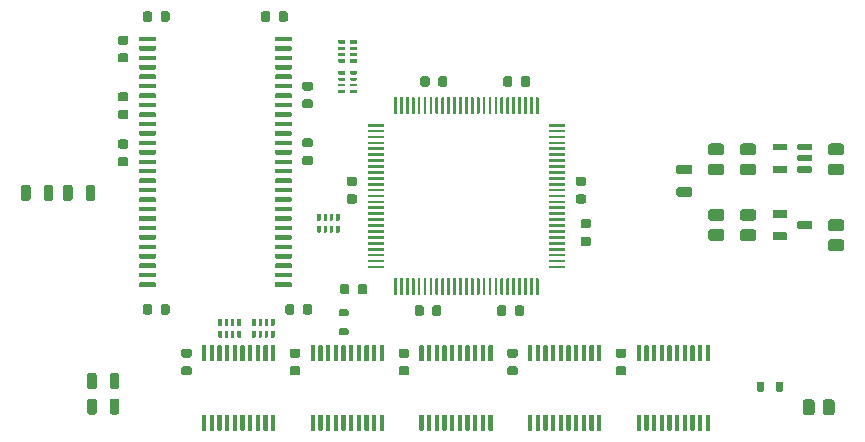
<source format=gtp>
G04 #@! TF.GenerationSoftware,KiCad,Pcbnew,(5.1.5-0-10_14)*
G04 #@! TF.CreationDate,2020-12-25T12:27:55-05:00*
G04 #@! TF.ProjectId,RAM2E,52414d32-452e-46b6-9963-61645f706362,1.3*
G04 #@! TF.SameCoordinates,Original*
G04 #@! TF.FileFunction,Paste,Top*
G04 #@! TF.FilePolarity,Positive*
%FSLAX46Y46*%
G04 Gerber Fmt 4.6, Leading zero omitted, Abs format (unit mm)*
G04 Created by KiCad (PCBNEW (5.1.5-0-10_14)) date 2020-12-25 12:27:55*
%MOMM*%
%LPD*%
G04 APERTURE LIST*
%ADD10C,0.100000*%
G04 APERTURE END LIST*
D10*
G36*
X258994603Y-105700963D02*
G01*
X259014018Y-105703843D01*
X259033057Y-105708612D01*
X259051537Y-105715224D01*
X259069279Y-105723616D01*
X259086114Y-105733706D01*
X259101879Y-105745398D01*
X259116421Y-105758579D01*
X259129602Y-105773121D01*
X259141294Y-105788886D01*
X259151384Y-105805721D01*
X259159776Y-105823463D01*
X259166388Y-105841943D01*
X259171157Y-105860982D01*
X259174037Y-105880397D01*
X259175000Y-105900000D01*
X259175000Y-106300000D01*
X259174037Y-106319603D01*
X259171157Y-106339018D01*
X259166388Y-106358057D01*
X259159776Y-106376537D01*
X259151384Y-106394279D01*
X259141294Y-106411114D01*
X259129602Y-106426879D01*
X259116421Y-106441421D01*
X259101879Y-106454602D01*
X259086114Y-106466294D01*
X259069279Y-106476384D01*
X259051537Y-106484776D01*
X259033057Y-106491388D01*
X259014018Y-106496157D01*
X258994603Y-106499037D01*
X258975000Y-106500000D01*
X258025000Y-106500000D01*
X258005397Y-106499037D01*
X257985982Y-106496157D01*
X257966943Y-106491388D01*
X257948463Y-106484776D01*
X257930721Y-106476384D01*
X257913886Y-106466294D01*
X257898121Y-106454602D01*
X257883579Y-106441421D01*
X257870398Y-106426879D01*
X257858706Y-106411114D01*
X257848616Y-106394279D01*
X257840224Y-106376537D01*
X257833612Y-106358057D01*
X257828843Y-106339018D01*
X257825963Y-106319603D01*
X257825000Y-106300000D01*
X257825000Y-105900000D01*
X257825963Y-105880397D01*
X257828843Y-105860982D01*
X257833612Y-105841943D01*
X257840224Y-105823463D01*
X257848616Y-105805721D01*
X257858706Y-105788886D01*
X257870398Y-105773121D01*
X257883579Y-105758579D01*
X257898121Y-105745398D01*
X257913886Y-105733706D01*
X257930721Y-105723616D01*
X257948463Y-105715224D01*
X257966943Y-105708612D01*
X257985982Y-105703843D01*
X258005397Y-105700963D01*
X258025000Y-105700000D01*
X258975000Y-105700000D01*
X258994603Y-105700963D01*
G37*
G36*
X258994603Y-107600963D02*
G01*
X259014018Y-107603843D01*
X259033057Y-107608612D01*
X259051537Y-107615224D01*
X259069279Y-107623616D01*
X259086114Y-107633706D01*
X259101879Y-107645398D01*
X259116421Y-107658579D01*
X259129602Y-107673121D01*
X259141294Y-107688886D01*
X259151384Y-107705721D01*
X259159776Y-107723463D01*
X259166388Y-107741943D01*
X259171157Y-107760982D01*
X259174037Y-107780397D01*
X259175000Y-107800000D01*
X259175000Y-108200000D01*
X259174037Y-108219603D01*
X259171157Y-108239018D01*
X259166388Y-108258057D01*
X259159776Y-108276537D01*
X259151384Y-108294279D01*
X259141294Y-108311114D01*
X259129602Y-108326879D01*
X259116421Y-108341421D01*
X259101879Y-108354602D01*
X259086114Y-108366294D01*
X259069279Y-108376384D01*
X259051537Y-108384776D01*
X259033057Y-108391388D01*
X259014018Y-108396157D01*
X258994603Y-108399037D01*
X258975000Y-108400000D01*
X258025000Y-108400000D01*
X258005397Y-108399037D01*
X257985982Y-108396157D01*
X257966943Y-108391388D01*
X257948463Y-108384776D01*
X257930721Y-108376384D01*
X257913886Y-108366294D01*
X257898121Y-108354602D01*
X257883579Y-108341421D01*
X257870398Y-108326879D01*
X257858706Y-108311114D01*
X257848616Y-108294279D01*
X257840224Y-108276537D01*
X257833612Y-108258057D01*
X257828843Y-108239018D01*
X257825963Y-108219603D01*
X257825000Y-108200000D01*
X257825000Y-107800000D01*
X257825963Y-107780397D01*
X257828843Y-107760982D01*
X257833612Y-107741943D01*
X257840224Y-107723463D01*
X257848616Y-107705721D01*
X257858706Y-107688886D01*
X257870398Y-107673121D01*
X257883579Y-107658579D01*
X257898121Y-107645398D01*
X257913886Y-107633706D01*
X257930721Y-107623616D01*
X257948463Y-107615224D01*
X257966943Y-107608612D01*
X257985982Y-107603843D01*
X258005397Y-107600963D01*
X258025000Y-107600000D01*
X258975000Y-107600000D01*
X258994603Y-107600963D01*
G37*
G36*
X269200977Y-105825662D02*
G01*
X269214325Y-105827642D01*
X269227414Y-105830921D01*
X269240119Y-105835467D01*
X269252317Y-105841236D01*
X269263891Y-105848173D01*
X269274729Y-105856211D01*
X269284727Y-105865273D01*
X269293789Y-105875271D01*
X269301827Y-105886109D01*
X269308764Y-105897683D01*
X269314533Y-105909881D01*
X269319079Y-105922586D01*
X269322358Y-105935675D01*
X269324338Y-105949023D01*
X269325000Y-105962500D01*
X269325000Y-106237500D01*
X269324338Y-106250977D01*
X269322358Y-106264325D01*
X269319079Y-106277414D01*
X269314533Y-106290119D01*
X269308764Y-106302317D01*
X269301827Y-106313891D01*
X269293789Y-106324729D01*
X269284727Y-106334727D01*
X269274729Y-106343789D01*
X269263891Y-106351827D01*
X269252317Y-106358764D01*
X269240119Y-106364533D01*
X269227414Y-106369079D01*
X269214325Y-106372358D01*
X269200977Y-106374338D01*
X269187500Y-106375000D01*
X268212500Y-106375000D01*
X268199023Y-106374338D01*
X268185675Y-106372358D01*
X268172586Y-106369079D01*
X268159881Y-106364533D01*
X268147683Y-106358764D01*
X268136109Y-106351827D01*
X268125271Y-106343789D01*
X268115273Y-106334727D01*
X268106211Y-106324729D01*
X268098173Y-106313891D01*
X268091236Y-106302317D01*
X268085467Y-106290119D01*
X268080921Y-106277414D01*
X268077642Y-106264325D01*
X268075662Y-106250977D01*
X268075000Y-106237500D01*
X268075000Y-105962500D01*
X268075662Y-105949023D01*
X268077642Y-105935675D01*
X268080921Y-105922586D01*
X268085467Y-105909881D01*
X268091236Y-105897683D01*
X268098173Y-105886109D01*
X268106211Y-105875271D01*
X268115273Y-105865273D01*
X268125271Y-105856211D01*
X268136109Y-105848173D01*
X268147683Y-105841236D01*
X268159881Y-105835467D01*
X268172586Y-105830921D01*
X268185675Y-105827642D01*
X268199023Y-105825662D01*
X268212500Y-105825000D01*
X269187500Y-105825000D01*
X269200977Y-105825662D01*
G37*
G36*
X269200977Y-103925662D02*
G01*
X269214325Y-103927642D01*
X269227414Y-103930921D01*
X269240119Y-103935467D01*
X269252317Y-103941236D01*
X269263891Y-103948173D01*
X269274729Y-103956211D01*
X269284727Y-103965273D01*
X269293789Y-103975271D01*
X269301827Y-103986109D01*
X269308764Y-103997683D01*
X269314533Y-104009881D01*
X269319079Y-104022586D01*
X269322358Y-104035675D01*
X269324338Y-104049023D01*
X269325000Y-104062500D01*
X269325000Y-104337500D01*
X269324338Y-104350977D01*
X269322358Y-104364325D01*
X269319079Y-104377414D01*
X269314533Y-104390119D01*
X269308764Y-104402317D01*
X269301827Y-104413891D01*
X269293789Y-104424729D01*
X269284727Y-104434727D01*
X269274729Y-104443789D01*
X269263891Y-104451827D01*
X269252317Y-104458764D01*
X269240119Y-104464533D01*
X269227414Y-104469079D01*
X269214325Y-104472358D01*
X269200977Y-104474338D01*
X269187500Y-104475000D01*
X268212500Y-104475000D01*
X268199023Y-104474338D01*
X268185675Y-104472358D01*
X268172586Y-104469079D01*
X268159881Y-104464533D01*
X268147683Y-104458764D01*
X268136109Y-104451827D01*
X268125271Y-104443789D01*
X268115273Y-104434727D01*
X268106211Y-104424729D01*
X268098173Y-104413891D01*
X268091236Y-104402317D01*
X268085467Y-104390119D01*
X268080921Y-104377414D01*
X268077642Y-104364325D01*
X268075662Y-104350977D01*
X268075000Y-104337500D01*
X268075000Y-104062500D01*
X268075662Y-104049023D01*
X268077642Y-104035675D01*
X268080921Y-104022586D01*
X268085467Y-104009881D01*
X268091236Y-103997683D01*
X268098173Y-103986109D01*
X268106211Y-103975271D01*
X268115273Y-103965273D01*
X268125271Y-103956211D01*
X268136109Y-103948173D01*
X268147683Y-103941236D01*
X268159881Y-103935467D01*
X268172586Y-103930921D01*
X268185675Y-103927642D01*
X268199023Y-103925662D01*
X268212500Y-103925000D01*
X269187500Y-103925000D01*
X269200977Y-103925662D01*
G37*
G36*
X269200977Y-104875662D02*
G01*
X269214325Y-104877642D01*
X269227414Y-104880921D01*
X269240119Y-104885467D01*
X269252317Y-104891236D01*
X269263891Y-104898173D01*
X269274729Y-104906211D01*
X269284727Y-104915273D01*
X269293789Y-104925271D01*
X269301827Y-104936109D01*
X269308764Y-104947683D01*
X269314533Y-104959881D01*
X269319079Y-104972586D01*
X269322358Y-104985675D01*
X269324338Y-104999023D01*
X269325000Y-105012500D01*
X269325000Y-105287500D01*
X269324338Y-105300977D01*
X269322358Y-105314325D01*
X269319079Y-105327414D01*
X269314533Y-105340119D01*
X269308764Y-105352317D01*
X269301827Y-105363891D01*
X269293789Y-105374729D01*
X269284727Y-105384727D01*
X269274729Y-105393789D01*
X269263891Y-105401827D01*
X269252317Y-105408764D01*
X269240119Y-105414533D01*
X269227414Y-105419079D01*
X269214325Y-105422358D01*
X269200977Y-105424338D01*
X269187500Y-105425000D01*
X268212500Y-105425000D01*
X268199023Y-105424338D01*
X268185675Y-105422358D01*
X268172586Y-105419079D01*
X268159881Y-105414533D01*
X268147683Y-105408764D01*
X268136109Y-105401827D01*
X268125271Y-105393789D01*
X268115273Y-105384727D01*
X268106211Y-105374729D01*
X268098173Y-105363891D01*
X268091236Y-105352317D01*
X268085467Y-105340119D01*
X268080921Y-105327414D01*
X268077642Y-105314325D01*
X268075662Y-105300977D01*
X268075000Y-105287500D01*
X268075000Y-105012500D01*
X268075662Y-104999023D01*
X268077642Y-104985675D01*
X268080921Y-104972586D01*
X268085467Y-104959881D01*
X268091236Y-104947683D01*
X268098173Y-104936109D01*
X268106211Y-104925271D01*
X268115273Y-104915273D01*
X268125271Y-104906211D01*
X268136109Y-104898173D01*
X268147683Y-104891236D01*
X268159881Y-104885467D01*
X268172586Y-104880921D01*
X268185675Y-104877642D01*
X268199023Y-104875662D01*
X268212500Y-104875000D01*
X269187500Y-104875000D01*
X269200977Y-104875662D01*
G37*
G36*
X267100977Y-105825662D02*
G01*
X267114325Y-105827642D01*
X267127414Y-105830921D01*
X267140119Y-105835467D01*
X267152317Y-105841236D01*
X267163891Y-105848173D01*
X267174729Y-105856211D01*
X267184727Y-105865273D01*
X267193789Y-105875271D01*
X267201827Y-105886109D01*
X267208764Y-105897683D01*
X267214533Y-105909881D01*
X267219079Y-105922586D01*
X267222358Y-105935675D01*
X267224338Y-105949023D01*
X267225000Y-105962500D01*
X267225000Y-106237500D01*
X267224338Y-106250977D01*
X267222358Y-106264325D01*
X267219079Y-106277414D01*
X267214533Y-106290119D01*
X267208764Y-106302317D01*
X267201827Y-106313891D01*
X267193789Y-106324729D01*
X267184727Y-106334727D01*
X267174729Y-106343789D01*
X267163891Y-106351827D01*
X267152317Y-106358764D01*
X267140119Y-106364533D01*
X267127414Y-106369079D01*
X267114325Y-106372358D01*
X267100977Y-106374338D01*
X267087500Y-106375000D01*
X266112500Y-106375000D01*
X266099023Y-106374338D01*
X266085675Y-106372358D01*
X266072586Y-106369079D01*
X266059881Y-106364533D01*
X266047683Y-106358764D01*
X266036109Y-106351827D01*
X266025271Y-106343789D01*
X266015273Y-106334727D01*
X266006211Y-106324729D01*
X265998173Y-106313891D01*
X265991236Y-106302317D01*
X265985467Y-106290119D01*
X265980921Y-106277414D01*
X265977642Y-106264325D01*
X265975662Y-106250977D01*
X265975000Y-106237500D01*
X265975000Y-105962500D01*
X265975662Y-105949023D01*
X265977642Y-105935675D01*
X265980921Y-105922586D01*
X265985467Y-105909881D01*
X265991236Y-105897683D01*
X265998173Y-105886109D01*
X266006211Y-105875271D01*
X266015273Y-105865273D01*
X266025271Y-105856211D01*
X266036109Y-105848173D01*
X266047683Y-105841236D01*
X266059881Y-105835467D01*
X266072586Y-105830921D01*
X266085675Y-105827642D01*
X266099023Y-105825662D01*
X266112500Y-105825000D01*
X267087500Y-105825000D01*
X267100977Y-105825662D01*
G37*
G36*
X267100977Y-103925662D02*
G01*
X267114325Y-103927642D01*
X267127414Y-103930921D01*
X267140119Y-103935467D01*
X267152317Y-103941236D01*
X267163891Y-103948173D01*
X267174729Y-103956211D01*
X267184727Y-103965273D01*
X267193789Y-103975271D01*
X267201827Y-103986109D01*
X267208764Y-103997683D01*
X267214533Y-104009881D01*
X267219079Y-104022586D01*
X267222358Y-104035675D01*
X267224338Y-104049023D01*
X267225000Y-104062500D01*
X267225000Y-104337500D01*
X267224338Y-104350977D01*
X267222358Y-104364325D01*
X267219079Y-104377414D01*
X267214533Y-104390119D01*
X267208764Y-104402317D01*
X267201827Y-104413891D01*
X267193789Y-104424729D01*
X267184727Y-104434727D01*
X267174729Y-104443789D01*
X267163891Y-104451827D01*
X267152317Y-104458764D01*
X267140119Y-104464533D01*
X267127414Y-104469079D01*
X267114325Y-104472358D01*
X267100977Y-104474338D01*
X267087500Y-104475000D01*
X266112500Y-104475000D01*
X266099023Y-104474338D01*
X266085675Y-104472358D01*
X266072586Y-104469079D01*
X266059881Y-104464533D01*
X266047683Y-104458764D01*
X266036109Y-104451827D01*
X266025271Y-104443789D01*
X266015273Y-104434727D01*
X266006211Y-104424729D01*
X265998173Y-104413891D01*
X265991236Y-104402317D01*
X265985467Y-104390119D01*
X265980921Y-104377414D01*
X265977642Y-104364325D01*
X265975662Y-104350977D01*
X265975000Y-104337500D01*
X265975000Y-104062500D01*
X265975662Y-104049023D01*
X265977642Y-104035675D01*
X265980921Y-104022586D01*
X265985467Y-104009881D01*
X265991236Y-103997683D01*
X265998173Y-103986109D01*
X266006211Y-103975271D01*
X266015273Y-103965273D01*
X266025271Y-103956211D01*
X266036109Y-103948173D01*
X266047683Y-103941236D01*
X266059881Y-103935467D01*
X266072586Y-103930921D01*
X266085675Y-103927642D01*
X266099023Y-103925662D01*
X266112500Y-103925000D01*
X267087500Y-103925000D01*
X267100977Y-103925662D01*
G37*
G36*
X266714703Y-124075722D02*
G01*
X266729264Y-124077882D01*
X266743543Y-124081459D01*
X266757403Y-124086418D01*
X266770710Y-124092712D01*
X266783336Y-124100280D01*
X266795159Y-124109048D01*
X266806066Y-124118934D01*
X266815952Y-124129841D01*
X266824720Y-124141664D01*
X266832288Y-124154290D01*
X266838582Y-124167597D01*
X266843541Y-124181457D01*
X266847118Y-124195736D01*
X266849278Y-124210297D01*
X266850000Y-124225000D01*
X266850000Y-124775000D01*
X266849278Y-124789703D01*
X266847118Y-124804264D01*
X266843541Y-124818543D01*
X266838582Y-124832403D01*
X266832288Y-124845710D01*
X266824720Y-124858336D01*
X266815952Y-124870159D01*
X266806066Y-124881066D01*
X266795159Y-124890952D01*
X266783336Y-124899720D01*
X266770710Y-124907288D01*
X266757403Y-124913582D01*
X266743543Y-124918541D01*
X266729264Y-124922118D01*
X266714703Y-124924278D01*
X266700000Y-124925000D01*
X266400000Y-124925000D01*
X266385297Y-124924278D01*
X266370736Y-124922118D01*
X266356457Y-124918541D01*
X266342597Y-124913582D01*
X266329290Y-124907288D01*
X266316664Y-124899720D01*
X266304841Y-124890952D01*
X266293934Y-124881066D01*
X266284048Y-124870159D01*
X266275280Y-124858336D01*
X266267712Y-124845710D01*
X266261418Y-124832403D01*
X266256459Y-124818543D01*
X266252882Y-124804264D01*
X266250722Y-124789703D01*
X266250000Y-124775000D01*
X266250000Y-124225000D01*
X266250722Y-124210297D01*
X266252882Y-124195736D01*
X266256459Y-124181457D01*
X266261418Y-124167597D01*
X266267712Y-124154290D01*
X266275280Y-124141664D01*
X266284048Y-124129841D01*
X266293934Y-124118934D01*
X266304841Y-124109048D01*
X266316664Y-124100280D01*
X266329290Y-124092712D01*
X266342597Y-124086418D01*
X266356457Y-124081459D01*
X266370736Y-124077882D01*
X266385297Y-124075722D01*
X266400000Y-124075000D01*
X266700000Y-124075000D01*
X266714703Y-124075722D01*
G37*
G36*
X265114703Y-124075722D02*
G01*
X265129264Y-124077882D01*
X265143543Y-124081459D01*
X265157403Y-124086418D01*
X265170710Y-124092712D01*
X265183336Y-124100280D01*
X265195159Y-124109048D01*
X265206066Y-124118934D01*
X265215952Y-124129841D01*
X265224720Y-124141664D01*
X265232288Y-124154290D01*
X265238582Y-124167597D01*
X265243541Y-124181457D01*
X265247118Y-124195736D01*
X265249278Y-124210297D01*
X265250000Y-124225000D01*
X265250000Y-124775000D01*
X265249278Y-124789703D01*
X265247118Y-124804264D01*
X265243541Y-124818543D01*
X265238582Y-124832403D01*
X265232288Y-124845710D01*
X265224720Y-124858336D01*
X265215952Y-124870159D01*
X265206066Y-124881066D01*
X265195159Y-124890952D01*
X265183336Y-124899720D01*
X265170710Y-124907288D01*
X265157403Y-124913582D01*
X265143543Y-124918541D01*
X265129264Y-124922118D01*
X265114703Y-124924278D01*
X265100000Y-124925000D01*
X264800000Y-124925000D01*
X264785297Y-124924278D01*
X264770736Y-124922118D01*
X264756457Y-124918541D01*
X264742597Y-124913582D01*
X264729290Y-124907288D01*
X264716664Y-124899720D01*
X264704841Y-124890952D01*
X264693934Y-124881066D01*
X264684048Y-124870159D01*
X264675280Y-124858336D01*
X264667712Y-124845710D01*
X264661418Y-124832403D01*
X264656459Y-124818543D01*
X264652882Y-124804264D01*
X264650722Y-124789703D01*
X264650000Y-124775000D01*
X264650000Y-124225000D01*
X264650722Y-124210297D01*
X264652882Y-124195736D01*
X264656459Y-124181457D01*
X264661418Y-124167597D01*
X264667712Y-124154290D01*
X264675280Y-124141664D01*
X264684048Y-124129841D01*
X264693934Y-124118934D01*
X264704841Y-124109048D01*
X264716664Y-124100280D01*
X264729290Y-124092712D01*
X264742597Y-124086418D01*
X264756457Y-124081459D01*
X264770736Y-124077882D01*
X264785297Y-124075722D01*
X264800000Y-124075000D01*
X265100000Y-124075000D01*
X265114703Y-124075722D01*
G37*
G36*
X229939703Y-117950722D02*
G01*
X229954264Y-117952882D01*
X229968543Y-117956459D01*
X229982403Y-117961418D01*
X229995710Y-117967712D01*
X230008336Y-117975280D01*
X230020159Y-117984048D01*
X230031066Y-117993934D01*
X230040952Y-118004841D01*
X230049720Y-118016664D01*
X230057288Y-118029290D01*
X230063582Y-118042597D01*
X230068541Y-118056457D01*
X230072118Y-118070736D01*
X230074278Y-118085297D01*
X230075000Y-118100000D01*
X230075000Y-118400000D01*
X230074278Y-118414703D01*
X230072118Y-118429264D01*
X230068541Y-118443543D01*
X230063582Y-118457403D01*
X230057288Y-118470710D01*
X230049720Y-118483336D01*
X230040952Y-118495159D01*
X230031066Y-118506066D01*
X230020159Y-118515952D01*
X230008336Y-118524720D01*
X229995710Y-118532288D01*
X229982403Y-118538582D01*
X229968543Y-118543541D01*
X229954264Y-118547118D01*
X229939703Y-118549278D01*
X229925000Y-118550000D01*
X229375000Y-118550000D01*
X229360297Y-118549278D01*
X229345736Y-118547118D01*
X229331457Y-118543541D01*
X229317597Y-118538582D01*
X229304290Y-118532288D01*
X229291664Y-118524720D01*
X229279841Y-118515952D01*
X229268934Y-118506066D01*
X229259048Y-118495159D01*
X229250280Y-118483336D01*
X229242712Y-118470710D01*
X229236418Y-118457403D01*
X229231459Y-118443543D01*
X229227882Y-118429264D01*
X229225722Y-118414703D01*
X229225000Y-118400000D01*
X229225000Y-118100000D01*
X229225722Y-118085297D01*
X229227882Y-118070736D01*
X229231459Y-118056457D01*
X229236418Y-118042597D01*
X229242712Y-118029290D01*
X229250280Y-118016664D01*
X229259048Y-118004841D01*
X229268934Y-117993934D01*
X229279841Y-117984048D01*
X229291664Y-117975280D01*
X229304290Y-117967712D01*
X229317597Y-117961418D01*
X229331457Y-117956459D01*
X229345736Y-117952882D01*
X229360297Y-117950722D01*
X229375000Y-117950000D01*
X229925000Y-117950000D01*
X229939703Y-117950722D01*
G37*
G36*
X229939703Y-119550722D02*
G01*
X229954264Y-119552882D01*
X229968543Y-119556459D01*
X229982403Y-119561418D01*
X229995710Y-119567712D01*
X230008336Y-119575280D01*
X230020159Y-119584048D01*
X230031066Y-119593934D01*
X230040952Y-119604841D01*
X230049720Y-119616664D01*
X230057288Y-119629290D01*
X230063582Y-119642597D01*
X230068541Y-119656457D01*
X230072118Y-119670736D01*
X230074278Y-119685297D01*
X230075000Y-119700000D01*
X230075000Y-120000000D01*
X230074278Y-120014703D01*
X230072118Y-120029264D01*
X230068541Y-120043543D01*
X230063582Y-120057403D01*
X230057288Y-120070710D01*
X230049720Y-120083336D01*
X230040952Y-120095159D01*
X230031066Y-120106066D01*
X230020159Y-120115952D01*
X230008336Y-120124720D01*
X229995710Y-120132288D01*
X229982403Y-120138582D01*
X229968543Y-120143541D01*
X229954264Y-120147118D01*
X229939703Y-120149278D01*
X229925000Y-120150000D01*
X229375000Y-120150000D01*
X229360297Y-120149278D01*
X229345736Y-120147118D01*
X229331457Y-120143541D01*
X229317597Y-120138582D01*
X229304290Y-120132288D01*
X229291664Y-120124720D01*
X229279841Y-120115952D01*
X229268934Y-120106066D01*
X229259048Y-120095159D01*
X229250280Y-120083336D01*
X229242712Y-120070710D01*
X229236418Y-120057403D01*
X229231459Y-120043543D01*
X229227882Y-120029264D01*
X229225722Y-120014703D01*
X229225000Y-120000000D01*
X229225000Y-119700000D01*
X229225722Y-119685297D01*
X229227882Y-119670736D01*
X229231459Y-119656457D01*
X229236418Y-119642597D01*
X229242712Y-119629290D01*
X229250280Y-119616664D01*
X229259048Y-119604841D01*
X229268934Y-119593934D01*
X229279841Y-119584048D01*
X229291664Y-119575280D01*
X229304290Y-119567712D01*
X229317597Y-119561418D01*
X229331457Y-119556459D01*
X229345736Y-119552882D01*
X229360297Y-119550722D01*
X229375000Y-119550000D01*
X229925000Y-119550000D01*
X229939703Y-119550722D01*
G37*
G36*
X233038136Y-102235277D02*
G01*
X233043718Y-102236105D01*
X233049191Y-102237476D01*
X233054504Y-102239377D01*
X233059605Y-102241790D01*
X233064445Y-102244690D01*
X233068978Y-102248052D01*
X233073159Y-102251841D01*
X233076948Y-102256022D01*
X233080310Y-102260555D01*
X233083210Y-102265395D01*
X233085623Y-102270496D01*
X233087524Y-102275809D01*
X233088895Y-102281282D01*
X233089723Y-102286864D01*
X233090000Y-102292500D01*
X233090000Y-102407500D01*
X233089723Y-102413136D01*
X233088895Y-102418718D01*
X233087524Y-102424191D01*
X233085623Y-102429504D01*
X233083210Y-102434605D01*
X233080310Y-102439445D01*
X233076948Y-102443978D01*
X233073159Y-102448159D01*
X233068978Y-102451948D01*
X233064445Y-102455310D01*
X233059605Y-102458210D01*
X233054504Y-102460623D01*
X233049191Y-102462524D01*
X233043718Y-102463895D01*
X233038136Y-102464723D01*
X233032500Y-102465000D01*
X231742500Y-102465000D01*
X231736864Y-102464723D01*
X231731282Y-102463895D01*
X231725809Y-102462524D01*
X231720496Y-102460623D01*
X231715395Y-102458210D01*
X231710555Y-102455310D01*
X231706022Y-102451948D01*
X231701841Y-102448159D01*
X231698052Y-102443978D01*
X231694690Y-102439445D01*
X231691790Y-102434605D01*
X231689377Y-102429504D01*
X231687476Y-102424191D01*
X231686105Y-102418718D01*
X231685277Y-102413136D01*
X231685000Y-102407500D01*
X231685000Y-102292500D01*
X231685277Y-102286864D01*
X231686105Y-102281282D01*
X231687476Y-102275809D01*
X231689377Y-102270496D01*
X231691790Y-102265395D01*
X231694690Y-102260555D01*
X231698052Y-102256022D01*
X231701841Y-102251841D01*
X231706022Y-102248052D01*
X231710555Y-102244690D01*
X231715395Y-102241790D01*
X231720496Y-102239377D01*
X231725809Y-102237476D01*
X231731282Y-102236105D01*
X231736864Y-102235277D01*
X231742500Y-102235000D01*
X233032500Y-102235000D01*
X233038136Y-102235277D01*
G37*
G36*
X233038136Y-102735277D02*
G01*
X233043718Y-102736105D01*
X233049191Y-102737476D01*
X233054504Y-102739377D01*
X233059605Y-102741790D01*
X233064445Y-102744690D01*
X233068978Y-102748052D01*
X233073159Y-102751841D01*
X233076948Y-102756022D01*
X233080310Y-102760555D01*
X233083210Y-102765395D01*
X233085623Y-102770496D01*
X233087524Y-102775809D01*
X233088895Y-102781282D01*
X233089723Y-102786864D01*
X233090000Y-102792500D01*
X233090000Y-102907500D01*
X233089723Y-102913136D01*
X233088895Y-102918718D01*
X233087524Y-102924191D01*
X233085623Y-102929504D01*
X233083210Y-102934605D01*
X233080310Y-102939445D01*
X233076948Y-102943978D01*
X233073159Y-102948159D01*
X233068978Y-102951948D01*
X233064445Y-102955310D01*
X233059605Y-102958210D01*
X233054504Y-102960623D01*
X233049191Y-102962524D01*
X233043718Y-102963895D01*
X233038136Y-102964723D01*
X233032500Y-102965000D01*
X231742500Y-102965000D01*
X231736864Y-102964723D01*
X231731282Y-102963895D01*
X231725809Y-102962524D01*
X231720496Y-102960623D01*
X231715395Y-102958210D01*
X231710555Y-102955310D01*
X231706022Y-102951948D01*
X231701841Y-102948159D01*
X231698052Y-102943978D01*
X231694690Y-102939445D01*
X231691790Y-102934605D01*
X231689377Y-102929504D01*
X231687476Y-102924191D01*
X231686105Y-102918718D01*
X231685277Y-102913136D01*
X231685000Y-102907500D01*
X231685000Y-102792500D01*
X231685277Y-102786864D01*
X231686105Y-102781282D01*
X231687476Y-102775809D01*
X231689377Y-102770496D01*
X231691790Y-102765395D01*
X231694690Y-102760555D01*
X231698052Y-102756022D01*
X231701841Y-102751841D01*
X231706022Y-102748052D01*
X231710555Y-102744690D01*
X231715395Y-102741790D01*
X231720496Y-102739377D01*
X231725809Y-102737476D01*
X231731282Y-102736105D01*
X231736864Y-102735277D01*
X231742500Y-102735000D01*
X233032500Y-102735000D01*
X233038136Y-102735277D01*
G37*
G36*
X233038136Y-103235277D02*
G01*
X233043718Y-103236105D01*
X233049191Y-103237476D01*
X233054504Y-103239377D01*
X233059605Y-103241790D01*
X233064445Y-103244690D01*
X233068978Y-103248052D01*
X233073159Y-103251841D01*
X233076948Y-103256022D01*
X233080310Y-103260555D01*
X233083210Y-103265395D01*
X233085623Y-103270496D01*
X233087524Y-103275809D01*
X233088895Y-103281282D01*
X233089723Y-103286864D01*
X233090000Y-103292500D01*
X233090000Y-103407500D01*
X233089723Y-103413136D01*
X233088895Y-103418718D01*
X233087524Y-103424191D01*
X233085623Y-103429504D01*
X233083210Y-103434605D01*
X233080310Y-103439445D01*
X233076948Y-103443978D01*
X233073159Y-103448159D01*
X233068978Y-103451948D01*
X233064445Y-103455310D01*
X233059605Y-103458210D01*
X233054504Y-103460623D01*
X233049191Y-103462524D01*
X233043718Y-103463895D01*
X233038136Y-103464723D01*
X233032500Y-103465000D01*
X231742500Y-103465000D01*
X231736864Y-103464723D01*
X231731282Y-103463895D01*
X231725809Y-103462524D01*
X231720496Y-103460623D01*
X231715395Y-103458210D01*
X231710555Y-103455310D01*
X231706022Y-103451948D01*
X231701841Y-103448159D01*
X231698052Y-103443978D01*
X231694690Y-103439445D01*
X231691790Y-103434605D01*
X231689377Y-103429504D01*
X231687476Y-103424191D01*
X231686105Y-103418718D01*
X231685277Y-103413136D01*
X231685000Y-103407500D01*
X231685000Y-103292500D01*
X231685277Y-103286864D01*
X231686105Y-103281282D01*
X231687476Y-103275809D01*
X231689377Y-103270496D01*
X231691790Y-103265395D01*
X231694690Y-103260555D01*
X231698052Y-103256022D01*
X231701841Y-103251841D01*
X231706022Y-103248052D01*
X231710555Y-103244690D01*
X231715395Y-103241790D01*
X231720496Y-103239377D01*
X231725809Y-103237476D01*
X231731282Y-103236105D01*
X231736864Y-103235277D01*
X231742500Y-103235000D01*
X233032500Y-103235000D01*
X233038136Y-103235277D01*
G37*
G36*
X233038136Y-103735277D02*
G01*
X233043718Y-103736105D01*
X233049191Y-103737476D01*
X233054504Y-103739377D01*
X233059605Y-103741790D01*
X233064445Y-103744690D01*
X233068978Y-103748052D01*
X233073159Y-103751841D01*
X233076948Y-103756022D01*
X233080310Y-103760555D01*
X233083210Y-103765395D01*
X233085623Y-103770496D01*
X233087524Y-103775809D01*
X233088895Y-103781282D01*
X233089723Y-103786864D01*
X233090000Y-103792500D01*
X233090000Y-103907500D01*
X233089723Y-103913136D01*
X233088895Y-103918718D01*
X233087524Y-103924191D01*
X233085623Y-103929504D01*
X233083210Y-103934605D01*
X233080310Y-103939445D01*
X233076948Y-103943978D01*
X233073159Y-103948159D01*
X233068978Y-103951948D01*
X233064445Y-103955310D01*
X233059605Y-103958210D01*
X233054504Y-103960623D01*
X233049191Y-103962524D01*
X233043718Y-103963895D01*
X233038136Y-103964723D01*
X233032500Y-103965000D01*
X231742500Y-103965000D01*
X231736864Y-103964723D01*
X231731282Y-103963895D01*
X231725809Y-103962524D01*
X231720496Y-103960623D01*
X231715395Y-103958210D01*
X231710555Y-103955310D01*
X231706022Y-103951948D01*
X231701841Y-103948159D01*
X231698052Y-103943978D01*
X231694690Y-103939445D01*
X231691790Y-103934605D01*
X231689377Y-103929504D01*
X231687476Y-103924191D01*
X231686105Y-103918718D01*
X231685277Y-103913136D01*
X231685000Y-103907500D01*
X231685000Y-103792500D01*
X231685277Y-103786864D01*
X231686105Y-103781282D01*
X231687476Y-103775809D01*
X231689377Y-103770496D01*
X231691790Y-103765395D01*
X231694690Y-103760555D01*
X231698052Y-103756022D01*
X231701841Y-103751841D01*
X231706022Y-103748052D01*
X231710555Y-103744690D01*
X231715395Y-103741790D01*
X231720496Y-103739377D01*
X231725809Y-103737476D01*
X231731282Y-103736105D01*
X231736864Y-103735277D01*
X231742500Y-103735000D01*
X233032500Y-103735000D01*
X233038136Y-103735277D01*
G37*
G36*
X233038136Y-104235277D02*
G01*
X233043718Y-104236105D01*
X233049191Y-104237476D01*
X233054504Y-104239377D01*
X233059605Y-104241790D01*
X233064445Y-104244690D01*
X233068978Y-104248052D01*
X233073159Y-104251841D01*
X233076948Y-104256022D01*
X233080310Y-104260555D01*
X233083210Y-104265395D01*
X233085623Y-104270496D01*
X233087524Y-104275809D01*
X233088895Y-104281282D01*
X233089723Y-104286864D01*
X233090000Y-104292500D01*
X233090000Y-104407500D01*
X233089723Y-104413136D01*
X233088895Y-104418718D01*
X233087524Y-104424191D01*
X233085623Y-104429504D01*
X233083210Y-104434605D01*
X233080310Y-104439445D01*
X233076948Y-104443978D01*
X233073159Y-104448159D01*
X233068978Y-104451948D01*
X233064445Y-104455310D01*
X233059605Y-104458210D01*
X233054504Y-104460623D01*
X233049191Y-104462524D01*
X233043718Y-104463895D01*
X233038136Y-104464723D01*
X233032500Y-104465000D01*
X231742500Y-104465000D01*
X231736864Y-104464723D01*
X231731282Y-104463895D01*
X231725809Y-104462524D01*
X231720496Y-104460623D01*
X231715395Y-104458210D01*
X231710555Y-104455310D01*
X231706022Y-104451948D01*
X231701841Y-104448159D01*
X231698052Y-104443978D01*
X231694690Y-104439445D01*
X231691790Y-104434605D01*
X231689377Y-104429504D01*
X231687476Y-104424191D01*
X231686105Y-104418718D01*
X231685277Y-104413136D01*
X231685000Y-104407500D01*
X231685000Y-104292500D01*
X231685277Y-104286864D01*
X231686105Y-104281282D01*
X231687476Y-104275809D01*
X231689377Y-104270496D01*
X231691790Y-104265395D01*
X231694690Y-104260555D01*
X231698052Y-104256022D01*
X231701841Y-104251841D01*
X231706022Y-104248052D01*
X231710555Y-104244690D01*
X231715395Y-104241790D01*
X231720496Y-104239377D01*
X231725809Y-104237476D01*
X231731282Y-104236105D01*
X231736864Y-104235277D01*
X231742500Y-104235000D01*
X233032500Y-104235000D01*
X233038136Y-104235277D01*
G37*
G36*
X233038136Y-104735277D02*
G01*
X233043718Y-104736105D01*
X233049191Y-104737476D01*
X233054504Y-104739377D01*
X233059605Y-104741790D01*
X233064445Y-104744690D01*
X233068978Y-104748052D01*
X233073159Y-104751841D01*
X233076948Y-104756022D01*
X233080310Y-104760555D01*
X233083210Y-104765395D01*
X233085623Y-104770496D01*
X233087524Y-104775809D01*
X233088895Y-104781282D01*
X233089723Y-104786864D01*
X233090000Y-104792500D01*
X233090000Y-104907500D01*
X233089723Y-104913136D01*
X233088895Y-104918718D01*
X233087524Y-104924191D01*
X233085623Y-104929504D01*
X233083210Y-104934605D01*
X233080310Y-104939445D01*
X233076948Y-104943978D01*
X233073159Y-104948159D01*
X233068978Y-104951948D01*
X233064445Y-104955310D01*
X233059605Y-104958210D01*
X233054504Y-104960623D01*
X233049191Y-104962524D01*
X233043718Y-104963895D01*
X233038136Y-104964723D01*
X233032500Y-104965000D01*
X231742500Y-104965000D01*
X231736864Y-104964723D01*
X231731282Y-104963895D01*
X231725809Y-104962524D01*
X231720496Y-104960623D01*
X231715395Y-104958210D01*
X231710555Y-104955310D01*
X231706022Y-104951948D01*
X231701841Y-104948159D01*
X231698052Y-104943978D01*
X231694690Y-104939445D01*
X231691790Y-104934605D01*
X231689377Y-104929504D01*
X231687476Y-104924191D01*
X231686105Y-104918718D01*
X231685277Y-104913136D01*
X231685000Y-104907500D01*
X231685000Y-104792500D01*
X231685277Y-104786864D01*
X231686105Y-104781282D01*
X231687476Y-104775809D01*
X231689377Y-104770496D01*
X231691790Y-104765395D01*
X231694690Y-104760555D01*
X231698052Y-104756022D01*
X231701841Y-104751841D01*
X231706022Y-104748052D01*
X231710555Y-104744690D01*
X231715395Y-104741790D01*
X231720496Y-104739377D01*
X231725809Y-104737476D01*
X231731282Y-104736105D01*
X231736864Y-104735277D01*
X231742500Y-104735000D01*
X233032500Y-104735000D01*
X233038136Y-104735277D01*
G37*
G36*
X233038136Y-105235277D02*
G01*
X233043718Y-105236105D01*
X233049191Y-105237476D01*
X233054504Y-105239377D01*
X233059605Y-105241790D01*
X233064445Y-105244690D01*
X233068978Y-105248052D01*
X233073159Y-105251841D01*
X233076948Y-105256022D01*
X233080310Y-105260555D01*
X233083210Y-105265395D01*
X233085623Y-105270496D01*
X233087524Y-105275809D01*
X233088895Y-105281282D01*
X233089723Y-105286864D01*
X233090000Y-105292500D01*
X233090000Y-105407500D01*
X233089723Y-105413136D01*
X233088895Y-105418718D01*
X233087524Y-105424191D01*
X233085623Y-105429504D01*
X233083210Y-105434605D01*
X233080310Y-105439445D01*
X233076948Y-105443978D01*
X233073159Y-105448159D01*
X233068978Y-105451948D01*
X233064445Y-105455310D01*
X233059605Y-105458210D01*
X233054504Y-105460623D01*
X233049191Y-105462524D01*
X233043718Y-105463895D01*
X233038136Y-105464723D01*
X233032500Y-105465000D01*
X231742500Y-105465000D01*
X231736864Y-105464723D01*
X231731282Y-105463895D01*
X231725809Y-105462524D01*
X231720496Y-105460623D01*
X231715395Y-105458210D01*
X231710555Y-105455310D01*
X231706022Y-105451948D01*
X231701841Y-105448159D01*
X231698052Y-105443978D01*
X231694690Y-105439445D01*
X231691790Y-105434605D01*
X231689377Y-105429504D01*
X231687476Y-105424191D01*
X231686105Y-105418718D01*
X231685277Y-105413136D01*
X231685000Y-105407500D01*
X231685000Y-105292500D01*
X231685277Y-105286864D01*
X231686105Y-105281282D01*
X231687476Y-105275809D01*
X231689377Y-105270496D01*
X231691790Y-105265395D01*
X231694690Y-105260555D01*
X231698052Y-105256022D01*
X231701841Y-105251841D01*
X231706022Y-105248052D01*
X231710555Y-105244690D01*
X231715395Y-105241790D01*
X231720496Y-105239377D01*
X231725809Y-105237476D01*
X231731282Y-105236105D01*
X231736864Y-105235277D01*
X231742500Y-105235000D01*
X233032500Y-105235000D01*
X233038136Y-105235277D01*
G37*
G36*
X233038136Y-105735277D02*
G01*
X233043718Y-105736105D01*
X233049191Y-105737476D01*
X233054504Y-105739377D01*
X233059605Y-105741790D01*
X233064445Y-105744690D01*
X233068978Y-105748052D01*
X233073159Y-105751841D01*
X233076948Y-105756022D01*
X233080310Y-105760555D01*
X233083210Y-105765395D01*
X233085623Y-105770496D01*
X233087524Y-105775809D01*
X233088895Y-105781282D01*
X233089723Y-105786864D01*
X233090000Y-105792500D01*
X233090000Y-105907500D01*
X233089723Y-105913136D01*
X233088895Y-105918718D01*
X233087524Y-105924191D01*
X233085623Y-105929504D01*
X233083210Y-105934605D01*
X233080310Y-105939445D01*
X233076948Y-105943978D01*
X233073159Y-105948159D01*
X233068978Y-105951948D01*
X233064445Y-105955310D01*
X233059605Y-105958210D01*
X233054504Y-105960623D01*
X233049191Y-105962524D01*
X233043718Y-105963895D01*
X233038136Y-105964723D01*
X233032500Y-105965000D01*
X231742500Y-105965000D01*
X231736864Y-105964723D01*
X231731282Y-105963895D01*
X231725809Y-105962524D01*
X231720496Y-105960623D01*
X231715395Y-105958210D01*
X231710555Y-105955310D01*
X231706022Y-105951948D01*
X231701841Y-105948159D01*
X231698052Y-105943978D01*
X231694690Y-105939445D01*
X231691790Y-105934605D01*
X231689377Y-105929504D01*
X231687476Y-105924191D01*
X231686105Y-105918718D01*
X231685277Y-105913136D01*
X231685000Y-105907500D01*
X231685000Y-105792500D01*
X231685277Y-105786864D01*
X231686105Y-105781282D01*
X231687476Y-105775809D01*
X231689377Y-105770496D01*
X231691790Y-105765395D01*
X231694690Y-105760555D01*
X231698052Y-105756022D01*
X231701841Y-105751841D01*
X231706022Y-105748052D01*
X231710555Y-105744690D01*
X231715395Y-105741790D01*
X231720496Y-105739377D01*
X231725809Y-105737476D01*
X231731282Y-105736105D01*
X231736864Y-105735277D01*
X231742500Y-105735000D01*
X233032500Y-105735000D01*
X233038136Y-105735277D01*
G37*
G36*
X233038136Y-106235277D02*
G01*
X233043718Y-106236105D01*
X233049191Y-106237476D01*
X233054504Y-106239377D01*
X233059605Y-106241790D01*
X233064445Y-106244690D01*
X233068978Y-106248052D01*
X233073159Y-106251841D01*
X233076948Y-106256022D01*
X233080310Y-106260555D01*
X233083210Y-106265395D01*
X233085623Y-106270496D01*
X233087524Y-106275809D01*
X233088895Y-106281282D01*
X233089723Y-106286864D01*
X233090000Y-106292500D01*
X233090000Y-106407500D01*
X233089723Y-106413136D01*
X233088895Y-106418718D01*
X233087524Y-106424191D01*
X233085623Y-106429504D01*
X233083210Y-106434605D01*
X233080310Y-106439445D01*
X233076948Y-106443978D01*
X233073159Y-106448159D01*
X233068978Y-106451948D01*
X233064445Y-106455310D01*
X233059605Y-106458210D01*
X233054504Y-106460623D01*
X233049191Y-106462524D01*
X233043718Y-106463895D01*
X233038136Y-106464723D01*
X233032500Y-106465000D01*
X231742500Y-106465000D01*
X231736864Y-106464723D01*
X231731282Y-106463895D01*
X231725809Y-106462524D01*
X231720496Y-106460623D01*
X231715395Y-106458210D01*
X231710555Y-106455310D01*
X231706022Y-106451948D01*
X231701841Y-106448159D01*
X231698052Y-106443978D01*
X231694690Y-106439445D01*
X231691790Y-106434605D01*
X231689377Y-106429504D01*
X231687476Y-106424191D01*
X231686105Y-106418718D01*
X231685277Y-106413136D01*
X231685000Y-106407500D01*
X231685000Y-106292500D01*
X231685277Y-106286864D01*
X231686105Y-106281282D01*
X231687476Y-106275809D01*
X231689377Y-106270496D01*
X231691790Y-106265395D01*
X231694690Y-106260555D01*
X231698052Y-106256022D01*
X231701841Y-106251841D01*
X231706022Y-106248052D01*
X231710555Y-106244690D01*
X231715395Y-106241790D01*
X231720496Y-106239377D01*
X231725809Y-106237476D01*
X231731282Y-106236105D01*
X231736864Y-106235277D01*
X231742500Y-106235000D01*
X233032500Y-106235000D01*
X233038136Y-106235277D01*
G37*
G36*
X233038136Y-106735277D02*
G01*
X233043718Y-106736105D01*
X233049191Y-106737476D01*
X233054504Y-106739377D01*
X233059605Y-106741790D01*
X233064445Y-106744690D01*
X233068978Y-106748052D01*
X233073159Y-106751841D01*
X233076948Y-106756022D01*
X233080310Y-106760555D01*
X233083210Y-106765395D01*
X233085623Y-106770496D01*
X233087524Y-106775809D01*
X233088895Y-106781282D01*
X233089723Y-106786864D01*
X233090000Y-106792500D01*
X233090000Y-106907500D01*
X233089723Y-106913136D01*
X233088895Y-106918718D01*
X233087524Y-106924191D01*
X233085623Y-106929504D01*
X233083210Y-106934605D01*
X233080310Y-106939445D01*
X233076948Y-106943978D01*
X233073159Y-106948159D01*
X233068978Y-106951948D01*
X233064445Y-106955310D01*
X233059605Y-106958210D01*
X233054504Y-106960623D01*
X233049191Y-106962524D01*
X233043718Y-106963895D01*
X233038136Y-106964723D01*
X233032500Y-106965000D01*
X231742500Y-106965000D01*
X231736864Y-106964723D01*
X231731282Y-106963895D01*
X231725809Y-106962524D01*
X231720496Y-106960623D01*
X231715395Y-106958210D01*
X231710555Y-106955310D01*
X231706022Y-106951948D01*
X231701841Y-106948159D01*
X231698052Y-106943978D01*
X231694690Y-106939445D01*
X231691790Y-106934605D01*
X231689377Y-106929504D01*
X231687476Y-106924191D01*
X231686105Y-106918718D01*
X231685277Y-106913136D01*
X231685000Y-106907500D01*
X231685000Y-106792500D01*
X231685277Y-106786864D01*
X231686105Y-106781282D01*
X231687476Y-106775809D01*
X231689377Y-106770496D01*
X231691790Y-106765395D01*
X231694690Y-106760555D01*
X231698052Y-106756022D01*
X231701841Y-106751841D01*
X231706022Y-106748052D01*
X231710555Y-106744690D01*
X231715395Y-106741790D01*
X231720496Y-106739377D01*
X231725809Y-106737476D01*
X231731282Y-106736105D01*
X231736864Y-106735277D01*
X231742500Y-106735000D01*
X233032500Y-106735000D01*
X233038136Y-106735277D01*
G37*
G36*
X233038136Y-107235277D02*
G01*
X233043718Y-107236105D01*
X233049191Y-107237476D01*
X233054504Y-107239377D01*
X233059605Y-107241790D01*
X233064445Y-107244690D01*
X233068978Y-107248052D01*
X233073159Y-107251841D01*
X233076948Y-107256022D01*
X233080310Y-107260555D01*
X233083210Y-107265395D01*
X233085623Y-107270496D01*
X233087524Y-107275809D01*
X233088895Y-107281282D01*
X233089723Y-107286864D01*
X233090000Y-107292500D01*
X233090000Y-107407500D01*
X233089723Y-107413136D01*
X233088895Y-107418718D01*
X233087524Y-107424191D01*
X233085623Y-107429504D01*
X233083210Y-107434605D01*
X233080310Y-107439445D01*
X233076948Y-107443978D01*
X233073159Y-107448159D01*
X233068978Y-107451948D01*
X233064445Y-107455310D01*
X233059605Y-107458210D01*
X233054504Y-107460623D01*
X233049191Y-107462524D01*
X233043718Y-107463895D01*
X233038136Y-107464723D01*
X233032500Y-107465000D01*
X231742500Y-107465000D01*
X231736864Y-107464723D01*
X231731282Y-107463895D01*
X231725809Y-107462524D01*
X231720496Y-107460623D01*
X231715395Y-107458210D01*
X231710555Y-107455310D01*
X231706022Y-107451948D01*
X231701841Y-107448159D01*
X231698052Y-107443978D01*
X231694690Y-107439445D01*
X231691790Y-107434605D01*
X231689377Y-107429504D01*
X231687476Y-107424191D01*
X231686105Y-107418718D01*
X231685277Y-107413136D01*
X231685000Y-107407500D01*
X231685000Y-107292500D01*
X231685277Y-107286864D01*
X231686105Y-107281282D01*
X231687476Y-107275809D01*
X231689377Y-107270496D01*
X231691790Y-107265395D01*
X231694690Y-107260555D01*
X231698052Y-107256022D01*
X231701841Y-107251841D01*
X231706022Y-107248052D01*
X231710555Y-107244690D01*
X231715395Y-107241790D01*
X231720496Y-107239377D01*
X231725809Y-107237476D01*
X231731282Y-107236105D01*
X231736864Y-107235277D01*
X231742500Y-107235000D01*
X233032500Y-107235000D01*
X233038136Y-107235277D01*
G37*
G36*
X233038136Y-107735277D02*
G01*
X233043718Y-107736105D01*
X233049191Y-107737476D01*
X233054504Y-107739377D01*
X233059605Y-107741790D01*
X233064445Y-107744690D01*
X233068978Y-107748052D01*
X233073159Y-107751841D01*
X233076948Y-107756022D01*
X233080310Y-107760555D01*
X233083210Y-107765395D01*
X233085623Y-107770496D01*
X233087524Y-107775809D01*
X233088895Y-107781282D01*
X233089723Y-107786864D01*
X233090000Y-107792500D01*
X233090000Y-107907500D01*
X233089723Y-107913136D01*
X233088895Y-107918718D01*
X233087524Y-107924191D01*
X233085623Y-107929504D01*
X233083210Y-107934605D01*
X233080310Y-107939445D01*
X233076948Y-107943978D01*
X233073159Y-107948159D01*
X233068978Y-107951948D01*
X233064445Y-107955310D01*
X233059605Y-107958210D01*
X233054504Y-107960623D01*
X233049191Y-107962524D01*
X233043718Y-107963895D01*
X233038136Y-107964723D01*
X233032500Y-107965000D01*
X231742500Y-107965000D01*
X231736864Y-107964723D01*
X231731282Y-107963895D01*
X231725809Y-107962524D01*
X231720496Y-107960623D01*
X231715395Y-107958210D01*
X231710555Y-107955310D01*
X231706022Y-107951948D01*
X231701841Y-107948159D01*
X231698052Y-107943978D01*
X231694690Y-107939445D01*
X231691790Y-107934605D01*
X231689377Y-107929504D01*
X231687476Y-107924191D01*
X231686105Y-107918718D01*
X231685277Y-107913136D01*
X231685000Y-107907500D01*
X231685000Y-107792500D01*
X231685277Y-107786864D01*
X231686105Y-107781282D01*
X231687476Y-107775809D01*
X231689377Y-107770496D01*
X231691790Y-107765395D01*
X231694690Y-107760555D01*
X231698052Y-107756022D01*
X231701841Y-107751841D01*
X231706022Y-107748052D01*
X231710555Y-107744690D01*
X231715395Y-107741790D01*
X231720496Y-107739377D01*
X231725809Y-107737476D01*
X231731282Y-107736105D01*
X231736864Y-107735277D01*
X231742500Y-107735000D01*
X233032500Y-107735000D01*
X233038136Y-107735277D01*
G37*
G36*
X233038136Y-108235277D02*
G01*
X233043718Y-108236105D01*
X233049191Y-108237476D01*
X233054504Y-108239377D01*
X233059605Y-108241790D01*
X233064445Y-108244690D01*
X233068978Y-108248052D01*
X233073159Y-108251841D01*
X233076948Y-108256022D01*
X233080310Y-108260555D01*
X233083210Y-108265395D01*
X233085623Y-108270496D01*
X233087524Y-108275809D01*
X233088895Y-108281282D01*
X233089723Y-108286864D01*
X233090000Y-108292500D01*
X233090000Y-108407500D01*
X233089723Y-108413136D01*
X233088895Y-108418718D01*
X233087524Y-108424191D01*
X233085623Y-108429504D01*
X233083210Y-108434605D01*
X233080310Y-108439445D01*
X233076948Y-108443978D01*
X233073159Y-108448159D01*
X233068978Y-108451948D01*
X233064445Y-108455310D01*
X233059605Y-108458210D01*
X233054504Y-108460623D01*
X233049191Y-108462524D01*
X233043718Y-108463895D01*
X233038136Y-108464723D01*
X233032500Y-108465000D01*
X231742500Y-108465000D01*
X231736864Y-108464723D01*
X231731282Y-108463895D01*
X231725809Y-108462524D01*
X231720496Y-108460623D01*
X231715395Y-108458210D01*
X231710555Y-108455310D01*
X231706022Y-108451948D01*
X231701841Y-108448159D01*
X231698052Y-108443978D01*
X231694690Y-108439445D01*
X231691790Y-108434605D01*
X231689377Y-108429504D01*
X231687476Y-108424191D01*
X231686105Y-108418718D01*
X231685277Y-108413136D01*
X231685000Y-108407500D01*
X231685000Y-108292500D01*
X231685277Y-108286864D01*
X231686105Y-108281282D01*
X231687476Y-108275809D01*
X231689377Y-108270496D01*
X231691790Y-108265395D01*
X231694690Y-108260555D01*
X231698052Y-108256022D01*
X231701841Y-108251841D01*
X231706022Y-108248052D01*
X231710555Y-108244690D01*
X231715395Y-108241790D01*
X231720496Y-108239377D01*
X231725809Y-108237476D01*
X231731282Y-108236105D01*
X231736864Y-108235277D01*
X231742500Y-108235000D01*
X233032500Y-108235000D01*
X233038136Y-108235277D01*
G37*
G36*
X233038136Y-108735277D02*
G01*
X233043718Y-108736105D01*
X233049191Y-108737476D01*
X233054504Y-108739377D01*
X233059605Y-108741790D01*
X233064445Y-108744690D01*
X233068978Y-108748052D01*
X233073159Y-108751841D01*
X233076948Y-108756022D01*
X233080310Y-108760555D01*
X233083210Y-108765395D01*
X233085623Y-108770496D01*
X233087524Y-108775809D01*
X233088895Y-108781282D01*
X233089723Y-108786864D01*
X233090000Y-108792500D01*
X233090000Y-108907500D01*
X233089723Y-108913136D01*
X233088895Y-108918718D01*
X233087524Y-108924191D01*
X233085623Y-108929504D01*
X233083210Y-108934605D01*
X233080310Y-108939445D01*
X233076948Y-108943978D01*
X233073159Y-108948159D01*
X233068978Y-108951948D01*
X233064445Y-108955310D01*
X233059605Y-108958210D01*
X233054504Y-108960623D01*
X233049191Y-108962524D01*
X233043718Y-108963895D01*
X233038136Y-108964723D01*
X233032500Y-108965000D01*
X231742500Y-108965000D01*
X231736864Y-108964723D01*
X231731282Y-108963895D01*
X231725809Y-108962524D01*
X231720496Y-108960623D01*
X231715395Y-108958210D01*
X231710555Y-108955310D01*
X231706022Y-108951948D01*
X231701841Y-108948159D01*
X231698052Y-108943978D01*
X231694690Y-108939445D01*
X231691790Y-108934605D01*
X231689377Y-108929504D01*
X231687476Y-108924191D01*
X231686105Y-108918718D01*
X231685277Y-108913136D01*
X231685000Y-108907500D01*
X231685000Y-108792500D01*
X231685277Y-108786864D01*
X231686105Y-108781282D01*
X231687476Y-108775809D01*
X231689377Y-108770496D01*
X231691790Y-108765395D01*
X231694690Y-108760555D01*
X231698052Y-108756022D01*
X231701841Y-108751841D01*
X231706022Y-108748052D01*
X231710555Y-108744690D01*
X231715395Y-108741790D01*
X231720496Y-108739377D01*
X231725809Y-108737476D01*
X231731282Y-108736105D01*
X231736864Y-108735277D01*
X231742500Y-108735000D01*
X233032500Y-108735000D01*
X233038136Y-108735277D01*
G37*
G36*
X233038136Y-109235277D02*
G01*
X233043718Y-109236105D01*
X233049191Y-109237476D01*
X233054504Y-109239377D01*
X233059605Y-109241790D01*
X233064445Y-109244690D01*
X233068978Y-109248052D01*
X233073159Y-109251841D01*
X233076948Y-109256022D01*
X233080310Y-109260555D01*
X233083210Y-109265395D01*
X233085623Y-109270496D01*
X233087524Y-109275809D01*
X233088895Y-109281282D01*
X233089723Y-109286864D01*
X233090000Y-109292500D01*
X233090000Y-109407500D01*
X233089723Y-109413136D01*
X233088895Y-109418718D01*
X233087524Y-109424191D01*
X233085623Y-109429504D01*
X233083210Y-109434605D01*
X233080310Y-109439445D01*
X233076948Y-109443978D01*
X233073159Y-109448159D01*
X233068978Y-109451948D01*
X233064445Y-109455310D01*
X233059605Y-109458210D01*
X233054504Y-109460623D01*
X233049191Y-109462524D01*
X233043718Y-109463895D01*
X233038136Y-109464723D01*
X233032500Y-109465000D01*
X231742500Y-109465000D01*
X231736864Y-109464723D01*
X231731282Y-109463895D01*
X231725809Y-109462524D01*
X231720496Y-109460623D01*
X231715395Y-109458210D01*
X231710555Y-109455310D01*
X231706022Y-109451948D01*
X231701841Y-109448159D01*
X231698052Y-109443978D01*
X231694690Y-109439445D01*
X231691790Y-109434605D01*
X231689377Y-109429504D01*
X231687476Y-109424191D01*
X231686105Y-109418718D01*
X231685277Y-109413136D01*
X231685000Y-109407500D01*
X231685000Y-109292500D01*
X231685277Y-109286864D01*
X231686105Y-109281282D01*
X231687476Y-109275809D01*
X231689377Y-109270496D01*
X231691790Y-109265395D01*
X231694690Y-109260555D01*
X231698052Y-109256022D01*
X231701841Y-109251841D01*
X231706022Y-109248052D01*
X231710555Y-109244690D01*
X231715395Y-109241790D01*
X231720496Y-109239377D01*
X231725809Y-109237476D01*
X231731282Y-109236105D01*
X231736864Y-109235277D01*
X231742500Y-109235000D01*
X233032500Y-109235000D01*
X233038136Y-109235277D01*
G37*
G36*
X233038136Y-109735277D02*
G01*
X233043718Y-109736105D01*
X233049191Y-109737476D01*
X233054504Y-109739377D01*
X233059605Y-109741790D01*
X233064445Y-109744690D01*
X233068978Y-109748052D01*
X233073159Y-109751841D01*
X233076948Y-109756022D01*
X233080310Y-109760555D01*
X233083210Y-109765395D01*
X233085623Y-109770496D01*
X233087524Y-109775809D01*
X233088895Y-109781282D01*
X233089723Y-109786864D01*
X233090000Y-109792500D01*
X233090000Y-109907500D01*
X233089723Y-109913136D01*
X233088895Y-109918718D01*
X233087524Y-109924191D01*
X233085623Y-109929504D01*
X233083210Y-109934605D01*
X233080310Y-109939445D01*
X233076948Y-109943978D01*
X233073159Y-109948159D01*
X233068978Y-109951948D01*
X233064445Y-109955310D01*
X233059605Y-109958210D01*
X233054504Y-109960623D01*
X233049191Y-109962524D01*
X233043718Y-109963895D01*
X233038136Y-109964723D01*
X233032500Y-109965000D01*
X231742500Y-109965000D01*
X231736864Y-109964723D01*
X231731282Y-109963895D01*
X231725809Y-109962524D01*
X231720496Y-109960623D01*
X231715395Y-109958210D01*
X231710555Y-109955310D01*
X231706022Y-109951948D01*
X231701841Y-109948159D01*
X231698052Y-109943978D01*
X231694690Y-109939445D01*
X231691790Y-109934605D01*
X231689377Y-109929504D01*
X231687476Y-109924191D01*
X231686105Y-109918718D01*
X231685277Y-109913136D01*
X231685000Y-109907500D01*
X231685000Y-109792500D01*
X231685277Y-109786864D01*
X231686105Y-109781282D01*
X231687476Y-109775809D01*
X231689377Y-109770496D01*
X231691790Y-109765395D01*
X231694690Y-109760555D01*
X231698052Y-109756022D01*
X231701841Y-109751841D01*
X231706022Y-109748052D01*
X231710555Y-109744690D01*
X231715395Y-109741790D01*
X231720496Y-109739377D01*
X231725809Y-109737476D01*
X231731282Y-109736105D01*
X231736864Y-109735277D01*
X231742500Y-109735000D01*
X233032500Y-109735000D01*
X233038136Y-109735277D01*
G37*
G36*
X233038136Y-110235277D02*
G01*
X233043718Y-110236105D01*
X233049191Y-110237476D01*
X233054504Y-110239377D01*
X233059605Y-110241790D01*
X233064445Y-110244690D01*
X233068978Y-110248052D01*
X233073159Y-110251841D01*
X233076948Y-110256022D01*
X233080310Y-110260555D01*
X233083210Y-110265395D01*
X233085623Y-110270496D01*
X233087524Y-110275809D01*
X233088895Y-110281282D01*
X233089723Y-110286864D01*
X233090000Y-110292500D01*
X233090000Y-110407500D01*
X233089723Y-110413136D01*
X233088895Y-110418718D01*
X233087524Y-110424191D01*
X233085623Y-110429504D01*
X233083210Y-110434605D01*
X233080310Y-110439445D01*
X233076948Y-110443978D01*
X233073159Y-110448159D01*
X233068978Y-110451948D01*
X233064445Y-110455310D01*
X233059605Y-110458210D01*
X233054504Y-110460623D01*
X233049191Y-110462524D01*
X233043718Y-110463895D01*
X233038136Y-110464723D01*
X233032500Y-110465000D01*
X231742500Y-110465000D01*
X231736864Y-110464723D01*
X231731282Y-110463895D01*
X231725809Y-110462524D01*
X231720496Y-110460623D01*
X231715395Y-110458210D01*
X231710555Y-110455310D01*
X231706022Y-110451948D01*
X231701841Y-110448159D01*
X231698052Y-110443978D01*
X231694690Y-110439445D01*
X231691790Y-110434605D01*
X231689377Y-110429504D01*
X231687476Y-110424191D01*
X231686105Y-110418718D01*
X231685277Y-110413136D01*
X231685000Y-110407500D01*
X231685000Y-110292500D01*
X231685277Y-110286864D01*
X231686105Y-110281282D01*
X231687476Y-110275809D01*
X231689377Y-110270496D01*
X231691790Y-110265395D01*
X231694690Y-110260555D01*
X231698052Y-110256022D01*
X231701841Y-110251841D01*
X231706022Y-110248052D01*
X231710555Y-110244690D01*
X231715395Y-110241790D01*
X231720496Y-110239377D01*
X231725809Y-110237476D01*
X231731282Y-110236105D01*
X231736864Y-110235277D01*
X231742500Y-110235000D01*
X233032500Y-110235000D01*
X233038136Y-110235277D01*
G37*
G36*
X233038136Y-110735277D02*
G01*
X233043718Y-110736105D01*
X233049191Y-110737476D01*
X233054504Y-110739377D01*
X233059605Y-110741790D01*
X233064445Y-110744690D01*
X233068978Y-110748052D01*
X233073159Y-110751841D01*
X233076948Y-110756022D01*
X233080310Y-110760555D01*
X233083210Y-110765395D01*
X233085623Y-110770496D01*
X233087524Y-110775809D01*
X233088895Y-110781282D01*
X233089723Y-110786864D01*
X233090000Y-110792500D01*
X233090000Y-110907500D01*
X233089723Y-110913136D01*
X233088895Y-110918718D01*
X233087524Y-110924191D01*
X233085623Y-110929504D01*
X233083210Y-110934605D01*
X233080310Y-110939445D01*
X233076948Y-110943978D01*
X233073159Y-110948159D01*
X233068978Y-110951948D01*
X233064445Y-110955310D01*
X233059605Y-110958210D01*
X233054504Y-110960623D01*
X233049191Y-110962524D01*
X233043718Y-110963895D01*
X233038136Y-110964723D01*
X233032500Y-110965000D01*
X231742500Y-110965000D01*
X231736864Y-110964723D01*
X231731282Y-110963895D01*
X231725809Y-110962524D01*
X231720496Y-110960623D01*
X231715395Y-110958210D01*
X231710555Y-110955310D01*
X231706022Y-110951948D01*
X231701841Y-110948159D01*
X231698052Y-110943978D01*
X231694690Y-110939445D01*
X231691790Y-110934605D01*
X231689377Y-110929504D01*
X231687476Y-110924191D01*
X231686105Y-110918718D01*
X231685277Y-110913136D01*
X231685000Y-110907500D01*
X231685000Y-110792500D01*
X231685277Y-110786864D01*
X231686105Y-110781282D01*
X231687476Y-110775809D01*
X231689377Y-110770496D01*
X231691790Y-110765395D01*
X231694690Y-110760555D01*
X231698052Y-110756022D01*
X231701841Y-110751841D01*
X231706022Y-110748052D01*
X231710555Y-110744690D01*
X231715395Y-110741790D01*
X231720496Y-110739377D01*
X231725809Y-110737476D01*
X231731282Y-110736105D01*
X231736864Y-110735277D01*
X231742500Y-110735000D01*
X233032500Y-110735000D01*
X233038136Y-110735277D01*
G37*
G36*
X233038136Y-111235277D02*
G01*
X233043718Y-111236105D01*
X233049191Y-111237476D01*
X233054504Y-111239377D01*
X233059605Y-111241790D01*
X233064445Y-111244690D01*
X233068978Y-111248052D01*
X233073159Y-111251841D01*
X233076948Y-111256022D01*
X233080310Y-111260555D01*
X233083210Y-111265395D01*
X233085623Y-111270496D01*
X233087524Y-111275809D01*
X233088895Y-111281282D01*
X233089723Y-111286864D01*
X233090000Y-111292500D01*
X233090000Y-111407500D01*
X233089723Y-111413136D01*
X233088895Y-111418718D01*
X233087524Y-111424191D01*
X233085623Y-111429504D01*
X233083210Y-111434605D01*
X233080310Y-111439445D01*
X233076948Y-111443978D01*
X233073159Y-111448159D01*
X233068978Y-111451948D01*
X233064445Y-111455310D01*
X233059605Y-111458210D01*
X233054504Y-111460623D01*
X233049191Y-111462524D01*
X233043718Y-111463895D01*
X233038136Y-111464723D01*
X233032500Y-111465000D01*
X231742500Y-111465000D01*
X231736864Y-111464723D01*
X231731282Y-111463895D01*
X231725809Y-111462524D01*
X231720496Y-111460623D01*
X231715395Y-111458210D01*
X231710555Y-111455310D01*
X231706022Y-111451948D01*
X231701841Y-111448159D01*
X231698052Y-111443978D01*
X231694690Y-111439445D01*
X231691790Y-111434605D01*
X231689377Y-111429504D01*
X231687476Y-111424191D01*
X231686105Y-111418718D01*
X231685277Y-111413136D01*
X231685000Y-111407500D01*
X231685000Y-111292500D01*
X231685277Y-111286864D01*
X231686105Y-111281282D01*
X231687476Y-111275809D01*
X231689377Y-111270496D01*
X231691790Y-111265395D01*
X231694690Y-111260555D01*
X231698052Y-111256022D01*
X231701841Y-111251841D01*
X231706022Y-111248052D01*
X231710555Y-111244690D01*
X231715395Y-111241790D01*
X231720496Y-111239377D01*
X231725809Y-111237476D01*
X231731282Y-111236105D01*
X231736864Y-111235277D01*
X231742500Y-111235000D01*
X233032500Y-111235000D01*
X233038136Y-111235277D01*
G37*
G36*
X233038136Y-111735277D02*
G01*
X233043718Y-111736105D01*
X233049191Y-111737476D01*
X233054504Y-111739377D01*
X233059605Y-111741790D01*
X233064445Y-111744690D01*
X233068978Y-111748052D01*
X233073159Y-111751841D01*
X233076948Y-111756022D01*
X233080310Y-111760555D01*
X233083210Y-111765395D01*
X233085623Y-111770496D01*
X233087524Y-111775809D01*
X233088895Y-111781282D01*
X233089723Y-111786864D01*
X233090000Y-111792500D01*
X233090000Y-111907500D01*
X233089723Y-111913136D01*
X233088895Y-111918718D01*
X233087524Y-111924191D01*
X233085623Y-111929504D01*
X233083210Y-111934605D01*
X233080310Y-111939445D01*
X233076948Y-111943978D01*
X233073159Y-111948159D01*
X233068978Y-111951948D01*
X233064445Y-111955310D01*
X233059605Y-111958210D01*
X233054504Y-111960623D01*
X233049191Y-111962524D01*
X233043718Y-111963895D01*
X233038136Y-111964723D01*
X233032500Y-111965000D01*
X231742500Y-111965000D01*
X231736864Y-111964723D01*
X231731282Y-111963895D01*
X231725809Y-111962524D01*
X231720496Y-111960623D01*
X231715395Y-111958210D01*
X231710555Y-111955310D01*
X231706022Y-111951948D01*
X231701841Y-111948159D01*
X231698052Y-111943978D01*
X231694690Y-111939445D01*
X231691790Y-111934605D01*
X231689377Y-111929504D01*
X231687476Y-111924191D01*
X231686105Y-111918718D01*
X231685277Y-111913136D01*
X231685000Y-111907500D01*
X231685000Y-111792500D01*
X231685277Y-111786864D01*
X231686105Y-111781282D01*
X231687476Y-111775809D01*
X231689377Y-111770496D01*
X231691790Y-111765395D01*
X231694690Y-111760555D01*
X231698052Y-111756022D01*
X231701841Y-111751841D01*
X231706022Y-111748052D01*
X231710555Y-111744690D01*
X231715395Y-111741790D01*
X231720496Y-111739377D01*
X231725809Y-111737476D01*
X231731282Y-111736105D01*
X231736864Y-111735277D01*
X231742500Y-111735000D01*
X233032500Y-111735000D01*
X233038136Y-111735277D01*
G37*
G36*
X233038136Y-112235277D02*
G01*
X233043718Y-112236105D01*
X233049191Y-112237476D01*
X233054504Y-112239377D01*
X233059605Y-112241790D01*
X233064445Y-112244690D01*
X233068978Y-112248052D01*
X233073159Y-112251841D01*
X233076948Y-112256022D01*
X233080310Y-112260555D01*
X233083210Y-112265395D01*
X233085623Y-112270496D01*
X233087524Y-112275809D01*
X233088895Y-112281282D01*
X233089723Y-112286864D01*
X233090000Y-112292500D01*
X233090000Y-112407500D01*
X233089723Y-112413136D01*
X233088895Y-112418718D01*
X233087524Y-112424191D01*
X233085623Y-112429504D01*
X233083210Y-112434605D01*
X233080310Y-112439445D01*
X233076948Y-112443978D01*
X233073159Y-112448159D01*
X233068978Y-112451948D01*
X233064445Y-112455310D01*
X233059605Y-112458210D01*
X233054504Y-112460623D01*
X233049191Y-112462524D01*
X233043718Y-112463895D01*
X233038136Y-112464723D01*
X233032500Y-112465000D01*
X231742500Y-112465000D01*
X231736864Y-112464723D01*
X231731282Y-112463895D01*
X231725809Y-112462524D01*
X231720496Y-112460623D01*
X231715395Y-112458210D01*
X231710555Y-112455310D01*
X231706022Y-112451948D01*
X231701841Y-112448159D01*
X231698052Y-112443978D01*
X231694690Y-112439445D01*
X231691790Y-112434605D01*
X231689377Y-112429504D01*
X231687476Y-112424191D01*
X231686105Y-112418718D01*
X231685277Y-112413136D01*
X231685000Y-112407500D01*
X231685000Y-112292500D01*
X231685277Y-112286864D01*
X231686105Y-112281282D01*
X231687476Y-112275809D01*
X231689377Y-112270496D01*
X231691790Y-112265395D01*
X231694690Y-112260555D01*
X231698052Y-112256022D01*
X231701841Y-112251841D01*
X231706022Y-112248052D01*
X231710555Y-112244690D01*
X231715395Y-112241790D01*
X231720496Y-112239377D01*
X231725809Y-112237476D01*
X231731282Y-112236105D01*
X231736864Y-112235277D01*
X231742500Y-112235000D01*
X233032500Y-112235000D01*
X233038136Y-112235277D01*
G37*
G36*
X233038136Y-112735277D02*
G01*
X233043718Y-112736105D01*
X233049191Y-112737476D01*
X233054504Y-112739377D01*
X233059605Y-112741790D01*
X233064445Y-112744690D01*
X233068978Y-112748052D01*
X233073159Y-112751841D01*
X233076948Y-112756022D01*
X233080310Y-112760555D01*
X233083210Y-112765395D01*
X233085623Y-112770496D01*
X233087524Y-112775809D01*
X233088895Y-112781282D01*
X233089723Y-112786864D01*
X233090000Y-112792500D01*
X233090000Y-112907500D01*
X233089723Y-112913136D01*
X233088895Y-112918718D01*
X233087524Y-112924191D01*
X233085623Y-112929504D01*
X233083210Y-112934605D01*
X233080310Y-112939445D01*
X233076948Y-112943978D01*
X233073159Y-112948159D01*
X233068978Y-112951948D01*
X233064445Y-112955310D01*
X233059605Y-112958210D01*
X233054504Y-112960623D01*
X233049191Y-112962524D01*
X233043718Y-112963895D01*
X233038136Y-112964723D01*
X233032500Y-112965000D01*
X231742500Y-112965000D01*
X231736864Y-112964723D01*
X231731282Y-112963895D01*
X231725809Y-112962524D01*
X231720496Y-112960623D01*
X231715395Y-112958210D01*
X231710555Y-112955310D01*
X231706022Y-112951948D01*
X231701841Y-112948159D01*
X231698052Y-112943978D01*
X231694690Y-112939445D01*
X231691790Y-112934605D01*
X231689377Y-112929504D01*
X231687476Y-112924191D01*
X231686105Y-112918718D01*
X231685277Y-112913136D01*
X231685000Y-112907500D01*
X231685000Y-112792500D01*
X231685277Y-112786864D01*
X231686105Y-112781282D01*
X231687476Y-112775809D01*
X231689377Y-112770496D01*
X231691790Y-112765395D01*
X231694690Y-112760555D01*
X231698052Y-112756022D01*
X231701841Y-112751841D01*
X231706022Y-112748052D01*
X231710555Y-112744690D01*
X231715395Y-112741790D01*
X231720496Y-112739377D01*
X231725809Y-112737476D01*
X231731282Y-112736105D01*
X231736864Y-112735277D01*
X231742500Y-112735000D01*
X233032500Y-112735000D01*
X233038136Y-112735277D01*
G37*
G36*
X233038136Y-113235277D02*
G01*
X233043718Y-113236105D01*
X233049191Y-113237476D01*
X233054504Y-113239377D01*
X233059605Y-113241790D01*
X233064445Y-113244690D01*
X233068978Y-113248052D01*
X233073159Y-113251841D01*
X233076948Y-113256022D01*
X233080310Y-113260555D01*
X233083210Y-113265395D01*
X233085623Y-113270496D01*
X233087524Y-113275809D01*
X233088895Y-113281282D01*
X233089723Y-113286864D01*
X233090000Y-113292500D01*
X233090000Y-113407500D01*
X233089723Y-113413136D01*
X233088895Y-113418718D01*
X233087524Y-113424191D01*
X233085623Y-113429504D01*
X233083210Y-113434605D01*
X233080310Y-113439445D01*
X233076948Y-113443978D01*
X233073159Y-113448159D01*
X233068978Y-113451948D01*
X233064445Y-113455310D01*
X233059605Y-113458210D01*
X233054504Y-113460623D01*
X233049191Y-113462524D01*
X233043718Y-113463895D01*
X233038136Y-113464723D01*
X233032500Y-113465000D01*
X231742500Y-113465000D01*
X231736864Y-113464723D01*
X231731282Y-113463895D01*
X231725809Y-113462524D01*
X231720496Y-113460623D01*
X231715395Y-113458210D01*
X231710555Y-113455310D01*
X231706022Y-113451948D01*
X231701841Y-113448159D01*
X231698052Y-113443978D01*
X231694690Y-113439445D01*
X231691790Y-113434605D01*
X231689377Y-113429504D01*
X231687476Y-113424191D01*
X231686105Y-113418718D01*
X231685277Y-113413136D01*
X231685000Y-113407500D01*
X231685000Y-113292500D01*
X231685277Y-113286864D01*
X231686105Y-113281282D01*
X231687476Y-113275809D01*
X231689377Y-113270496D01*
X231691790Y-113265395D01*
X231694690Y-113260555D01*
X231698052Y-113256022D01*
X231701841Y-113251841D01*
X231706022Y-113248052D01*
X231710555Y-113244690D01*
X231715395Y-113241790D01*
X231720496Y-113239377D01*
X231725809Y-113237476D01*
X231731282Y-113236105D01*
X231736864Y-113235277D01*
X231742500Y-113235000D01*
X233032500Y-113235000D01*
X233038136Y-113235277D01*
G37*
G36*
X233038136Y-113735277D02*
G01*
X233043718Y-113736105D01*
X233049191Y-113737476D01*
X233054504Y-113739377D01*
X233059605Y-113741790D01*
X233064445Y-113744690D01*
X233068978Y-113748052D01*
X233073159Y-113751841D01*
X233076948Y-113756022D01*
X233080310Y-113760555D01*
X233083210Y-113765395D01*
X233085623Y-113770496D01*
X233087524Y-113775809D01*
X233088895Y-113781282D01*
X233089723Y-113786864D01*
X233090000Y-113792500D01*
X233090000Y-113907500D01*
X233089723Y-113913136D01*
X233088895Y-113918718D01*
X233087524Y-113924191D01*
X233085623Y-113929504D01*
X233083210Y-113934605D01*
X233080310Y-113939445D01*
X233076948Y-113943978D01*
X233073159Y-113948159D01*
X233068978Y-113951948D01*
X233064445Y-113955310D01*
X233059605Y-113958210D01*
X233054504Y-113960623D01*
X233049191Y-113962524D01*
X233043718Y-113963895D01*
X233038136Y-113964723D01*
X233032500Y-113965000D01*
X231742500Y-113965000D01*
X231736864Y-113964723D01*
X231731282Y-113963895D01*
X231725809Y-113962524D01*
X231720496Y-113960623D01*
X231715395Y-113958210D01*
X231710555Y-113955310D01*
X231706022Y-113951948D01*
X231701841Y-113948159D01*
X231698052Y-113943978D01*
X231694690Y-113939445D01*
X231691790Y-113934605D01*
X231689377Y-113929504D01*
X231687476Y-113924191D01*
X231686105Y-113918718D01*
X231685277Y-113913136D01*
X231685000Y-113907500D01*
X231685000Y-113792500D01*
X231685277Y-113786864D01*
X231686105Y-113781282D01*
X231687476Y-113775809D01*
X231689377Y-113770496D01*
X231691790Y-113765395D01*
X231694690Y-113760555D01*
X231698052Y-113756022D01*
X231701841Y-113751841D01*
X231706022Y-113748052D01*
X231710555Y-113744690D01*
X231715395Y-113741790D01*
X231720496Y-113739377D01*
X231725809Y-113737476D01*
X231731282Y-113736105D01*
X231736864Y-113735277D01*
X231742500Y-113735000D01*
X233032500Y-113735000D01*
X233038136Y-113735277D01*
G37*
G36*
X233038136Y-114235277D02*
G01*
X233043718Y-114236105D01*
X233049191Y-114237476D01*
X233054504Y-114239377D01*
X233059605Y-114241790D01*
X233064445Y-114244690D01*
X233068978Y-114248052D01*
X233073159Y-114251841D01*
X233076948Y-114256022D01*
X233080310Y-114260555D01*
X233083210Y-114265395D01*
X233085623Y-114270496D01*
X233087524Y-114275809D01*
X233088895Y-114281282D01*
X233089723Y-114286864D01*
X233090000Y-114292500D01*
X233090000Y-114407500D01*
X233089723Y-114413136D01*
X233088895Y-114418718D01*
X233087524Y-114424191D01*
X233085623Y-114429504D01*
X233083210Y-114434605D01*
X233080310Y-114439445D01*
X233076948Y-114443978D01*
X233073159Y-114448159D01*
X233068978Y-114451948D01*
X233064445Y-114455310D01*
X233059605Y-114458210D01*
X233054504Y-114460623D01*
X233049191Y-114462524D01*
X233043718Y-114463895D01*
X233038136Y-114464723D01*
X233032500Y-114465000D01*
X231742500Y-114465000D01*
X231736864Y-114464723D01*
X231731282Y-114463895D01*
X231725809Y-114462524D01*
X231720496Y-114460623D01*
X231715395Y-114458210D01*
X231710555Y-114455310D01*
X231706022Y-114451948D01*
X231701841Y-114448159D01*
X231698052Y-114443978D01*
X231694690Y-114439445D01*
X231691790Y-114434605D01*
X231689377Y-114429504D01*
X231687476Y-114424191D01*
X231686105Y-114418718D01*
X231685277Y-114413136D01*
X231685000Y-114407500D01*
X231685000Y-114292500D01*
X231685277Y-114286864D01*
X231686105Y-114281282D01*
X231687476Y-114275809D01*
X231689377Y-114270496D01*
X231691790Y-114265395D01*
X231694690Y-114260555D01*
X231698052Y-114256022D01*
X231701841Y-114251841D01*
X231706022Y-114248052D01*
X231710555Y-114244690D01*
X231715395Y-114241790D01*
X231720496Y-114239377D01*
X231725809Y-114237476D01*
X231731282Y-114236105D01*
X231736864Y-114235277D01*
X231742500Y-114235000D01*
X233032500Y-114235000D01*
X233038136Y-114235277D01*
G37*
G36*
X234113136Y-115310277D02*
G01*
X234118718Y-115311105D01*
X234124191Y-115312476D01*
X234129504Y-115314377D01*
X234134605Y-115316790D01*
X234139445Y-115319690D01*
X234143978Y-115323052D01*
X234148159Y-115326841D01*
X234151948Y-115331022D01*
X234155310Y-115335555D01*
X234158210Y-115340395D01*
X234160623Y-115345496D01*
X234162524Y-115350809D01*
X234163895Y-115356282D01*
X234164723Y-115361864D01*
X234165000Y-115367500D01*
X234165000Y-116657500D01*
X234164723Y-116663136D01*
X234163895Y-116668718D01*
X234162524Y-116674191D01*
X234160623Y-116679504D01*
X234158210Y-116684605D01*
X234155310Y-116689445D01*
X234151948Y-116693978D01*
X234148159Y-116698159D01*
X234143978Y-116701948D01*
X234139445Y-116705310D01*
X234134605Y-116708210D01*
X234129504Y-116710623D01*
X234124191Y-116712524D01*
X234118718Y-116713895D01*
X234113136Y-116714723D01*
X234107500Y-116715000D01*
X233992500Y-116715000D01*
X233986864Y-116714723D01*
X233981282Y-116713895D01*
X233975809Y-116712524D01*
X233970496Y-116710623D01*
X233965395Y-116708210D01*
X233960555Y-116705310D01*
X233956022Y-116701948D01*
X233951841Y-116698159D01*
X233948052Y-116693978D01*
X233944690Y-116689445D01*
X233941790Y-116684605D01*
X233939377Y-116679504D01*
X233937476Y-116674191D01*
X233936105Y-116668718D01*
X233935277Y-116663136D01*
X233935000Y-116657500D01*
X233935000Y-115367500D01*
X233935277Y-115361864D01*
X233936105Y-115356282D01*
X233937476Y-115350809D01*
X233939377Y-115345496D01*
X233941790Y-115340395D01*
X233944690Y-115335555D01*
X233948052Y-115331022D01*
X233951841Y-115326841D01*
X233956022Y-115323052D01*
X233960555Y-115319690D01*
X233965395Y-115316790D01*
X233970496Y-115314377D01*
X233975809Y-115312476D01*
X233981282Y-115311105D01*
X233986864Y-115310277D01*
X233992500Y-115310000D01*
X234107500Y-115310000D01*
X234113136Y-115310277D01*
G37*
G36*
X234613136Y-115310277D02*
G01*
X234618718Y-115311105D01*
X234624191Y-115312476D01*
X234629504Y-115314377D01*
X234634605Y-115316790D01*
X234639445Y-115319690D01*
X234643978Y-115323052D01*
X234648159Y-115326841D01*
X234651948Y-115331022D01*
X234655310Y-115335555D01*
X234658210Y-115340395D01*
X234660623Y-115345496D01*
X234662524Y-115350809D01*
X234663895Y-115356282D01*
X234664723Y-115361864D01*
X234665000Y-115367500D01*
X234665000Y-116657500D01*
X234664723Y-116663136D01*
X234663895Y-116668718D01*
X234662524Y-116674191D01*
X234660623Y-116679504D01*
X234658210Y-116684605D01*
X234655310Y-116689445D01*
X234651948Y-116693978D01*
X234648159Y-116698159D01*
X234643978Y-116701948D01*
X234639445Y-116705310D01*
X234634605Y-116708210D01*
X234629504Y-116710623D01*
X234624191Y-116712524D01*
X234618718Y-116713895D01*
X234613136Y-116714723D01*
X234607500Y-116715000D01*
X234492500Y-116715000D01*
X234486864Y-116714723D01*
X234481282Y-116713895D01*
X234475809Y-116712524D01*
X234470496Y-116710623D01*
X234465395Y-116708210D01*
X234460555Y-116705310D01*
X234456022Y-116701948D01*
X234451841Y-116698159D01*
X234448052Y-116693978D01*
X234444690Y-116689445D01*
X234441790Y-116684605D01*
X234439377Y-116679504D01*
X234437476Y-116674191D01*
X234436105Y-116668718D01*
X234435277Y-116663136D01*
X234435000Y-116657500D01*
X234435000Y-115367500D01*
X234435277Y-115361864D01*
X234436105Y-115356282D01*
X234437476Y-115350809D01*
X234439377Y-115345496D01*
X234441790Y-115340395D01*
X234444690Y-115335555D01*
X234448052Y-115331022D01*
X234451841Y-115326841D01*
X234456022Y-115323052D01*
X234460555Y-115319690D01*
X234465395Y-115316790D01*
X234470496Y-115314377D01*
X234475809Y-115312476D01*
X234481282Y-115311105D01*
X234486864Y-115310277D01*
X234492500Y-115310000D01*
X234607500Y-115310000D01*
X234613136Y-115310277D01*
G37*
G36*
X235113136Y-115310277D02*
G01*
X235118718Y-115311105D01*
X235124191Y-115312476D01*
X235129504Y-115314377D01*
X235134605Y-115316790D01*
X235139445Y-115319690D01*
X235143978Y-115323052D01*
X235148159Y-115326841D01*
X235151948Y-115331022D01*
X235155310Y-115335555D01*
X235158210Y-115340395D01*
X235160623Y-115345496D01*
X235162524Y-115350809D01*
X235163895Y-115356282D01*
X235164723Y-115361864D01*
X235165000Y-115367500D01*
X235165000Y-116657500D01*
X235164723Y-116663136D01*
X235163895Y-116668718D01*
X235162524Y-116674191D01*
X235160623Y-116679504D01*
X235158210Y-116684605D01*
X235155310Y-116689445D01*
X235151948Y-116693978D01*
X235148159Y-116698159D01*
X235143978Y-116701948D01*
X235139445Y-116705310D01*
X235134605Y-116708210D01*
X235129504Y-116710623D01*
X235124191Y-116712524D01*
X235118718Y-116713895D01*
X235113136Y-116714723D01*
X235107500Y-116715000D01*
X234992500Y-116715000D01*
X234986864Y-116714723D01*
X234981282Y-116713895D01*
X234975809Y-116712524D01*
X234970496Y-116710623D01*
X234965395Y-116708210D01*
X234960555Y-116705310D01*
X234956022Y-116701948D01*
X234951841Y-116698159D01*
X234948052Y-116693978D01*
X234944690Y-116689445D01*
X234941790Y-116684605D01*
X234939377Y-116679504D01*
X234937476Y-116674191D01*
X234936105Y-116668718D01*
X234935277Y-116663136D01*
X234935000Y-116657500D01*
X234935000Y-115367500D01*
X234935277Y-115361864D01*
X234936105Y-115356282D01*
X234937476Y-115350809D01*
X234939377Y-115345496D01*
X234941790Y-115340395D01*
X234944690Y-115335555D01*
X234948052Y-115331022D01*
X234951841Y-115326841D01*
X234956022Y-115323052D01*
X234960555Y-115319690D01*
X234965395Y-115316790D01*
X234970496Y-115314377D01*
X234975809Y-115312476D01*
X234981282Y-115311105D01*
X234986864Y-115310277D01*
X234992500Y-115310000D01*
X235107500Y-115310000D01*
X235113136Y-115310277D01*
G37*
G36*
X235613136Y-115310277D02*
G01*
X235618718Y-115311105D01*
X235624191Y-115312476D01*
X235629504Y-115314377D01*
X235634605Y-115316790D01*
X235639445Y-115319690D01*
X235643978Y-115323052D01*
X235648159Y-115326841D01*
X235651948Y-115331022D01*
X235655310Y-115335555D01*
X235658210Y-115340395D01*
X235660623Y-115345496D01*
X235662524Y-115350809D01*
X235663895Y-115356282D01*
X235664723Y-115361864D01*
X235665000Y-115367500D01*
X235665000Y-116657500D01*
X235664723Y-116663136D01*
X235663895Y-116668718D01*
X235662524Y-116674191D01*
X235660623Y-116679504D01*
X235658210Y-116684605D01*
X235655310Y-116689445D01*
X235651948Y-116693978D01*
X235648159Y-116698159D01*
X235643978Y-116701948D01*
X235639445Y-116705310D01*
X235634605Y-116708210D01*
X235629504Y-116710623D01*
X235624191Y-116712524D01*
X235618718Y-116713895D01*
X235613136Y-116714723D01*
X235607500Y-116715000D01*
X235492500Y-116715000D01*
X235486864Y-116714723D01*
X235481282Y-116713895D01*
X235475809Y-116712524D01*
X235470496Y-116710623D01*
X235465395Y-116708210D01*
X235460555Y-116705310D01*
X235456022Y-116701948D01*
X235451841Y-116698159D01*
X235448052Y-116693978D01*
X235444690Y-116689445D01*
X235441790Y-116684605D01*
X235439377Y-116679504D01*
X235437476Y-116674191D01*
X235436105Y-116668718D01*
X235435277Y-116663136D01*
X235435000Y-116657500D01*
X235435000Y-115367500D01*
X235435277Y-115361864D01*
X235436105Y-115356282D01*
X235437476Y-115350809D01*
X235439377Y-115345496D01*
X235441790Y-115340395D01*
X235444690Y-115335555D01*
X235448052Y-115331022D01*
X235451841Y-115326841D01*
X235456022Y-115323052D01*
X235460555Y-115319690D01*
X235465395Y-115316790D01*
X235470496Y-115314377D01*
X235475809Y-115312476D01*
X235481282Y-115311105D01*
X235486864Y-115310277D01*
X235492500Y-115310000D01*
X235607500Y-115310000D01*
X235613136Y-115310277D01*
G37*
G36*
X236113136Y-115310277D02*
G01*
X236118718Y-115311105D01*
X236124191Y-115312476D01*
X236129504Y-115314377D01*
X236134605Y-115316790D01*
X236139445Y-115319690D01*
X236143978Y-115323052D01*
X236148159Y-115326841D01*
X236151948Y-115331022D01*
X236155310Y-115335555D01*
X236158210Y-115340395D01*
X236160623Y-115345496D01*
X236162524Y-115350809D01*
X236163895Y-115356282D01*
X236164723Y-115361864D01*
X236165000Y-115367500D01*
X236165000Y-116657500D01*
X236164723Y-116663136D01*
X236163895Y-116668718D01*
X236162524Y-116674191D01*
X236160623Y-116679504D01*
X236158210Y-116684605D01*
X236155310Y-116689445D01*
X236151948Y-116693978D01*
X236148159Y-116698159D01*
X236143978Y-116701948D01*
X236139445Y-116705310D01*
X236134605Y-116708210D01*
X236129504Y-116710623D01*
X236124191Y-116712524D01*
X236118718Y-116713895D01*
X236113136Y-116714723D01*
X236107500Y-116715000D01*
X235992500Y-116715000D01*
X235986864Y-116714723D01*
X235981282Y-116713895D01*
X235975809Y-116712524D01*
X235970496Y-116710623D01*
X235965395Y-116708210D01*
X235960555Y-116705310D01*
X235956022Y-116701948D01*
X235951841Y-116698159D01*
X235948052Y-116693978D01*
X235944690Y-116689445D01*
X235941790Y-116684605D01*
X235939377Y-116679504D01*
X235937476Y-116674191D01*
X235936105Y-116668718D01*
X235935277Y-116663136D01*
X235935000Y-116657500D01*
X235935000Y-115367500D01*
X235935277Y-115361864D01*
X235936105Y-115356282D01*
X235937476Y-115350809D01*
X235939377Y-115345496D01*
X235941790Y-115340395D01*
X235944690Y-115335555D01*
X235948052Y-115331022D01*
X235951841Y-115326841D01*
X235956022Y-115323052D01*
X235960555Y-115319690D01*
X235965395Y-115316790D01*
X235970496Y-115314377D01*
X235975809Y-115312476D01*
X235981282Y-115311105D01*
X235986864Y-115310277D01*
X235992500Y-115310000D01*
X236107500Y-115310000D01*
X236113136Y-115310277D01*
G37*
G36*
X236613136Y-115310277D02*
G01*
X236618718Y-115311105D01*
X236624191Y-115312476D01*
X236629504Y-115314377D01*
X236634605Y-115316790D01*
X236639445Y-115319690D01*
X236643978Y-115323052D01*
X236648159Y-115326841D01*
X236651948Y-115331022D01*
X236655310Y-115335555D01*
X236658210Y-115340395D01*
X236660623Y-115345496D01*
X236662524Y-115350809D01*
X236663895Y-115356282D01*
X236664723Y-115361864D01*
X236665000Y-115367500D01*
X236665000Y-116657500D01*
X236664723Y-116663136D01*
X236663895Y-116668718D01*
X236662524Y-116674191D01*
X236660623Y-116679504D01*
X236658210Y-116684605D01*
X236655310Y-116689445D01*
X236651948Y-116693978D01*
X236648159Y-116698159D01*
X236643978Y-116701948D01*
X236639445Y-116705310D01*
X236634605Y-116708210D01*
X236629504Y-116710623D01*
X236624191Y-116712524D01*
X236618718Y-116713895D01*
X236613136Y-116714723D01*
X236607500Y-116715000D01*
X236492500Y-116715000D01*
X236486864Y-116714723D01*
X236481282Y-116713895D01*
X236475809Y-116712524D01*
X236470496Y-116710623D01*
X236465395Y-116708210D01*
X236460555Y-116705310D01*
X236456022Y-116701948D01*
X236451841Y-116698159D01*
X236448052Y-116693978D01*
X236444690Y-116689445D01*
X236441790Y-116684605D01*
X236439377Y-116679504D01*
X236437476Y-116674191D01*
X236436105Y-116668718D01*
X236435277Y-116663136D01*
X236435000Y-116657500D01*
X236435000Y-115367500D01*
X236435277Y-115361864D01*
X236436105Y-115356282D01*
X236437476Y-115350809D01*
X236439377Y-115345496D01*
X236441790Y-115340395D01*
X236444690Y-115335555D01*
X236448052Y-115331022D01*
X236451841Y-115326841D01*
X236456022Y-115323052D01*
X236460555Y-115319690D01*
X236465395Y-115316790D01*
X236470496Y-115314377D01*
X236475809Y-115312476D01*
X236481282Y-115311105D01*
X236486864Y-115310277D01*
X236492500Y-115310000D01*
X236607500Y-115310000D01*
X236613136Y-115310277D01*
G37*
G36*
X237113136Y-115310277D02*
G01*
X237118718Y-115311105D01*
X237124191Y-115312476D01*
X237129504Y-115314377D01*
X237134605Y-115316790D01*
X237139445Y-115319690D01*
X237143978Y-115323052D01*
X237148159Y-115326841D01*
X237151948Y-115331022D01*
X237155310Y-115335555D01*
X237158210Y-115340395D01*
X237160623Y-115345496D01*
X237162524Y-115350809D01*
X237163895Y-115356282D01*
X237164723Y-115361864D01*
X237165000Y-115367500D01*
X237165000Y-116657500D01*
X237164723Y-116663136D01*
X237163895Y-116668718D01*
X237162524Y-116674191D01*
X237160623Y-116679504D01*
X237158210Y-116684605D01*
X237155310Y-116689445D01*
X237151948Y-116693978D01*
X237148159Y-116698159D01*
X237143978Y-116701948D01*
X237139445Y-116705310D01*
X237134605Y-116708210D01*
X237129504Y-116710623D01*
X237124191Y-116712524D01*
X237118718Y-116713895D01*
X237113136Y-116714723D01*
X237107500Y-116715000D01*
X236992500Y-116715000D01*
X236986864Y-116714723D01*
X236981282Y-116713895D01*
X236975809Y-116712524D01*
X236970496Y-116710623D01*
X236965395Y-116708210D01*
X236960555Y-116705310D01*
X236956022Y-116701948D01*
X236951841Y-116698159D01*
X236948052Y-116693978D01*
X236944690Y-116689445D01*
X236941790Y-116684605D01*
X236939377Y-116679504D01*
X236937476Y-116674191D01*
X236936105Y-116668718D01*
X236935277Y-116663136D01*
X236935000Y-116657500D01*
X236935000Y-115367500D01*
X236935277Y-115361864D01*
X236936105Y-115356282D01*
X236937476Y-115350809D01*
X236939377Y-115345496D01*
X236941790Y-115340395D01*
X236944690Y-115335555D01*
X236948052Y-115331022D01*
X236951841Y-115326841D01*
X236956022Y-115323052D01*
X236960555Y-115319690D01*
X236965395Y-115316790D01*
X236970496Y-115314377D01*
X236975809Y-115312476D01*
X236981282Y-115311105D01*
X236986864Y-115310277D01*
X236992500Y-115310000D01*
X237107500Y-115310000D01*
X237113136Y-115310277D01*
G37*
G36*
X237613136Y-115310277D02*
G01*
X237618718Y-115311105D01*
X237624191Y-115312476D01*
X237629504Y-115314377D01*
X237634605Y-115316790D01*
X237639445Y-115319690D01*
X237643978Y-115323052D01*
X237648159Y-115326841D01*
X237651948Y-115331022D01*
X237655310Y-115335555D01*
X237658210Y-115340395D01*
X237660623Y-115345496D01*
X237662524Y-115350809D01*
X237663895Y-115356282D01*
X237664723Y-115361864D01*
X237665000Y-115367500D01*
X237665000Y-116657500D01*
X237664723Y-116663136D01*
X237663895Y-116668718D01*
X237662524Y-116674191D01*
X237660623Y-116679504D01*
X237658210Y-116684605D01*
X237655310Y-116689445D01*
X237651948Y-116693978D01*
X237648159Y-116698159D01*
X237643978Y-116701948D01*
X237639445Y-116705310D01*
X237634605Y-116708210D01*
X237629504Y-116710623D01*
X237624191Y-116712524D01*
X237618718Y-116713895D01*
X237613136Y-116714723D01*
X237607500Y-116715000D01*
X237492500Y-116715000D01*
X237486864Y-116714723D01*
X237481282Y-116713895D01*
X237475809Y-116712524D01*
X237470496Y-116710623D01*
X237465395Y-116708210D01*
X237460555Y-116705310D01*
X237456022Y-116701948D01*
X237451841Y-116698159D01*
X237448052Y-116693978D01*
X237444690Y-116689445D01*
X237441790Y-116684605D01*
X237439377Y-116679504D01*
X237437476Y-116674191D01*
X237436105Y-116668718D01*
X237435277Y-116663136D01*
X237435000Y-116657500D01*
X237435000Y-115367500D01*
X237435277Y-115361864D01*
X237436105Y-115356282D01*
X237437476Y-115350809D01*
X237439377Y-115345496D01*
X237441790Y-115340395D01*
X237444690Y-115335555D01*
X237448052Y-115331022D01*
X237451841Y-115326841D01*
X237456022Y-115323052D01*
X237460555Y-115319690D01*
X237465395Y-115316790D01*
X237470496Y-115314377D01*
X237475809Y-115312476D01*
X237481282Y-115311105D01*
X237486864Y-115310277D01*
X237492500Y-115310000D01*
X237607500Y-115310000D01*
X237613136Y-115310277D01*
G37*
G36*
X238113136Y-115310277D02*
G01*
X238118718Y-115311105D01*
X238124191Y-115312476D01*
X238129504Y-115314377D01*
X238134605Y-115316790D01*
X238139445Y-115319690D01*
X238143978Y-115323052D01*
X238148159Y-115326841D01*
X238151948Y-115331022D01*
X238155310Y-115335555D01*
X238158210Y-115340395D01*
X238160623Y-115345496D01*
X238162524Y-115350809D01*
X238163895Y-115356282D01*
X238164723Y-115361864D01*
X238165000Y-115367500D01*
X238165000Y-116657500D01*
X238164723Y-116663136D01*
X238163895Y-116668718D01*
X238162524Y-116674191D01*
X238160623Y-116679504D01*
X238158210Y-116684605D01*
X238155310Y-116689445D01*
X238151948Y-116693978D01*
X238148159Y-116698159D01*
X238143978Y-116701948D01*
X238139445Y-116705310D01*
X238134605Y-116708210D01*
X238129504Y-116710623D01*
X238124191Y-116712524D01*
X238118718Y-116713895D01*
X238113136Y-116714723D01*
X238107500Y-116715000D01*
X237992500Y-116715000D01*
X237986864Y-116714723D01*
X237981282Y-116713895D01*
X237975809Y-116712524D01*
X237970496Y-116710623D01*
X237965395Y-116708210D01*
X237960555Y-116705310D01*
X237956022Y-116701948D01*
X237951841Y-116698159D01*
X237948052Y-116693978D01*
X237944690Y-116689445D01*
X237941790Y-116684605D01*
X237939377Y-116679504D01*
X237937476Y-116674191D01*
X237936105Y-116668718D01*
X237935277Y-116663136D01*
X237935000Y-116657500D01*
X237935000Y-115367500D01*
X237935277Y-115361864D01*
X237936105Y-115356282D01*
X237937476Y-115350809D01*
X237939377Y-115345496D01*
X237941790Y-115340395D01*
X237944690Y-115335555D01*
X237948052Y-115331022D01*
X237951841Y-115326841D01*
X237956022Y-115323052D01*
X237960555Y-115319690D01*
X237965395Y-115316790D01*
X237970496Y-115314377D01*
X237975809Y-115312476D01*
X237981282Y-115311105D01*
X237986864Y-115310277D01*
X237992500Y-115310000D01*
X238107500Y-115310000D01*
X238113136Y-115310277D01*
G37*
G36*
X238613136Y-115310277D02*
G01*
X238618718Y-115311105D01*
X238624191Y-115312476D01*
X238629504Y-115314377D01*
X238634605Y-115316790D01*
X238639445Y-115319690D01*
X238643978Y-115323052D01*
X238648159Y-115326841D01*
X238651948Y-115331022D01*
X238655310Y-115335555D01*
X238658210Y-115340395D01*
X238660623Y-115345496D01*
X238662524Y-115350809D01*
X238663895Y-115356282D01*
X238664723Y-115361864D01*
X238665000Y-115367500D01*
X238665000Y-116657500D01*
X238664723Y-116663136D01*
X238663895Y-116668718D01*
X238662524Y-116674191D01*
X238660623Y-116679504D01*
X238658210Y-116684605D01*
X238655310Y-116689445D01*
X238651948Y-116693978D01*
X238648159Y-116698159D01*
X238643978Y-116701948D01*
X238639445Y-116705310D01*
X238634605Y-116708210D01*
X238629504Y-116710623D01*
X238624191Y-116712524D01*
X238618718Y-116713895D01*
X238613136Y-116714723D01*
X238607500Y-116715000D01*
X238492500Y-116715000D01*
X238486864Y-116714723D01*
X238481282Y-116713895D01*
X238475809Y-116712524D01*
X238470496Y-116710623D01*
X238465395Y-116708210D01*
X238460555Y-116705310D01*
X238456022Y-116701948D01*
X238451841Y-116698159D01*
X238448052Y-116693978D01*
X238444690Y-116689445D01*
X238441790Y-116684605D01*
X238439377Y-116679504D01*
X238437476Y-116674191D01*
X238436105Y-116668718D01*
X238435277Y-116663136D01*
X238435000Y-116657500D01*
X238435000Y-115367500D01*
X238435277Y-115361864D01*
X238436105Y-115356282D01*
X238437476Y-115350809D01*
X238439377Y-115345496D01*
X238441790Y-115340395D01*
X238444690Y-115335555D01*
X238448052Y-115331022D01*
X238451841Y-115326841D01*
X238456022Y-115323052D01*
X238460555Y-115319690D01*
X238465395Y-115316790D01*
X238470496Y-115314377D01*
X238475809Y-115312476D01*
X238481282Y-115311105D01*
X238486864Y-115310277D01*
X238492500Y-115310000D01*
X238607500Y-115310000D01*
X238613136Y-115310277D01*
G37*
G36*
X239113136Y-115310277D02*
G01*
X239118718Y-115311105D01*
X239124191Y-115312476D01*
X239129504Y-115314377D01*
X239134605Y-115316790D01*
X239139445Y-115319690D01*
X239143978Y-115323052D01*
X239148159Y-115326841D01*
X239151948Y-115331022D01*
X239155310Y-115335555D01*
X239158210Y-115340395D01*
X239160623Y-115345496D01*
X239162524Y-115350809D01*
X239163895Y-115356282D01*
X239164723Y-115361864D01*
X239165000Y-115367500D01*
X239165000Y-116657500D01*
X239164723Y-116663136D01*
X239163895Y-116668718D01*
X239162524Y-116674191D01*
X239160623Y-116679504D01*
X239158210Y-116684605D01*
X239155310Y-116689445D01*
X239151948Y-116693978D01*
X239148159Y-116698159D01*
X239143978Y-116701948D01*
X239139445Y-116705310D01*
X239134605Y-116708210D01*
X239129504Y-116710623D01*
X239124191Y-116712524D01*
X239118718Y-116713895D01*
X239113136Y-116714723D01*
X239107500Y-116715000D01*
X238992500Y-116715000D01*
X238986864Y-116714723D01*
X238981282Y-116713895D01*
X238975809Y-116712524D01*
X238970496Y-116710623D01*
X238965395Y-116708210D01*
X238960555Y-116705310D01*
X238956022Y-116701948D01*
X238951841Y-116698159D01*
X238948052Y-116693978D01*
X238944690Y-116689445D01*
X238941790Y-116684605D01*
X238939377Y-116679504D01*
X238937476Y-116674191D01*
X238936105Y-116668718D01*
X238935277Y-116663136D01*
X238935000Y-116657500D01*
X238935000Y-115367500D01*
X238935277Y-115361864D01*
X238936105Y-115356282D01*
X238937476Y-115350809D01*
X238939377Y-115345496D01*
X238941790Y-115340395D01*
X238944690Y-115335555D01*
X238948052Y-115331022D01*
X238951841Y-115326841D01*
X238956022Y-115323052D01*
X238960555Y-115319690D01*
X238965395Y-115316790D01*
X238970496Y-115314377D01*
X238975809Y-115312476D01*
X238981282Y-115311105D01*
X238986864Y-115310277D01*
X238992500Y-115310000D01*
X239107500Y-115310000D01*
X239113136Y-115310277D01*
G37*
G36*
X239613136Y-115310277D02*
G01*
X239618718Y-115311105D01*
X239624191Y-115312476D01*
X239629504Y-115314377D01*
X239634605Y-115316790D01*
X239639445Y-115319690D01*
X239643978Y-115323052D01*
X239648159Y-115326841D01*
X239651948Y-115331022D01*
X239655310Y-115335555D01*
X239658210Y-115340395D01*
X239660623Y-115345496D01*
X239662524Y-115350809D01*
X239663895Y-115356282D01*
X239664723Y-115361864D01*
X239665000Y-115367500D01*
X239665000Y-116657500D01*
X239664723Y-116663136D01*
X239663895Y-116668718D01*
X239662524Y-116674191D01*
X239660623Y-116679504D01*
X239658210Y-116684605D01*
X239655310Y-116689445D01*
X239651948Y-116693978D01*
X239648159Y-116698159D01*
X239643978Y-116701948D01*
X239639445Y-116705310D01*
X239634605Y-116708210D01*
X239629504Y-116710623D01*
X239624191Y-116712524D01*
X239618718Y-116713895D01*
X239613136Y-116714723D01*
X239607500Y-116715000D01*
X239492500Y-116715000D01*
X239486864Y-116714723D01*
X239481282Y-116713895D01*
X239475809Y-116712524D01*
X239470496Y-116710623D01*
X239465395Y-116708210D01*
X239460555Y-116705310D01*
X239456022Y-116701948D01*
X239451841Y-116698159D01*
X239448052Y-116693978D01*
X239444690Y-116689445D01*
X239441790Y-116684605D01*
X239439377Y-116679504D01*
X239437476Y-116674191D01*
X239436105Y-116668718D01*
X239435277Y-116663136D01*
X239435000Y-116657500D01*
X239435000Y-115367500D01*
X239435277Y-115361864D01*
X239436105Y-115356282D01*
X239437476Y-115350809D01*
X239439377Y-115345496D01*
X239441790Y-115340395D01*
X239444690Y-115335555D01*
X239448052Y-115331022D01*
X239451841Y-115326841D01*
X239456022Y-115323052D01*
X239460555Y-115319690D01*
X239465395Y-115316790D01*
X239470496Y-115314377D01*
X239475809Y-115312476D01*
X239481282Y-115311105D01*
X239486864Y-115310277D01*
X239492500Y-115310000D01*
X239607500Y-115310000D01*
X239613136Y-115310277D01*
G37*
G36*
X240113136Y-115310277D02*
G01*
X240118718Y-115311105D01*
X240124191Y-115312476D01*
X240129504Y-115314377D01*
X240134605Y-115316790D01*
X240139445Y-115319690D01*
X240143978Y-115323052D01*
X240148159Y-115326841D01*
X240151948Y-115331022D01*
X240155310Y-115335555D01*
X240158210Y-115340395D01*
X240160623Y-115345496D01*
X240162524Y-115350809D01*
X240163895Y-115356282D01*
X240164723Y-115361864D01*
X240165000Y-115367500D01*
X240165000Y-116657500D01*
X240164723Y-116663136D01*
X240163895Y-116668718D01*
X240162524Y-116674191D01*
X240160623Y-116679504D01*
X240158210Y-116684605D01*
X240155310Y-116689445D01*
X240151948Y-116693978D01*
X240148159Y-116698159D01*
X240143978Y-116701948D01*
X240139445Y-116705310D01*
X240134605Y-116708210D01*
X240129504Y-116710623D01*
X240124191Y-116712524D01*
X240118718Y-116713895D01*
X240113136Y-116714723D01*
X240107500Y-116715000D01*
X239992500Y-116715000D01*
X239986864Y-116714723D01*
X239981282Y-116713895D01*
X239975809Y-116712524D01*
X239970496Y-116710623D01*
X239965395Y-116708210D01*
X239960555Y-116705310D01*
X239956022Y-116701948D01*
X239951841Y-116698159D01*
X239948052Y-116693978D01*
X239944690Y-116689445D01*
X239941790Y-116684605D01*
X239939377Y-116679504D01*
X239937476Y-116674191D01*
X239936105Y-116668718D01*
X239935277Y-116663136D01*
X239935000Y-116657500D01*
X239935000Y-115367500D01*
X239935277Y-115361864D01*
X239936105Y-115356282D01*
X239937476Y-115350809D01*
X239939377Y-115345496D01*
X239941790Y-115340395D01*
X239944690Y-115335555D01*
X239948052Y-115331022D01*
X239951841Y-115326841D01*
X239956022Y-115323052D01*
X239960555Y-115319690D01*
X239965395Y-115316790D01*
X239970496Y-115314377D01*
X239975809Y-115312476D01*
X239981282Y-115311105D01*
X239986864Y-115310277D01*
X239992500Y-115310000D01*
X240107500Y-115310000D01*
X240113136Y-115310277D01*
G37*
G36*
X240613136Y-115310277D02*
G01*
X240618718Y-115311105D01*
X240624191Y-115312476D01*
X240629504Y-115314377D01*
X240634605Y-115316790D01*
X240639445Y-115319690D01*
X240643978Y-115323052D01*
X240648159Y-115326841D01*
X240651948Y-115331022D01*
X240655310Y-115335555D01*
X240658210Y-115340395D01*
X240660623Y-115345496D01*
X240662524Y-115350809D01*
X240663895Y-115356282D01*
X240664723Y-115361864D01*
X240665000Y-115367500D01*
X240665000Y-116657500D01*
X240664723Y-116663136D01*
X240663895Y-116668718D01*
X240662524Y-116674191D01*
X240660623Y-116679504D01*
X240658210Y-116684605D01*
X240655310Y-116689445D01*
X240651948Y-116693978D01*
X240648159Y-116698159D01*
X240643978Y-116701948D01*
X240639445Y-116705310D01*
X240634605Y-116708210D01*
X240629504Y-116710623D01*
X240624191Y-116712524D01*
X240618718Y-116713895D01*
X240613136Y-116714723D01*
X240607500Y-116715000D01*
X240492500Y-116715000D01*
X240486864Y-116714723D01*
X240481282Y-116713895D01*
X240475809Y-116712524D01*
X240470496Y-116710623D01*
X240465395Y-116708210D01*
X240460555Y-116705310D01*
X240456022Y-116701948D01*
X240451841Y-116698159D01*
X240448052Y-116693978D01*
X240444690Y-116689445D01*
X240441790Y-116684605D01*
X240439377Y-116679504D01*
X240437476Y-116674191D01*
X240436105Y-116668718D01*
X240435277Y-116663136D01*
X240435000Y-116657500D01*
X240435000Y-115367500D01*
X240435277Y-115361864D01*
X240436105Y-115356282D01*
X240437476Y-115350809D01*
X240439377Y-115345496D01*
X240441790Y-115340395D01*
X240444690Y-115335555D01*
X240448052Y-115331022D01*
X240451841Y-115326841D01*
X240456022Y-115323052D01*
X240460555Y-115319690D01*
X240465395Y-115316790D01*
X240470496Y-115314377D01*
X240475809Y-115312476D01*
X240481282Y-115311105D01*
X240486864Y-115310277D01*
X240492500Y-115310000D01*
X240607500Y-115310000D01*
X240613136Y-115310277D01*
G37*
G36*
X241113136Y-115310277D02*
G01*
X241118718Y-115311105D01*
X241124191Y-115312476D01*
X241129504Y-115314377D01*
X241134605Y-115316790D01*
X241139445Y-115319690D01*
X241143978Y-115323052D01*
X241148159Y-115326841D01*
X241151948Y-115331022D01*
X241155310Y-115335555D01*
X241158210Y-115340395D01*
X241160623Y-115345496D01*
X241162524Y-115350809D01*
X241163895Y-115356282D01*
X241164723Y-115361864D01*
X241165000Y-115367500D01*
X241165000Y-116657500D01*
X241164723Y-116663136D01*
X241163895Y-116668718D01*
X241162524Y-116674191D01*
X241160623Y-116679504D01*
X241158210Y-116684605D01*
X241155310Y-116689445D01*
X241151948Y-116693978D01*
X241148159Y-116698159D01*
X241143978Y-116701948D01*
X241139445Y-116705310D01*
X241134605Y-116708210D01*
X241129504Y-116710623D01*
X241124191Y-116712524D01*
X241118718Y-116713895D01*
X241113136Y-116714723D01*
X241107500Y-116715000D01*
X240992500Y-116715000D01*
X240986864Y-116714723D01*
X240981282Y-116713895D01*
X240975809Y-116712524D01*
X240970496Y-116710623D01*
X240965395Y-116708210D01*
X240960555Y-116705310D01*
X240956022Y-116701948D01*
X240951841Y-116698159D01*
X240948052Y-116693978D01*
X240944690Y-116689445D01*
X240941790Y-116684605D01*
X240939377Y-116679504D01*
X240937476Y-116674191D01*
X240936105Y-116668718D01*
X240935277Y-116663136D01*
X240935000Y-116657500D01*
X240935000Y-115367500D01*
X240935277Y-115361864D01*
X240936105Y-115356282D01*
X240937476Y-115350809D01*
X240939377Y-115345496D01*
X240941790Y-115340395D01*
X240944690Y-115335555D01*
X240948052Y-115331022D01*
X240951841Y-115326841D01*
X240956022Y-115323052D01*
X240960555Y-115319690D01*
X240965395Y-115316790D01*
X240970496Y-115314377D01*
X240975809Y-115312476D01*
X240981282Y-115311105D01*
X240986864Y-115310277D01*
X240992500Y-115310000D01*
X241107500Y-115310000D01*
X241113136Y-115310277D01*
G37*
G36*
X241613136Y-115310277D02*
G01*
X241618718Y-115311105D01*
X241624191Y-115312476D01*
X241629504Y-115314377D01*
X241634605Y-115316790D01*
X241639445Y-115319690D01*
X241643978Y-115323052D01*
X241648159Y-115326841D01*
X241651948Y-115331022D01*
X241655310Y-115335555D01*
X241658210Y-115340395D01*
X241660623Y-115345496D01*
X241662524Y-115350809D01*
X241663895Y-115356282D01*
X241664723Y-115361864D01*
X241665000Y-115367500D01*
X241665000Y-116657500D01*
X241664723Y-116663136D01*
X241663895Y-116668718D01*
X241662524Y-116674191D01*
X241660623Y-116679504D01*
X241658210Y-116684605D01*
X241655310Y-116689445D01*
X241651948Y-116693978D01*
X241648159Y-116698159D01*
X241643978Y-116701948D01*
X241639445Y-116705310D01*
X241634605Y-116708210D01*
X241629504Y-116710623D01*
X241624191Y-116712524D01*
X241618718Y-116713895D01*
X241613136Y-116714723D01*
X241607500Y-116715000D01*
X241492500Y-116715000D01*
X241486864Y-116714723D01*
X241481282Y-116713895D01*
X241475809Y-116712524D01*
X241470496Y-116710623D01*
X241465395Y-116708210D01*
X241460555Y-116705310D01*
X241456022Y-116701948D01*
X241451841Y-116698159D01*
X241448052Y-116693978D01*
X241444690Y-116689445D01*
X241441790Y-116684605D01*
X241439377Y-116679504D01*
X241437476Y-116674191D01*
X241436105Y-116668718D01*
X241435277Y-116663136D01*
X241435000Y-116657500D01*
X241435000Y-115367500D01*
X241435277Y-115361864D01*
X241436105Y-115356282D01*
X241437476Y-115350809D01*
X241439377Y-115345496D01*
X241441790Y-115340395D01*
X241444690Y-115335555D01*
X241448052Y-115331022D01*
X241451841Y-115326841D01*
X241456022Y-115323052D01*
X241460555Y-115319690D01*
X241465395Y-115316790D01*
X241470496Y-115314377D01*
X241475809Y-115312476D01*
X241481282Y-115311105D01*
X241486864Y-115310277D01*
X241492500Y-115310000D01*
X241607500Y-115310000D01*
X241613136Y-115310277D01*
G37*
G36*
X242113136Y-115310277D02*
G01*
X242118718Y-115311105D01*
X242124191Y-115312476D01*
X242129504Y-115314377D01*
X242134605Y-115316790D01*
X242139445Y-115319690D01*
X242143978Y-115323052D01*
X242148159Y-115326841D01*
X242151948Y-115331022D01*
X242155310Y-115335555D01*
X242158210Y-115340395D01*
X242160623Y-115345496D01*
X242162524Y-115350809D01*
X242163895Y-115356282D01*
X242164723Y-115361864D01*
X242165000Y-115367500D01*
X242165000Y-116657500D01*
X242164723Y-116663136D01*
X242163895Y-116668718D01*
X242162524Y-116674191D01*
X242160623Y-116679504D01*
X242158210Y-116684605D01*
X242155310Y-116689445D01*
X242151948Y-116693978D01*
X242148159Y-116698159D01*
X242143978Y-116701948D01*
X242139445Y-116705310D01*
X242134605Y-116708210D01*
X242129504Y-116710623D01*
X242124191Y-116712524D01*
X242118718Y-116713895D01*
X242113136Y-116714723D01*
X242107500Y-116715000D01*
X241992500Y-116715000D01*
X241986864Y-116714723D01*
X241981282Y-116713895D01*
X241975809Y-116712524D01*
X241970496Y-116710623D01*
X241965395Y-116708210D01*
X241960555Y-116705310D01*
X241956022Y-116701948D01*
X241951841Y-116698159D01*
X241948052Y-116693978D01*
X241944690Y-116689445D01*
X241941790Y-116684605D01*
X241939377Y-116679504D01*
X241937476Y-116674191D01*
X241936105Y-116668718D01*
X241935277Y-116663136D01*
X241935000Y-116657500D01*
X241935000Y-115367500D01*
X241935277Y-115361864D01*
X241936105Y-115356282D01*
X241937476Y-115350809D01*
X241939377Y-115345496D01*
X241941790Y-115340395D01*
X241944690Y-115335555D01*
X241948052Y-115331022D01*
X241951841Y-115326841D01*
X241956022Y-115323052D01*
X241960555Y-115319690D01*
X241965395Y-115316790D01*
X241970496Y-115314377D01*
X241975809Y-115312476D01*
X241981282Y-115311105D01*
X241986864Y-115310277D01*
X241992500Y-115310000D01*
X242107500Y-115310000D01*
X242113136Y-115310277D01*
G37*
G36*
X242613136Y-115310277D02*
G01*
X242618718Y-115311105D01*
X242624191Y-115312476D01*
X242629504Y-115314377D01*
X242634605Y-115316790D01*
X242639445Y-115319690D01*
X242643978Y-115323052D01*
X242648159Y-115326841D01*
X242651948Y-115331022D01*
X242655310Y-115335555D01*
X242658210Y-115340395D01*
X242660623Y-115345496D01*
X242662524Y-115350809D01*
X242663895Y-115356282D01*
X242664723Y-115361864D01*
X242665000Y-115367500D01*
X242665000Y-116657500D01*
X242664723Y-116663136D01*
X242663895Y-116668718D01*
X242662524Y-116674191D01*
X242660623Y-116679504D01*
X242658210Y-116684605D01*
X242655310Y-116689445D01*
X242651948Y-116693978D01*
X242648159Y-116698159D01*
X242643978Y-116701948D01*
X242639445Y-116705310D01*
X242634605Y-116708210D01*
X242629504Y-116710623D01*
X242624191Y-116712524D01*
X242618718Y-116713895D01*
X242613136Y-116714723D01*
X242607500Y-116715000D01*
X242492500Y-116715000D01*
X242486864Y-116714723D01*
X242481282Y-116713895D01*
X242475809Y-116712524D01*
X242470496Y-116710623D01*
X242465395Y-116708210D01*
X242460555Y-116705310D01*
X242456022Y-116701948D01*
X242451841Y-116698159D01*
X242448052Y-116693978D01*
X242444690Y-116689445D01*
X242441790Y-116684605D01*
X242439377Y-116679504D01*
X242437476Y-116674191D01*
X242436105Y-116668718D01*
X242435277Y-116663136D01*
X242435000Y-116657500D01*
X242435000Y-115367500D01*
X242435277Y-115361864D01*
X242436105Y-115356282D01*
X242437476Y-115350809D01*
X242439377Y-115345496D01*
X242441790Y-115340395D01*
X242444690Y-115335555D01*
X242448052Y-115331022D01*
X242451841Y-115326841D01*
X242456022Y-115323052D01*
X242460555Y-115319690D01*
X242465395Y-115316790D01*
X242470496Y-115314377D01*
X242475809Y-115312476D01*
X242481282Y-115311105D01*
X242486864Y-115310277D01*
X242492500Y-115310000D01*
X242607500Y-115310000D01*
X242613136Y-115310277D01*
G37*
G36*
X243113136Y-115310277D02*
G01*
X243118718Y-115311105D01*
X243124191Y-115312476D01*
X243129504Y-115314377D01*
X243134605Y-115316790D01*
X243139445Y-115319690D01*
X243143978Y-115323052D01*
X243148159Y-115326841D01*
X243151948Y-115331022D01*
X243155310Y-115335555D01*
X243158210Y-115340395D01*
X243160623Y-115345496D01*
X243162524Y-115350809D01*
X243163895Y-115356282D01*
X243164723Y-115361864D01*
X243165000Y-115367500D01*
X243165000Y-116657500D01*
X243164723Y-116663136D01*
X243163895Y-116668718D01*
X243162524Y-116674191D01*
X243160623Y-116679504D01*
X243158210Y-116684605D01*
X243155310Y-116689445D01*
X243151948Y-116693978D01*
X243148159Y-116698159D01*
X243143978Y-116701948D01*
X243139445Y-116705310D01*
X243134605Y-116708210D01*
X243129504Y-116710623D01*
X243124191Y-116712524D01*
X243118718Y-116713895D01*
X243113136Y-116714723D01*
X243107500Y-116715000D01*
X242992500Y-116715000D01*
X242986864Y-116714723D01*
X242981282Y-116713895D01*
X242975809Y-116712524D01*
X242970496Y-116710623D01*
X242965395Y-116708210D01*
X242960555Y-116705310D01*
X242956022Y-116701948D01*
X242951841Y-116698159D01*
X242948052Y-116693978D01*
X242944690Y-116689445D01*
X242941790Y-116684605D01*
X242939377Y-116679504D01*
X242937476Y-116674191D01*
X242936105Y-116668718D01*
X242935277Y-116663136D01*
X242935000Y-116657500D01*
X242935000Y-115367500D01*
X242935277Y-115361864D01*
X242936105Y-115356282D01*
X242937476Y-115350809D01*
X242939377Y-115345496D01*
X242941790Y-115340395D01*
X242944690Y-115335555D01*
X242948052Y-115331022D01*
X242951841Y-115326841D01*
X242956022Y-115323052D01*
X242960555Y-115319690D01*
X242965395Y-115316790D01*
X242970496Y-115314377D01*
X242975809Y-115312476D01*
X242981282Y-115311105D01*
X242986864Y-115310277D01*
X242992500Y-115310000D01*
X243107500Y-115310000D01*
X243113136Y-115310277D01*
G37*
G36*
X243613136Y-115310277D02*
G01*
X243618718Y-115311105D01*
X243624191Y-115312476D01*
X243629504Y-115314377D01*
X243634605Y-115316790D01*
X243639445Y-115319690D01*
X243643978Y-115323052D01*
X243648159Y-115326841D01*
X243651948Y-115331022D01*
X243655310Y-115335555D01*
X243658210Y-115340395D01*
X243660623Y-115345496D01*
X243662524Y-115350809D01*
X243663895Y-115356282D01*
X243664723Y-115361864D01*
X243665000Y-115367500D01*
X243665000Y-116657500D01*
X243664723Y-116663136D01*
X243663895Y-116668718D01*
X243662524Y-116674191D01*
X243660623Y-116679504D01*
X243658210Y-116684605D01*
X243655310Y-116689445D01*
X243651948Y-116693978D01*
X243648159Y-116698159D01*
X243643978Y-116701948D01*
X243639445Y-116705310D01*
X243634605Y-116708210D01*
X243629504Y-116710623D01*
X243624191Y-116712524D01*
X243618718Y-116713895D01*
X243613136Y-116714723D01*
X243607500Y-116715000D01*
X243492500Y-116715000D01*
X243486864Y-116714723D01*
X243481282Y-116713895D01*
X243475809Y-116712524D01*
X243470496Y-116710623D01*
X243465395Y-116708210D01*
X243460555Y-116705310D01*
X243456022Y-116701948D01*
X243451841Y-116698159D01*
X243448052Y-116693978D01*
X243444690Y-116689445D01*
X243441790Y-116684605D01*
X243439377Y-116679504D01*
X243437476Y-116674191D01*
X243436105Y-116668718D01*
X243435277Y-116663136D01*
X243435000Y-116657500D01*
X243435000Y-115367500D01*
X243435277Y-115361864D01*
X243436105Y-115356282D01*
X243437476Y-115350809D01*
X243439377Y-115345496D01*
X243441790Y-115340395D01*
X243444690Y-115335555D01*
X243448052Y-115331022D01*
X243451841Y-115326841D01*
X243456022Y-115323052D01*
X243460555Y-115319690D01*
X243465395Y-115316790D01*
X243470496Y-115314377D01*
X243475809Y-115312476D01*
X243481282Y-115311105D01*
X243486864Y-115310277D01*
X243492500Y-115310000D01*
X243607500Y-115310000D01*
X243613136Y-115310277D01*
G37*
G36*
X244113136Y-115310277D02*
G01*
X244118718Y-115311105D01*
X244124191Y-115312476D01*
X244129504Y-115314377D01*
X244134605Y-115316790D01*
X244139445Y-115319690D01*
X244143978Y-115323052D01*
X244148159Y-115326841D01*
X244151948Y-115331022D01*
X244155310Y-115335555D01*
X244158210Y-115340395D01*
X244160623Y-115345496D01*
X244162524Y-115350809D01*
X244163895Y-115356282D01*
X244164723Y-115361864D01*
X244165000Y-115367500D01*
X244165000Y-116657500D01*
X244164723Y-116663136D01*
X244163895Y-116668718D01*
X244162524Y-116674191D01*
X244160623Y-116679504D01*
X244158210Y-116684605D01*
X244155310Y-116689445D01*
X244151948Y-116693978D01*
X244148159Y-116698159D01*
X244143978Y-116701948D01*
X244139445Y-116705310D01*
X244134605Y-116708210D01*
X244129504Y-116710623D01*
X244124191Y-116712524D01*
X244118718Y-116713895D01*
X244113136Y-116714723D01*
X244107500Y-116715000D01*
X243992500Y-116715000D01*
X243986864Y-116714723D01*
X243981282Y-116713895D01*
X243975809Y-116712524D01*
X243970496Y-116710623D01*
X243965395Y-116708210D01*
X243960555Y-116705310D01*
X243956022Y-116701948D01*
X243951841Y-116698159D01*
X243948052Y-116693978D01*
X243944690Y-116689445D01*
X243941790Y-116684605D01*
X243939377Y-116679504D01*
X243937476Y-116674191D01*
X243936105Y-116668718D01*
X243935277Y-116663136D01*
X243935000Y-116657500D01*
X243935000Y-115367500D01*
X243935277Y-115361864D01*
X243936105Y-115356282D01*
X243937476Y-115350809D01*
X243939377Y-115345496D01*
X243941790Y-115340395D01*
X243944690Y-115335555D01*
X243948052Y-115331022D01*
X243951841Y-115326841D01*
X243956022Y-115323052D01*
X243960555Y-115319690D01*
X243965395Y-115316790D01*
X243970496Y-115314377D01*
X243975809Y-115312476D01*
X243981282Y-115311105D01*
X243986864Y-115310277D01*
X243992500Y-115310000D01*
X244107500Y-115310000D01*
X244113136Y-115310277D01*
G37*
G36*
X244613136Y-115310277D02*
G01*
X244618718Y-115311105D01*
X244624191Y-115312476D01*
X244629504Y-115314377D01*
X244634605Y-115316790D01*
X244639445Y-115319690D01*
X244643978Y-115323052D01*
X244648159Y-115326841D01*
X244651948Y-115331022D01*
X244655310Y-115335555D01*
X244658210Y-115340395D01*
X244660623Y-115345496D01*
X244662524Y-115350809D01*
X244663895Y-115356282D01*
X244664723Y-115361864D01*
X244665000Y-115367500D01*
X244665000Y-116657500D01*
X244664723Y-116663136D01*
X244663895Y-116668718D01*
X244662524Y-116674191D01*
X244660623Y-116679504D01*
X244658210Y-116684605D01*
X244655310Y-116689445D01*
X244651948Y-116693978D01*
X244648159Y-116698159D01*
X244643978Y-116701948D01*
X244639445Y-116705310D01*
X244634605Y-116708210D01*
X244629504Y-116710623D01*
X244624191Y-116712524D01*
X244618718Y-116713895D01*
X244613136Y-116714723D01*
X244607500Y-116715000D01*
X244492500Y-116715000D01*
X244486864Y-116714723D01*
X244481282Y-116713895D01*
X244475809Y-116712524D01*
X244470496Y-116710623D01*
X244465395Y-116708210D01*
X244460555Y-116705310D01*
X244456022Y-116701948D01*
X244451841Y-116698159D01*
X244448052Y-116693978D01*
X244444690Y-116689445D01*
X244441790Y-116684605D01*
X244439377Y-116679504D01*
X244437476Y-116674191D01*
X244436105Y-116668718D01*
X244435277Y-116663136D01*
X244435000Y-116657500D01*
X244435000Y-115367500D01*
X244435277Y-115361864D01*
X244436105Y-115356282D01*
X244437476Y-115350809D01*
X244439377Y-115345496D01*
X244441790Y-115340395D01*
X244444690Y-115335555D01*
X244448052Y-115331022D01*
X244451841Y-115326841D01*
X244456022Y-115323052D01*
X244460555Y-115319690D01*
X244465395Y-115316790D01*
X244470496Y-115314377D01*
X244475809Y-115312476D01*
X244481282Y-115311105D01*
X244486864Y-115310277D01*
X244492500Y-115310000D01*
X244607500Y-115310000D01*
X244613136Y-115310277D01*
G37*
G36*
X245113136Y-115310277D02*
G01*
X245118718Y-115311105D01*
X245124191Y-115312476D01*
X245129504Y-115314377D01*
X245134605Y-115316790D01*
X245139445Y-115319690D01*
X245143978Y-115323052D01*
X245148159Y-115326841D01*
X245151948Y-115331022D01*
X245155310Y-115335555D01*
X245158210Y-115340395D01*
X245160623Y-115345496D01*
X245162524Y-115350809D01*
X245163895Y-115356282D01*
X245164723Y-115361864D01*
X245165000Y-115367500D01*
X245165000Y-116657500D01*
X245164723Y-116663136D01*
X245163895Y-116668718D01*
X245162524Y-116674191D01*
X245160623Y-116679504D01*
X245158210Y-116684605D01*
X245155310Y-116689445D01*
X245151948Y-116693978D01*
X245148159Y-116698159D01*
X245143978Y-116701948D01*
X245139445Y-116705310D01*
X245134605Y-116708210D01*
X245129504Y-116710623D01*
X245124191Y-116712524D01*
X245118718Y-116713895D01*
X245113136Y-116714723D01*
X245107500Y-116715000D01*
X244992500Y-116715000D01*
X244986864Y-116714723D01*
X244981282Y-116713895D01*
X244975809Y-116712524D01*
X244970496Y-116710623D01*
X244965395Y-116708210D01*
X244960555Y-116705310D01*
X244956022Y-116701948D01*
X244951841Y-116698159D01*
X244948052Y-116693978D01*
X244944690Y-116689445D01*
X244941790Y-116684605D01*
X244939377Y-116679504D01*
X244937476Y-116674191D01*
X244936105Y-116668718D01*
X244935277Y-116663136D01*
X244935000Y-116657500D01*
X244935000Y-115367500D01*
X244935277Y-115361864D01*
X244936105Y-115356282D01*
X244937476Y-115350809D01*
X244939377Y-115345496D01*
X244941790Y-115340395D01*
X244944690Y-115335555D01*
X244948052Y-115331022D01*
X244951841Y-115326841D01*
X244956022Y-115323052D01*
X244960555Y-115319690D01*
X244965395Y-115316790D01*
X244970496Y-115314377D01*
X244975809Y-115312476D01*
X244981282Y-115311105D01*
X244986864Y-115310277D01*
X244992500Y-115310000D01*
X245107500Y-115310000D01*
X245113136Y-115310277D01*
G37*
G36*
X245613136Y-115310277D02*
G01*
X245618718Y-115311105D01*
X245624191Y-115312476D01*
X245629504Y-115314377D01*
X245634605Y-115316790D01*
X245639445Y-115319690D01*
X245643978Y-115323052D01*
X245648159Y-115326841D01*
X245651948Y-115331022D01*
X245655310Y-115335555D01*
X245658210Y-115340395D01*
X245660623Y-115345496D01*
X245662524Y-115350809D01*
X245663895Y-115356282D01*
X245664723Y-115361864D01*
X245665000Y-115367500D01*
X245665000Y-116657500D01*
X245664723Y-116663136D01*
X245663895Y-116668718D01*
X245662524Y-116674191D01*
X245660623Y-116679504D01*
X245658210Y-116684605D01*
X245655310Y-116689445D01*
X245651948Y-116693978D01*
X245648159Y-116698159D01*
X245643978Y-116701948D01*
X245639445Y-116705310D01*
X245634605Y-116708210D01*
X245629504Y-116710623D01*
X245624191Y-116712524D01*
X245618718Y-116713895D01*
X245613136Y-116714723D01*
X245607500Y-116715000D01*
X245492500Y-116715000D01*
X245486864Y-116714723D01*
X245481282Y-116713895D01*
X245475809Y-116712524D01*
X245470496Y-116710623D01*
X245465395Y-116708210D01*
X245460555Y-116705310D01*
X245456022Y-116701948D01*
X245451841Y-116698159D01*
X245448052Y-116693978D01*
X245444690Y-116689445D01*
X245441790Y-116684605D01*
X245439377Y-116679504D01*
X245437476Y-116674191D01*
X245436105Y-116668718D01*
X245435277Y-116663136D01*
X245435000Y-116657500D01*
X245435000Y-115367500D01*
X245435277Y-115361864D01*
X245436105Y-115356282D01*
X245437476Y-115350809D01*
X245439377Y-115345496D01*
X245441790Y-115340395D01*
X245444690Y-115335555D01*
X245448052Y-115331022D01*
X245451841Y-115326841D01*
X245456022Y-115323052D01*
X245460555Y-115319690D01*
X245465395Y-115316790D01*
X245470496Y-115314377D01*
X245475809Y-115312476D01*
X245481282Y-115311105D01*
X245486864Y-115310277D01*
X245492500Y-115310000D01*
X245607500Y-115310000D01*
X245613136Y-115310277D01*
G37*
G36*
X246113136Y-115310277D02*
G01*
X246118718Y-115311105D01*
X246124191Y-115312476D01*
X246129504Y-115314377D01*
X246134605Y-115316790D01*
X246139445Y-115319690D01*
X246143978Y-115323052D01*
X246148159Y-115326841D01*
X246151948Y-115331022D01*
X246155310Y-115335555D01*
X246158210Y-115340395D01*
X246160623Y-115345496D01*
X246162524Y-115350809D01*
X246163895Y-115356282D01*
X246164723Y-115361864D01*
X246165000Y-115367500D01*
X246165000Y-116657500D01*
X246164723Y-116663136D01*
X246163895Y-116668718D01*
X246162524Y-116674191D01*
X246160623Y-116679504D01*
X246158210Y-116684605D01*
X246155310Y-116689445D01*
X246151948Y-116693978D01*
X246148159Y-116698159D01*
X246143978Y-116701948D01*
X246139445Y-116705310D01*
X246134605Y-116708210D01*
X246129504Y-116710623D01*
X246124191Y-116712524D01*
X246118718Y-116713895D01*
X246113136Y-116714723D01*
X246107500Y-116715000D01*
X245992500Y-116715000D01*
X245986864Y-116714723D01*
X245981282Y-116713895D01*
X245975809Y-116712524D01*
X245970496Y-116710623D01*
X245965395Y-116708210D01*
X245960555Y-116705310D01*
X245956022Y-116701948D01*
X245951841Y-116698159D01*
X245948052Y-116693978D01*
X245944690Y-116689445D01*
X245941790Y-116684605D01*
X245939377Y-116679504D01*
X245937476Y-116674191D01*
X245936105Y-116668718D01*
X245935277Y-116663136D01*
X245935000Y-116657500D01*
X245935000Y-115367500D01*
X245935277Y-115361864D01*
X245936105Y-115356282D01*
X245937476Y-115350809D01*
X245939377Y-115345496D01*
X245941790Y-115340395D01*
X245944690Y-115335555D01*
X245948052Y-115331022D01*
X245951841Y-115326841D01*
X245956022Y-115323052D01*
X245960555Y-115319690D01*
X245965395Y-115316790D01*
X245970496Y-115314377D01*
X245975809Y-115312476D01*
X245981282Y-115311105D01*
X245986864Y-115310277D01*
X245992500Y-115310000D01*
X246107500Y-115310000D01*
X246113136Y-115310277D01*
G37*
G36*
X248363136Y-114235277D02*
G01*
X248368718Y-114236105D01*
X248374191Y-114237476D01*
X248379504Y-114239377D01*
X248384605Y-114241790D01*
X248389445Y-114244690D01*
X248393978Y-114248052D01*
X248398159Y-114251841D01*
X248401948Y-114256022D01*
X248405310Y-114260555D01*
X248408210Y-114265395D01*
X248410623Y-114270496D01*
X248412524Y-114275809D01*
X248413895Y-114281282D01*
X248414723Y-114286864D01*
X248415000Y-114292500D01*
X248415000Y-114407500D01*
X248414723Y-114413136D01*
X248413895Y-114418718D01*
X248412524Y-114424191D01*
X248410623Y-114429504D01*
X248408210Y-114434605D01*
X248405310Y-114439445D01*
X248401948Y-114443978D01*
X248398159Y-114448159D01*
X248393978Y-114451948D01*
X248389445Y-114455310D01*
X248384605Y-114458210D01*
X248379504Y-114460623D01*
X248374191Y-114462524D01*
X248368718Y-114463895D01*
X248363136Y-114464723D01*
X248357500Y-114465000D01*
X247067500Y-114465000D01*
X247061864Y-114464723D01*
X247056282Y-114463895D01*
X247050809Y-114462524D01*
X247045496Y-114460623D01*
X247040395Y-114458210D01*
X247035555Y-114455310D01*
X247031022Y-114451948D01*
X247026841Y-114448159D01*
X247023052Y-114443978D01*
X247019690Y-114439445D01*
X247016790Y-114434605D01*
X247014377Y-114429504D01*
X247012476Y-114424191D01*
X247011105Y-114418718D01*
X247010277Y-114413136D01*
X247010000Y-114407500D01*
X247010000Y-114292500D01*
X247010277Y-114286864D01*
X247011105Y-114281282D01*
X247012476Y-114275809D01*
X247014377Y-114270496D01*
X247016790Y-114265395D01*
X247019690Y-114260555D01*
X247023052Y-114256022D01*
X247026841Y-114251841D01*
X247031022Y-114248052D01*
X247035555Y-114244690D01*
X247040395Y-114241790D01*
X247045496Y-114239377D01*
X247050809Y-114237476D01*
X247056282Y-114236105D01*
X247061864Y-114235277D01*
X247067500Y-114235000D01*
X248357500Y-114235000D01*
X248363136Y-114235277D01*
G37*
G36*
X248363136Y-113735277D02*
G01*
X248368718Y-113736105D01*
X248374191Y-113737476D01*
X248379504Y-113739377D01*
X248384605Y-113741790D01*
X248389445Y-113744690D01*
X248393978Y-113748052D01*
X248398159Y-113751841D01*
X248401948Y-113756022D01*
X248405310Y-113760555D01*
X248408210Y-113765395D01*
X248410623Y-113770496D01*
X248412524Y-113775809D01*
X248413895Y-113781282D01*
X248414723Y-113786864D01*
X248415000Y-113792500D01*
X248415000Y-113907500D01*
X248414723Y-113913136D01*
X248413895Y-113918718D01*
X248412524Y-113924191D01*
X248410623Y-113929504D01*
X248408210Y-113934605D01*
X248405310Y-113939445D01*
X248401948Y-113943978D01*
X248398159Y-113948159D01*
X248393978Y-113951948D01*
X248389445Y-113955310D01*
X248384605Y-113958210D01*
X248379504Y-113960623D01*
X248374191Y-113962524D01*
X248368718Y-113963895D01*
X248363136Y-113964723D01*
X248357500Y-113965000D01*
X247067500Y-113965000D01*
X247061864Y-113964723D01*
X247056282Y-113963895D01*
X247050809Y-113962524D01*
X247045496Y-113960623D01*
X247040395Y-113958210D01*
X247035555Y-113955310D01*
X247031022Y-113951948D01*
X247026841Y-113948159D01*
X247023052Y-113943978D01*
X247019690Y-113939445D01*
X247016790Y-113934605D01*
X247014377Y-113929504D01*
X247012476Y-113924191D01*
X247011105Y-113918718D01*
X247010277Y-113913136D01*
X247010000Y-113907500D01*
X247010000Y-113792500D01*
X247010277Y-113786864D01*
X247011105Y-113781282D01*
X247012476Y-113775809D01*
X247014377Y-113770496D01*
X247016790Y-113765395D01*
X247019690Y-113760555D01*
X247023052Y-113756022D01*
X247026841Y-113751841D01*
X247031022Y-113748052D01*
X247035555Y-113744690D01*
X247040395Y-113741790D01*
X247045496Y-113739377D01*
X247050809Y-113737476D01*
X247056282Y-113736105D01*
X247061864Y-113735277D01*
X247067500Y-113735000D01*
X248357500Y-113735000D01*
X248363136Y-113735277D01*
G37*
G36*
X248363136Y-113235277D02*
G01*
X248368718Y-113236105D01*
X248374191Y-113237476D01*
X248379504Y-113239377D01*
X248384605Y-113241790D01*
X248389445Y-113244690D01*
X248393978Y-113248052D01*
X248398159Y-113251841D01*
X248401948Y-113256022D01*
X248405310Y-113260555D01*
X248408210Y-113265395D01*
X248410623Y-113270496D01*
X248412524Y-113275809D01*
X248413895Y-113281282D01*
X248414723Y-113286864D01*
X248415000Y-113292500D01*
X248415000Y-113407500D01*
X248414723Y-113413136D01*
X248413895Y-113418718D01*
X248412524Y-113424191D01*
X248410623Y-113429504D01*
X248408210Y-113434605D01*
X248405310Y-113439445D01*
X248401948Y-113443978D01*
X248398159Y-113448159D01*
X248393978Y-113451948D01*
X248389445Y-113455310D01*
X248384605Y-113458210D01*
X248379504Y-113460623D01*
X248374191Y-113462524D01*
X248368718Y-113463895D01*
X248363136Y-113464723D01*
X248357500Y-113465000D01*
X247067500Y-113465000D01*
X247061864Y-113464723D01*
X247056282Y-113463895D01*
X247050809Y-113462524D01*
X247045496Y-113460623D01*
X247040395Y-113458210D01*
X247035555Y-113455310D01*
X247031022Y-113451948D01*
X247026841Y-113448159D01*
X247023052Y-113443978D01*
X247019690Y-113439445D01*
X247016790Y-113434605D01*
X247014377Y-113429504D01*
X247012476Y-113424191D01*
X247011105Y-113418718D01*
X247010277Y-113413136D01*
X247010000Y-113407500D01*
X247010000Y-113292500D01*
X247010277Y-113286864D01*
X247011105Y-113281282D01*
X247012476Y-113275809D01*
X247014377Y-113270496D01*
X247016790Y-113265395D01*
X247019690Y-113260555D01*
X247023052Y-113256022D01*
X247026841Y-113251841D01*
X247031022Y-113248052D01*
X247035555Y-113244690D01*
X247040395Y-113241790D01*
X247045496Y-113239377D01*
X247050809Y-113237476D01*
X247056282Y-113236105D01*
X247061864Y-113235277D01*
X247067500Y-113235000D01*
X248357500Y-113235000D01*
X248363136Y-113235277D01*
G37*
G36*
X248363136Y-112735277D02*
G01*
X248368718Y-112736105D01*
X248374191Y-112737476D01*
X248379504Y-112739377D01*
X248384605Y-112741790D01*
X248389445Y-112744690D01*
X248393978Y-112748052D01*
X248398159Y-112751841D01*
X248401948Y-112756022D01*
X248405310Y-112760555D01*
X248408210Y-112765395D01*
X248410623Y-112770496D01*
X248412524Y-112775809D01*
X248413895Y-112781282D01*
X248414723Y-112786864D01*
X248415000Y-112792500D01*
X248415000Y-112907500D01*
X248414723Y-112913136D01*
X248413895Y-112918718D01*
X248412524Y-112924191D01*
X248410623Y-112929504D01*
X248408210Y-112934605D01*
X248405310Y-112939445D01*
X248401948Y-112943978D01*
X248398159Y-112948159D01*
X248393978Y-112951948D01*
X248389445Y-112955310D01*
X248384605Y-112958210D01*
X248379504Y-112960623D01*
X248374191Y-112962524D01*
X248368718Y-112963895D01*
X248363136Y-112964723D01*
X248357500Y-112965000D01*
X247067500Y-112965000D01*
X247061864Y-112964723D01*
X247056282Y-112963895D01*
X247050809Y-112962524D01*
X247045496Y-112960623D01*
X247040395Y-112958210D01*
X247035555Y-112955310D01*
X247031022Y-112951948D01*
X247026841Y-112948159D01*
X247023052Y-112943978D01*
X247019690Y-112939445D01*
X247016790Y-112934605D01*
X247014377Y-112929504D01*
X247012476Y-112924191D01*
X247011105Y-112918718D01*
X247010277Y-112913136D01*
X247010000Y-112907500D01*
X247010000Y-112792500D01*
X247010277Y-112786864D01*
X247011105Y-112781282D01*
X247012476Y-112775809D01*
X247014377Y-112770496D01*
X247016790Y-112765395D01*
X247019690Y-112760555D01*
X247023052Y-112756022D01*
X247026841Y-112751841D01*
X247031022Y-112748052D01*
X247035555Y-112744690D01*
X247040395Y-112741790D01*
X247045496Y-112739377D01*
X247050809Y-112737476D01*
X247056282Y-112736105D01*
X247061864Y-112735277D01*
X247067500Y-112735000D01*
X248357500Y-112735000D01*
X248363136Y-112735277D01*
G37*
G36*
X248363136Y-112235277D02*
G01*
X248368718Y-112236105D01*
X248374191Y-112237476D01*
X248379504Y-112239377D01*
X248384605Y-112241790D01*
X248389445Y-112244690D01*
X248393978Y-112248052D01*
X248398159Y-112251841D01*
X248401948Y-112256022D01*
X248405310Y-112260555D01*
X248408210Y-112265395D01*
X248410623Y-112270496D01*
X248412524Y-112275809D01*
X248413895Y-112281282D01*
X248414723Y-112286864D01*
X248415000Y-112292500D01*
X248415000Y-112407500D01*
X248414723Y-112413136D01*
X248413895Y-112418718D01*
X248412524Y-112424191D01*
X248410623Y-112429504D01*
X248408210Y-112434605D01*
X248405310Y-112439445D01*
X248401948Y-112443978D01*
X248398159Y-112448159D01*
X248393978Y-112451948D01*
X248389445Y-112455310D01*
X248384605Y-112458210D01*
X248379504Y-112460623D01*
X248374191Y-112462524D01*
X248368718Y-112463895D01*
X248363136Y-112464723D01*
X248357500Y-112465000D01*
X247067500Y-112465000D01*
X247061864Y-112464723D01*
X247056282Y-112463895D01*
X247050809Y-112462524D01*
X247045496Y-112460623D01*
X247040395Y-112458210D01*
X247035555Y-112455310D01*
X247031022Y-112451948D01*
X247026841Y-112448159D01*
X247023052Y-112443978D01*
X247019690Y-112439445D01*
X247016790Y-112434605D01*
X247014377Y-112429504D01*
X247012476Y-112424191D01*
X247011105Y-112418718D01*
X247010277Y-112413136D01*
X247010000Y-112407500D01*
X247010000Y-112292500D01*
X247010277Y-112286864D01*
X247011105Y-112281282D01*
X247012476Y-112275809D01*
X247014377Y-112270496D01*
X247016790Y-112265395D01*
X247019690Y-112260555D01*
X247023052Y-112256022D01*
X247026841Y-112251841D01*
X247031022Y-112248052D01*
X247035555Y-112244690D01*
X247040395Y-112241790D01*
X247045496Y-112239377D01*
X247050809Y-112237476D01*
X247056282Y-112236105D01*
X247061864Y-112235277D01*
X247067500Y-112235000D01*
X248357500Y-112235000D01*
X248363136Y-112235277D01*
G37*
G36*
X248363136Y-111735277D02*
G01*
X248368718Y-111736105D01*
X248374191Y-111737476D01*
X248379504Y-111739377D01*
X248384605Y-111741790D01*
X248389445Y-111744690D01*
X248393978Y-111748052D01*
X248398159Y-111751841D01*
X248401948Y-111756022D01*
X248405310Y-111760555D01*
X248408210Y-111765395D01*
X248410623Y-111770496D01*
X248412524Y-111775809D01*
X248413895Y-111781282D01*
X248414723Y-111786864D01*
X248415000Y-111792500D01*
X248415000Y-111907500D01*
X248414723Y-111913136D01*
X248413895Y-111918718D01*
X248412524Y-111924191D01*
X248410623Y-111929504D01*
X248408210Y-111934605D01*
X248405310Y-111939445D01*
X248401948Y-111943978D01*
X248398159Y-111948159D01*
X248393978Y-111951948D01*
X248389445Y-111955310D01*
X248384605Y-111958210D01*
X248379504Y-111960623D01*
X248374191Y-111962524D01*
X248368718Y-111963895D01*
X248363136Y-111964723D01*
X248357500Y-111965000D01*
X247067500Y-111965000D01*
X247061864Y-111964723D01*
X247056282Y-111963895D01*
X247050809Y-111962524D01*
X247045496Y-111960623D01*
X247040395Y-111958210D01*
X247035555Y-111955310D01*
X247031022Y-111951948D01*
X247026841Y-111948159D01*
X247023052Y-111943978D01*
X247019690Y-111939445D01*
X247016790Y-111934605D01*
X247014377Y-111929504D01*
X247012476Y-111924191D01*
X247011105Y-111918718D01*
X247010277Y-111913136D01*
X247010000Y-111907500D01*
X247010000Y-111792500D01*
X247010277Y-111786864D01*
X247011105Y-111781282D01*
X247012476Y-111775809D01*
X247014377Y-111770496D01*
X247016790Y-111765395D01*
X247019690Y-111760555D01*
X247023052Y-111756022D01*
X247026841Y-111751841D01*
X247031022Y-111748052D01*
X247035555Y-111744690D01*
X247040395Y-111741790D01*
X247045496Y-111739377D01*
X247050809Y-111737476D01*
X247056282Y-111736105D01*
X247061864Y-111735277D01*
X247067500Y-111735000D01*
X248357500Y-111735000D01*
X248363136Y-111735277D01*
G37*
G36*
X248363136Y-111235277D02*
G01*
X248368718Y-111236105D01*
X248374191Y-111237476D01*
X248379504Y-111239377D01*
X248384605Y-111241790D01*
X248389445Y-111244690D01*
X248393978Y-111248052D01*
X248398159Y-111251841D01*
X248401948Y-111256022D01*
X248405310Y-111260555D01*
X248408210Y-111265395D01*
X248410623Y-111270496D01*
X248412524Y-111275809D01*
X248413895Y-111281282D01*
X248414723Y-111286864D01*
X248415000Y-111292500D01*
X248415000Y-111407500D01*
X248414723Y-111413136D01*
X248413895Y-111418718D01*
X248412524Y-111424191D01*
X248410623Y-111429504D01*
X248408210Y-111434605D01*
X248405310Y-111439445D01*
X248401948Y-111443978D01*
X248398159Y-111448159D01*
X248393978Y-111451948D01*
X248389445Y-111455310D01*
X248384605Y-111458210D01*
X248379504Y-111460623D01*
X248374191Y-111462524D01*
X248368718Y-111463895D01*
X248363136Y-111464723D01*
X248357500Y-111465000D01*
X247067500Y-111465000D01*
X247061864Y-111464723D01*
X247056282Y-111463895D01*
X247050809Y-111462524D01*
X247045496Y-111460623D01*
X247040395Y-111458210D01*
X247035555Y-111455310D01*
X247031022Y-111451948D01*
X247026841Y-111448159D01*
X247023052Y-111443978D01*
X247019690Y-111439445D01*
X247016790Y-111434605D01*
X247014377Y-111429504D01*
X247012476Y-111424191D01*
X247011105Y-111418718D01*
X247010277Y-111413136D01*
X247010000Y-111407500D01*
X247010000Y-111292500D01*
X247010277Y-111286864D01*
X247011105Y-111281282D01*
X247012476Y-111275809D01*
X247014377Y-111270496D01*
X247016790Y-111265395D01*
X247019690Y-111260555D01*
X247023052Y-111256022D01*
X247026841Y-111251841D01*
X247031022Y-111248052D01*
X247035555Y-111244690D01*
X247040395Y-111241790D01*
X247045496Y-111239377D01*
X247050809Y-111237476D01*
X247056282Y-111236105D01*
X247061864Y-111235277D01*
X247067500Y-111235000D01*
X248357500Y-111235000D01*
X248363136Y-111235277D01*
G37*
G36*
X248363136Y-110735277D02*
G01*
X248368718Y-110736105D01*
X248374191Y-110737476D01*
X248379504Y-110739377D01*
X248384605Y-110741790D01*
X248389445Y-110744690D01*
X248393978Y-110748052D01*
X248398159Y-110751841D01*
X248401948Y-110756022D01*
X248405310Y-110760555D01*
X248408210Y-110765395D01*
X248410623Y-110770496D01*
X248412524Y-110775809D01*
X248413895Y-110781282D01*
X248414723Y-110786864D01*
X248415000Y-110792500D01*
X248415000Y-110907500D01*
X248414723Y-110913136D01*
X248413895Y-110918718D01*
X248412524Y-110924191D01*
X248410623Y-110929504D01*
X248408210Y-110934605D01*
X248405310Y-110939445D01*
X248401948Y-110943978D01*
X248398159Y-110948159D01*
X248393978Y-110951948D01*
X248389445Y-110955310D01*
X248384605Y-110958210D01*
X248379504Y-110960623D01*
X248374191Y-110962524D01*
X248368718Y-110963895D01*
X248363136Y-110964723D01*
X248357500Y-110965000D01*
X247067500Y-110965000D01*
X247061864Y-110964723D01*
X247056282Y-110963895D01*
X247050809Y-110962524D01*
X247045496Y-110960623D01*
X247040395Y-110958210D01*
X247035555Y-110955310D01*
X247031022Y-110951948D01*
X247026841Y-110948159D01*
X247023052Y-110943978D01*
X247019690Y-110939445D01*
X247016790Y-110934605D01*
X247014377Y-110929504D01*
X247012476Y-110924191D01*
X247011105Y-110918718D01*
X247010277Y-110913136D01*
X247010000Y-110907500D01*
X247010000Y-110792500D01*
X247010277Y-110786864D01*
X247011105Y-110781282D01*
X247012476Y-110775809D01*
X247014377Y-110770496D01*
X247016790Y-110765395D01*
X247019690Y-110760555D01*
X247023052Y-110756022D01*
X247026841Y-110751841D01*
X247031022Y-110748052D01*
X247035555Y-110744690D01*
X247040395Y-110741790D01*
X247045496Y-110739377D01*
X247050809Y-110737476D01*
X247056282Y-110736105D01*
X247061864Y-110735277D01*
X247067500Y-110735000D01*
X248357500Y-110735000D01*
X248363136Y-110735277D01*
G37*
G36*
X248363136Y-110235277D02*
G01*
X248368718Y-110236105D01*
X248374191Y-110237476D01*
X248379504Y-110239377D01*
X248384605Y-110241790D01*
X248389445Y-110244690D01*
X248393978Y-110248052D01*
X248398159Y-110251841D01*
X248401948Y-110256022D01*
X248405310Y-110260555D01*
X248408210Y-110265395D01*
X248410623Y-110270496D01*
X248412524Y-110275809D01*
X248413895Y-110281282D01*
X248414723Y-110286864D01*
X248415000Y-110292500D01*
X248415000Y-110407500D01*
X248414723Y-110413136D01*
X248413895Y-110418718D01*
X248412524Y-110424191D01*
X248410623Y-110429504D01*
X248408210Y-110434605D01*
X248405310Y-110439445D01*
X248401948Y-110443978D01*
X248398159Y-110448159D01*
X248393978Y-110451948D01*
X248389445Y-110455310D01*
X248384605Y-110458210D01*
X248379504Y-110460623D01*
X248374191Y-110462524D01*
X248368718Y-110463895D01*
X248363136Y-110464723D01*
X248357500Y-110465000D01*
X247067500Y-110465000D01*
X247061864Y-110464723D01*
X247056282Y-110463895D01*
X247050809Y-110462524D01*
X247045496Y-110460623D01*
X247040395Y-110458210D01*
X247035555Y-110455310D01*
X247031022Y-110451948D01*
X247026841Y-110448159D01*
X247023052Y-110443978D01*
X247019690Y-110439445D01*
X247016790Y-110434605D01*
X247014377Y-110429504D01*
X247012476Y-110424191D01*
X247011105Y-110418718D01*
X247010277Y-110413136D01*
X247010000Y-110407500D01*
X247010000Y-110292500D01*
X247010277Y-110286864D01*
X247011105Y-110281282D01*
X247012476Y-110275809D01*
X247014377Y-110270496D01*
X247016790Y-110265395D01*
X247019690Y-110260555D01*
X247023052Y-110256022D01*
X247026841Y-110251841D01*
X247031022Y-110248052D01*
X247035555Y-110244690D01*
X247040395Y-110241790D01*
X247045496Y-110239377D01*
X247050809Y-110237476D01*
X247056282Y-110236105D01*
X247061864Y-110235277D01*
X247067500Y-110235000D01*
X248357500Y-110235000D01*
X248363136Y-110235277D01*
G37*
G36*
X248363136Y-109735277D02*
G01*
X248368718Y-109736105D01*
X248374191Y-109737476D01*
X248379504Y-109739377D01*
X248384605Y-109741790D01*
X248389445Y-109744690D01*
X248393978Y-109748052D01*
X248398159Y-109751841D01*
X248401948Y-109756022D01*
X248405310Y-109760555D01*
X248408210Y-109765395D01*
X248410623Y-109770496D01*
X248412524Y-109775809D01*
X248413895Y-109781282D01*
X248414723Y-109786864D01*
X248415000Y-109792500D01*
X248415000Y-109907500D01*
X248414723Y-109913136D01*
X248413895Y-109918718D01*
X248412524Y-109924191D01*
X248410623Y-109929504D01*
X248408210Y-109934605D01*
X248405310Y-109939445D01*
X248401948Y-109943978D01*
X248398159Y-109948159D01*
X248393978Y-109951948D01*
X248389445Y-109955310D01*
X248384605Y-109958210D01*
X248379504Y-109960623D01*
X248374191Y-109962524D01*
X248368718Y-109963895D01*
X248363136Y-109964723D01*
X248357500Y-109965000D01*
X247067500Y-109965000D01*
X247061864Y-109964723D01*
X247056282Y-109963895D01*
X247050809Y-109962524D01*
X247045496Y-109960623D01*
X247040395Y-109958210D01*
X247035555Y-109955310D01*
X247031022Y-109951948D01*
X247026841Y-109948159D01*
X247023052Y-109943978D01*
X247019690Y-109939445D01*
X247016790Y-109934605D01*
X247014377Y-109929504D01*
X247012476Y-109924191D01*
X247011105Y-109918718D01*
X247010277Y-109913136D01*
X247010000Y-109907500D01*
X247010000Y-109792500D01*
X247010277Y-109786864D01*
X247011105Y-109781282D01*
X247012476Y-109775809D01*
X247014377Y-109770496D01*
X247016790Y-109765395D01*
X247019690Y-109760555D01*
X247023052Y-109756022D01*
X247026841Y-109751841D01*
X247031022Y-109748052D01*
X247035555Y-109744690D01*
X247040395Y-109741790D01*
X247045496Y-109739377D01*
X247050809Y-109737476D01*
X247056282Y-109736105D01*
X247061864Y-109735277D01*
X247067500Y-109735000D01*
X248357500Y-109735000D01*
X248363136Y-109735277D01*
G37*
G36*
X248363136Y-109235277D02*
G01*
X248368718Y-109236105D01*
X248374191Y-109237476D01*
X248379504Y-109239377D01*
X248384605Y-109241790D01*
X248389445Y-109244690D01*
X248393978Y-109248052D01*
X248398159Y-109251841D01*
X248401948Y-109256022D01*
X248405310Y-109260555D01*
X248408210Y-109265395D01*
X248410623Y-109270496D01*
X248412524Y-109275809D01*
X248413895Y-109281282D01*
X248414723Y-109286864D01*
X248415000Y-109292500D01*
X248415000Y-109407500D01*
X248414723Y-109413136D01*
X248413895Y-109418718D01*
X248412524Y-109424191D01*
X248410623Y-109429504D01*
X248408210Y-109434605D01*
X248405310Y-109439445D01*
X248401948Y-109443978D01*
X248398159Y-109448159D01*
X248393978Y-109451948D01*
X248389445Y-109455310D01*
X248384605Y-109458210D01*
X248379504Y-109460623D01*
X248374191Y-109462524D01*
X248368718Y-109463895D01*
X248363136Y-109464723D01*
X248357500Y-109465000D01*
X247067500Y-109465000D01*
X247061864Y-109464723D01*
X247056282Y-109463895D01*
X247050809Y-109462524D01*
X247045496Y-109460623D01*
X247040395Y-109458210D01*
X247035555Y-109455310D01*
X247031022Y-109451948D01*
X247026841Y-109448159D01*
X247023052Y-109443978D01*
X247019690Y-109439445D01*
X247016790Y-109434605D01*
X247014377Y-109429504D01*
X247012476Y-109424191D01*
X247011105Y-109418718D01*
X247010277Y-109413136D01*
X247010000Y-109407500D01*
X247010000Y-109292500D01*
X247010277Y-109286864D01*
X247011105Y-109281282D01*
X247012476Y-109275809D01*
X247014377Y-109270496D01*
X247016790Y-109265395D01*
X247019690Y-109260555D01*
X247023052Y-109256022D01*
X247026841Y-109251841D01*
X247031022Y-109248052D01*
X247035555Y-109244690D01*
X247040395Y-109241790D01*
X247045496Y-109239377D01*
X247050809Y-109237476D01*
X247056282Y-109236105D01*
X247061864Y-109235277D01*
X247067500Y-109235000D01*
X248357500Y-109235000D01*
X248363136Y-109235277D01*
G37*
G36*
X248363136Y-108735277D02*
G01*
X248368718Y-108736105D01*
X248374191Y-108737476D01*
X248379504Y-108739377D01*
X248384605Y-108741790D01*
X248389445Y-108744690D01*
X248393978Y-108748052D01*
X248398159Y-108751841D01*
X248401948Y-108756022D01*
X248405310Y-108760555D01*
X248408210Y-108765395D01*
X248410623Y-108770496D01*
X248412524Y-108775809D01*
X248413895Y-108781282D01*
X248414723Y-108786864D01*
X248415000Y-108792500D01*
X248415000Y-108907500D01*
X248414723Y-108913136D01*
X248413895Y-108918718D01*
X248412524Y-108924191D01*
X248410623Y-108929504D01*
X248408210Y-108934605D01*
X248405310Y-108939445D01*
X248401948Y-108943978D01*
X248398159Y-108948159D01*
X248393978Y-108951948D01*
X248389445Y-108955310D01*
X248384605Y-108958210D01*
X248379504Y-108960623D01*
X248374191Y-108962524D01*
X248368718Y-108963895D01*
X248363136Y-108964723D01*
X248357500Y-108965000D01*
X247067500Y-108965000D01*
X247061864Y-108964723D01*
X247056282Y-108963895D01*
X247050809Y-108962524D01*
X247045496Y-108960623D01*
X247040395Y-108958210D01*
X247035555Y-108955310D01*
X247031022Y-108951948D01*
X247026841Y-108948159D01*
X247023052Y-108943978D01*
X247019690Y-108939445D01*
X247016790Y-108934605D01*
X247014377Y-108929504D01*
X247012476Y-108924191D01*
X247011105Y-108918718D01*
X247010277Y-108913136D01*
X247010000Y-108907500D01*
X247010000Y-108792500D01*
X247010277Y-108786864D01*
X247011105Y-108781282D01*
X247012476Y-108775809D01*
X247014377Y-108770496D01*
X247016790Y-108765395D01*
X247019690Y-108760555D01*
X247023052Y-108756022D01*
X247026841Y-108751841D01*
X247031022Y-108748052D01*
X247035555Y-108744690D01*
X247040395Y-108741790D01*
X247045496Y-108739377D01*
X247050809Y-108737476D01*
X247056282Y-108736105D01*
X247061864Y-108735277D01*
X247067500Y-108735000D01*
X248357500Y-108735000D01*
X248363136Y-108735277D01*
G37*
G36*
X248363136Y-108235277D02*
G01*
X248368718Y-108236105D01*
X248374191Y-108237476D01*
X248379504Y-108239377D01*
X248384605Y-108241790D01*
X248389445Y-108244690D01*
X248393978Y-108248052D01*
X248398159Y-108251841D01*
X248401948Y-108256022D01*
X248405310Y-108260555D01*
X248408210Y-108265395D01*
X248410623Y-108270496D01*
X248412524Y-108275809D01*
X248413895Y-108281282D01*
X248414723Y-108286864D01*
X248415000Y-108292500D01*
X248415000Y-108407500D01*
X248414723Y-108413136D01*
X248413895Y-108418718D01*
X248412524Y-108424191D01*
X248410623Y-108429504D01*
X248408210Y-108434605D01*
X248405310Y-108439445D01*
X248401948Y-108443978D01*
X248398159Y-108448159D01*
X248393978Y-108451948D01*
X248389445Y-108455310D01*
X248384605Y-108458210D01*
X248379504Y-108460623D01*
X248374191Y-108462524D01*
X248368718Y-108463895D01*
X248363136Y-108464723D01*
X248357500Y-108465000D01*
X247067500Y-108465000D01*
X247061864Y-108464723D01*
X247056282Y-108463895D01*
X247050809Y-108462524D01*
X247045496Y-108460623D01*
X247040395Y-108458210D01*
X247035555Y-108455310D01*
X247031022Y-108451948D01*
X247026841Y-108448159D01*
X247023052Y-108443978D01*
X247019690Y-108439445D01*
X247016790Y-108434605D01*
X247014377Y-108429504D01*
X247012476Y-108424191D01*
X247011105Y-108418718D01*
X247010277Y-108413136D01*
X247010000Y-108407500D01*
X247010000Y-108292500D01*
X247010277Y-108286864D01*
X247011105Y-108281282D01*
X247012476Y-108275809D01*
X247014377Y-108270496D01*
X247016790Y-108265395D01*
X247019690Y-108260555D01*
X247023052Y-108256022D01*
X247026841Y-108251841D01*
X247031022Y-108248052D01*
X247035555Y-108244690D01*
X247040395Y-108241790D01*
X247045496Y-108239377D01*
X247050809Y-108237476D01*
X247056282Y-108236105D01*
X247061864Y-108235277D01*
X247067500Y-108235000D01*
X248357500Y-108235000D01*
X248363136Y-108235277D01*
G37*
G36*
X248363136Y-107735277D02*
G01*
X248368718Y-107736105D01*
X248374191Y-107737476D01*
X248379504Y-107739377D01*
X248384605Y-107741790D01*
X248389445Y-107744690D01*
X248393978Y-107748052D01*
X248398159Y-107751841D01*
X248401948Y-107756022D01*
X248405310Y-107760555D01*
X248408210Y-107765395D01*
X248410623Y-107770496D01*
X248412524Y-107775809D01*
X248413895Y-107781282D01*
X248414723Y-107786864D01*
X248415000Y-107792500D01*
X248415000Y-107907500D01*
X248414723Y-107913136D01*
X248413895Y-107918718D01*
X248412524Y-107924191D01*
X248410623Y-107929504D01*
X248408210Y-107934605D01*
X248405310Y-107939445D01*
X248401948Y-107943978D01*
X248398159Y-107948159D01*
X248393978Y-107951948D01*
X248389445Y-107955310D01*
X248384605Y-107958210D01*
X248379504Y-107960623D01*
X248374191Y-107962524D01*
X248368718Y-107963895D01*
X248363136Y-107964723D01*
X248357500Y-107965000D01*
X247067500Y-107965000D01*
X247061864Y-107964723D01*
X247056282Y-107963895D01*
X247050809Y-107962524D01*
X247045496Y-107960623D01*
X247040395Y-107958210D01*
X247035555Y-107955310D01*
X247031022Y-107951948D01*
X247026841Y-107948159D01*
X247023052Y-107943978D01*
X247019690Y-107939445D01*
X247016790Y-107934605D01*
X247014377Y-107929504D01*
X247012476Y-107924191D01*
X247011105Y-107918718D01*
X247010277Y-107913136D01*
X247010000Y-107907500D01*
X247010000Y-107792500D01*
X247010277Y-107786864D01*
X247011105Y-107781282D01*
X247012476Y-107775809D01*
X247014377Y-107770496D01*
X247016790Y-107765395D01*
X247019690Y-107760555D01*
X247023052Y-107756022D01*
X247026841Y-107751841D01*
X247031022Y-107748052D01*
X247035555Y-107744690D01*
X247040395Y-107741790D01*
X247045496Y-107739377D01*
X247050809Y-107737476D01*
X247056282Y-107736105D01*
X247061864Y-107735277D01*
X247067500Y-107735000D01*
X248357500Y-107735000D01*
X248363136Y-107735277D01*
G37*
G36*
X248363136Y-107235277D02*
G01*
X248368718Y-107236105D01*
X248374191Y-107237476D01*
X248379504Y-107239377D01*
X248384605Y-107241790D01*
X248389445Y-107244690D01*
X248393978Y-107248052D01*
X248398159Y-107251841D01*
X248401948Y-107256022D01*
X248405310Y-107260555D01*
X248408210Y-107265395D01*
X248410623Y-107270496D01*
X248412524Y-107275809D01*
X248413895Y-107281282D01*
X248414723Y-107286864D01*
X248415000Y-107292500D01*
X248415000Y-107407500D01*
X248414723Y-107413136D01*
X248413895Y-107418718D01*
X248412524Y-107424191D01*
X248410623Y-107429504D01*
X248408210Y-107434605D01*
X248405310Y-107439445D01*
X248401948Y-107443978D01*
X248398159Y-107448159D01*
X248393978Y-107451948D01*
X248389445Y-107455310D01*
X248384605Y-107458210D01*
X248379504Y-107460623D01*
X248374191Y-107462524D01*
X248368718Y-107463895D01*
X248363136Y-107464723D01*
X248357500Y-107465000D01*
X247067500Y-107465000D01*
X247061864Y-107464723D01*
X247056282Y-107463895D01*
X247050809Y-107462524D01*
X247045496Y-107460623D01*
X247040395Y-107458210D01*
X247035555Y-107455310D01*
X247031022Y-107451948D01*
X247026841Y-107448159D01*
X247023052Y-107443978D01*
X247019690Y-107439445D01*
X247016790Y-107434605D01*
X247014377Y-107429504D01*
X247012476Y-107424191D01*
X247011105Y-107418718D01*
X247010277Y-107413136D01*
X247010000Y-107407500D01*
X247010000Y-107292500D01*
X247010277Y-107286864D01*
X247011105Y-107281282D01*
X247012476Y-107275809D01*
X247014377Y-107270496D01*
X247016790Y-107265395D01*
X247019690Y-107260555D01*
X247023052Y-107256022D01*
X247026841Y-107251841D01*
X247031022Y-107248052D01*
X247035555Y-107244690D01*
X247040395Y-107241790D01*
X247045496Y-107239377D01*
X247050809Y-107237476D01*
X247056282Y-107236105D01*
X247061864Y-107235277D01*
X247067500Y-107235000D01*
X248357500Y-107235000D01*
X248363136Y-107235277D01*
G37*
G36*
X248363136Y-106735277D02*
G01*
X248368718Y-106736105D01*
X248374191Y-106737476D01*
X248379504Y-106739377D01*
X248384605Y-106741790D01*
X248389445Y-106744690D01*
X248393978Y-106748052D01*
X248398159Y-106751841D01*
X248401948Y-106756022D01*
X248405310Y-106760555D01*
X248408210Y-106765395D01*
X248410623Y-106770496D01*
X248412524Y-106775809D01*
X248413895Y-106781282D01*
X248414723Y-106786864D01*
X248415000Y-106792500D01*
X248415000Y-106907500D01*
X248414723Y-106913136D01*
X248413895Y-106918718D01*
X248412524Y-106924191D01*
X248410623Y-106929504D01*
X248408210Y-106934605D01*
X248405310Y-106939445D01*
X248401948Y-106943978D01*
X248398159Y-106948159D01*
X248393978Y-106951948D01*
X248389445Y-106955310D01*
X248384605Y-106958210D01*
X248379504Y-106960623D01*
X248374191Y-106962524D01*
X248368718Y-106963895D01*
X248363136Y-106964723D01*
X248357500Y-106965000D01*
X247067500Y-106965000D01*
X247061864Y-106964723D01*
X247056282Y-106963895D01*
X247050809Y-106962524D01*
X247045496Y-106960623D01*
X247040395Y-106958210D01*
X247035555Y-106955310D01*
X247031022Y-106951948D01*
X247026841Y-106948159D01*
X247023052Y-106943978D01*
X247019690Y-106939445D01*
X247016790Y-106934605D01*
X247014377Y-106929504D01*
X247012476Y-106924191D01*
X247011105Y-106918718D01*
X247010277Y-106913136D01*
X247010000Y-106907500D01*
X247010000Y-106792500D01*
X247010277Y-106786864D01*
X247011105Y-106781282D01*
X247012476Y-106775809D01*
X247014377Y-106770496D01*
X247016790Y-106765395D01*
X247019690Y-106760555D01*
X247023052Y-106756022D01*
X247026841Y-106751841D01*
X247031022Y-106748052D01*
X247035555Y-106744690D01*
X247040395Y-106741790D01*
X247045496Y-106739377D01*
X247050809Y-106737476D01*
X247056282Y-106736105D01*
X247061864Y-106735277D01*
X247067500Y-106735000D01*
X248357500Y-106735000D01*
X248363136Y-106735277D01*
G37*
G36*
X248363136Y-106235277D02*
G01*
X248368718Y-106236105D01*
X248374191Y-106237476D01*
X248379504Y-106239377D01*
X248384605Y-106241790D01*
X248389445Y-106244690D01*
X248393978Y-106248052D01*
X248398159Y-106251841D01*
X248401948Y-106256022D01*
X248405310Y-106260555D01*
X248408210Y-106265395D01*
X248410623Y-106270496D01*
X248412524Y-106275809D01*
X248413895Y-106281282D01*
X248414723Y-106286864D01*
X248415000Y-106292500D01*
X248415000Y-106407500D01*
X248414723Y-106413136D01*
X248413895Y-106418718D01*
X248412524Y-106424191D01*
X248410623Y-106429504D01*
X248408210Y-106434605D01*
X248405310Y-106439445D01*
X248401948Y-106443978D01*
X248398159Y-106448159D01*
X248393978Y-106451948D01*
X248389445Y-106455310D01*
X248384605Y-106458210D01*
X248379504Y-106460623D01*
X248374191Y-106462524D01*
X248368718Y-106463895D01*
X248363136Y-106464723D01*
X248357500Y-106465000D01*
X247067500Y-106465000D01*
X247061864Y-106464723D01*
X247056282Y-106463895D01*
X247050809Y-106462524D01*
X247045496Y-106460623D01*
X247040395Y-106458210D01*
X247035555Y-106455310D01*
X247031022Y-106451948D01*
X247026841Y-106448159D01*
X247023052Y-106443978D01*
X247019690Y-106439445D01*
X247016790Y-106434605D01*
X247014377Y-106429504D01*
X247012476Y-106424191D01*
X247011105Y-106418718D01*
X247010277Y-106413136D01*
X247010000Y-106407500D01*
X247010000Y-106292500D01*
X247010277Y-106286864D01*
X247011105Y-106281282D01*
X247012476Y-106275809D01*
X247014377Y-106270496D01*
X247016790Y-106265395D01*
X247019690Y-106260555D01*
X247023052Y-106256022D01*
X247026841Y-106251841D01*
X247031022Y-106248052D01*
X247035555Y-106244690D01*
X247040395Y-106241790D01*
X247045496Y-106239377D01*
X247050809Y-106237476D01*
X247056282Y-106236105D01*
X247061864Y-106235277D01*
X247067500Y-106235000D01*
X248357500Y-106235000D01*
X248363136Y-106235277D01*
G37*
G36*
X248363136Y-105735277D02*
G01*
X248368718Y-105736105D01*
X248374191Y-105737476D01*
X248379504Y-105739377D01*
X248384605Y-105741790D01*
X248389445Y-105744690D01*
X248393978Y-105748052D01*
X248398159Y-105751841D01*
X248401948Y-105756022D01*
X248405310Y-105760555D01*
X248408210Y-105765395D01*
X248410623Y-105770496D01*
X248412524Y-105775809D01*
X248413895Y-105781282D01*
X248414723Y-105786864D01*
X248415000Y-105792500D01*
X248415000Y-105907500D01*
X248414723Y-105913136D01*
X248413895Y-105918718D01*
X248412524Y-105924191D01*
X248410623Y-105929504D01*
X248408210Y-105934605D01*
X248405310Y-105939445D01*
X248401948Y-105943978D01*
X248398159Y-105948159D01*
X248393978Y-105951948D01*
X248389445Y-105955310D01*
X248384605Y-105958210D01*
X248379504Y-105960623D01*
X248374191Y-105962524D01*
X248368718Y-105963895D01*
X248363136Y-105964723D01*
X248357500Y-105965000D01*
X247067500Y-105965000D01*
X247061864Y-105964723D01*
X247056282Y-105963895D01*
X247050809Y-105962524D01*
X247045496Y-105960623D01*
X247040395Y-105958210D01*
X247035555Y-105955310D01*
X247031022Y-105951948D01*
X247026841Y-105948159D01*
X247023052Y-105943978D01*
X247019690Y-105939445D01*
X247016790Y-105934605D01*
X247014377Y-105929504D01*
X247012476Y-105924191D01*
X247011105Y-105918718D01*
X247010277Y-105913136D01*
X247010000Y-105907500D01*
X247010000Y-105792500D01*
X247010277Y-105786864D01*
X247011105Y-105781282D01*
X247012476Y-105775809D01*
X247014377Y-105770496D01*
X247016790Y-105765395D01*
X247019690Y-105760555D01*
X247023052Y-105756022D01*
X247026841Y-105751841D01*
X247031022Y-105748052D01*
X247035555Y-105744690D01*
X247040395Y-105741790D01*
X247045496Y-105739377D01*
X247050809Y-105737476D01*
X247056282Y-105736105D01*
X247061864Y-105735277D01*
X247067500Y-105735000D01*
X248357500Y-105735000D01*
X248363136Y-105735277D01*
G37*
G36*
X248363136Y-105235277D02*
G01*
X248368718Y-105236105D01*
X248374191Y-105237476D01*
X248379504Y-105239377D01*
X248384605Y-105241790D01*
X248389445Y-105244690D01*
X248393978Y-105248052D01*
X248398159Y-105251841D01*
X248401948Y-105256022D01*
X248405310Y-105260555D01*
X248408210Y-105265395D01*
X248410623Y-105270496D01*
X248412524Y-105275809D01*
X248413895Y-105281282D01*
X248414723Y-105286864D01*
X248415000Y-105292500D01*
X248415000Y-105407500D01*
X248414723Y-105413136D01*
X248413895Y-105418718D01*
X248412524Y-105424191D01*
X248410623Y-105429504D01*
X248408210Y-105434605D01*
X248405310Y-105439445D01*
X248401948Y-105443978D01*
X248398159Y-105448159D01*
X248393978Y-105451948D01*
X248389445Y-105455310D01*
X248384605Y-105458210D01*
X248379504Y-105460623D01*
X248374191Y-105462524D01*
X248368718Y-105463895D01*
X248363136Y-105464723D01*
X248357500Y-105465000D01*
X247067500Y-105465000D01*
X247061864Y-105464723D01*
X247056282Y-105463895D01*
X247050809Y-105462524D01*
X247045496Y-105460623D01*
X247040395Y-105458210D01*
X247035555Y-105455310D01*
X247031022Y-105451948D01*
X247026841Y-105448159D01*
X247023052Y-105443978D01*
X247019690Y-105439445D01*
X247016790Y-105434605D01*
X247014377Y-105429504D01*
X247012476Y-105424191D01*
X247011105Y-105418718D01*
X247010277Y-105413136D01*
X247010000Y-105407500D01*
X247010000Y-105292500D01*
X247010277Y-105286864D01*
X247011105Y-105281282D01*
X247012476Y-105275809D01*
X247014377Y-105270496D01*
X247016790Y-105265395D01*
X247019690Y-105260555D01*
X247023052Y-105256022D01*
X247026841Y-105251841D01*
X247031022Y-105248052D01*
X247035555Y-105244690D01*
X247040395Y-105241790D01*
X247045496Y-105239377D01*
X247050809Y-105237476D01*
X247056282Y-105236105D01*
X247061864Y-105235277D01*
X247067500Y-105235000D01*
X248357500Y-105235000D01*
X248363136Y-105235277D01*
G37*
G36*
X248363136Y-104735277D02*
G01*
X248368718Y-104736105D01*
X248374191Y-104737476D01*
X248379504Y-104739377D01*
X248384605Y-104741790D01*
X248389445Y-104744690D01*
X248393978Y-104748052D01*
X248398159Y-104751841D01*
X248401948Y-104756022D01*
X248405310Y-104760555D01*
X248408210Y-104765395D01*
X248410623Y-104770496D01*
X248412524Y-104775809D01*
X248413895Y-104781282D01*
X248414723Y-104786864D01*
X248415000Y-104792500D01*
X248415000Y-104907500D01*
X248414723Y-104913136D01*
X248413895Y-104918718D01*
X248412524Y-104924191D01*
X248410623Y-104929504D01*
X248408210Y-104934605D01*
X248405310Y-104939445D01*
X248401948Y-104943978D01*
X248398159Y-104948159D01*
X248393978Y-104951948D01*
X248389445Y-104955310D01*
X248384605Y-104958210D01*
X248379504Y-104960623D01*
X248374191Y-104962524D01*
X248368718Y-104963895D01*
X248363136Y-104964723D01*
X248357500Y-104965000D01*
X247067500Y-104965000D01*
X247061864Y-104964723D01*
X247056282Y-104963895D01*
X247050809Y-104962524D01*
X247045496Y-104960623D01*
X247040395Y-104958210D01*
X247035555Y-104955310D01*
X247031022Y-104951948D01*
X247026841Y-104948159D01*
X247023052Y-104943978D01*
X247019690Y-104939445D01*
X247016790Y-104934605D01*
X247014377Y-104929504D01*
X247012476Y-104924191D01*
X247011105Y-104918718D01*
X247010277Y-104913136D01*
X247010000Y-104907500D01*
X247010000Y-104792500D01*
X247010277Y-104786864D01*
X247011105Y-104781282D01*
X247012476Y-104775809D01*
X247014377Y-104770496D01*
X247016790Y-104765395D01*
X247019690Y-104760555D01*
X247023052Y-104756022D01*
X247026841Y-104751841D01*
X247031022Y-104748052D01*
X247035555Y-104744690D01*
X247040395Y-104741790D01*
X247045496Y-104739377D01*
X247050809Y-104737476D01*
X247056282Y-104736105D01*
X247061864Y-104735277D01*
X247067500Y-104735000D01*
X248357500Y-104735000D01*
X248363136Y-104735277D01*
G37*
G36*
X248363136Y-104235277D02*
G01*
X248368718Y-104236105D01*
X248374191Y-104237476D01*
X248379504Y-104239377D01*
X248384605Y-104241790D01*
X248389445Y-104244690D01*
X248393978Y-104248052D01*
X248398159Y-104251841D01*
X248401948Y-104256022D01*
X248405310Y-104260555D01*
X248408210Y-104265395D01*
X248410623Y-104270496D01*
X248412524Y-104275809D01*
X248413895Y-104281282D01*
X248414723Y-104286864D01*
X248415000Y-104292500D01*
X248415000Y-104407500D01*
X248414723Y-104413136D01*
X248413895Y-104418718D01*
X248412524Y-104424191D01*
X248410623Y-104429504D01*
X248408210Y-104434605D01*
X248405310Y-104439445D01*
X248401948Y-104443978D01*
X248398159Y-104448159D01*
X248393978Y-104451948D01*
X248389445Y-104455310D01*
X248384605Y-104458210D01*
X248379504Y-104460623D01*
X248374191Y-104462524D01*
X248368718Y-104463895D01*
X248363136Y-104464723D01*
X248357500Y-104465000D01*
X247067500Y-104465000D01*
X247061864Y-104464723D01*
X247056282Y-104463895D01*
X247050809Y-104462524D01*
X247045496Y-104460623D01*
X247040395Y-104458210D01*
X247035555Y-104455310D01*
X247031022Y-104451948D01*
X247026841Y-104448159D01*
X247023052Y-104443978D01*
X247019690Y-104439445D01*
X247016790Y-104434605D01*
X247014377Y-104429504D01*
X247012476Y-104424191D01*
X247011105Y-104418718D01*
X247010277Y-104413136D01*
X247010000Y-104407500D01*
X247010000Y-104292500D01*
X247010277Y-104286864D01*
X247011105Y-104281282D01*
X247012476Y-104275809D01*
X247014377Y-104270496D01*
X247016790Y-104265395D01*
X247019690Y-104260555D01*
X247023052Y-104256022D01*
X247026841Y-104251841D01*
X247031022Y-104248052D01*
X247035555Y-104244690D01*
X247040395Y-104241790D01*
X247045496Y-104239377D01*
X247050809Y-104237476D01*
X247056282Y-104236105D01*
X247061864Y-104235277D01*
X247067500Y-104235000D01*
X248357500Y-104235000D01*
X248363136Y-104235277D01*
G37*
G36*
X248363136Y-103735277D02*
G01*
X248368718Y-103736105D01*
X248374191Y-103737476D01*
X248379504Y-103739377D01*
X248384605Y-103741790D01*
X248389445Y-103744690D01*
X248393978Y-103748052D01*
X248398159Y-103751841D01*
X248401948Y-103756022D01*
X248405310Y-103760555D01*
X248408210Y-103765395D01*
X248410623Y-103770496D01*
X248412524Y-103775809D01*
X248413895Y-103781282D01*
X248414723Y-103786864D01*
X248415000Y-103792500D01*
X248415000Y-103907500D01*
X248414723Y-103913136D01*
X248413895Y-103918718D01*
X248412524Y-103924191D01*
X248410623Y-103929504D01*
X248408210Y-103934605D01*
X248405310Y-103939445D01*
X248401948Y-103943978D01*
X248398159Y-103948159D01*
X248393978Y-103951948D01*
X248389445Y-103955310D01*
X248384605Y-103958210D01*
X248379504Y-103960623D01*
X248374191Y-103962524D01*
X248368718Y-103963895D01*
X248363136Y-103964723D01*
X248357500Y-103965000D01*
X247067500Y-103965000D01*
X247061864Y-103964723D01*
X247056282Y-103963895D01*
X247050809Y-103962524D01*
X247045496Y-103960623D01*
X247040395Y-103958210D01*
X247035555Y-103955310D01*
X247031022Y-103951948D01*
X247026841Y-103948159D01*
X247023052Y-103943978D01*
X247019690Y-103939445D01*
X247016790Y-103934605D01*
X247014377Y-103929504D01*
X247012476Y-103924191D01*
X247011105Y-103918718D01*
X247010277Y-103913136D01*
X247010000Y-103907500D01*
X247010000Y-103792500D01*
X247010277Y-103786864D01*
X247011105Y-103781282D01*
X247012476Y-103775809D01*
X247014377Y-103770496D01*
X247016790Y-103765395D01*
X247019690Y-103760555D01*
X247023052Y-103756022D01*
X247026841Y-103751841D01*
X247031022Y-103748052D01*
X247035555Y-103744690D01*
X247040395Y-103741790D01*
X247045496Y-103739377D01*
X247050809Y-103737476D01*
X247056282Y-103736105D01*
X247061864Y-103735277D01*
X247067500Y-103735000D01*
X248357500Y-103735000D01*
X248363136Y-103735277D01*
G37*
G36*
X248363136Y-103235277D02*
G01*
X248368718Y-103236105D01*
X248374191Y-103237476D01*
X248379504Y-103239377D01*
X248384605Y-103241790D01*
X248389445Y-103244690D01*
X248393978Y-103248052D01*
X248398159Y-103251841D01*
X248401948Y-103256022D01*
X248405310Y-103260555D01*
X248408210Y-103265395D01*
X248410623Y-103270496D01*
X248412524Y-103275809D01*
X248413895Y-103281282D01*
X248414723Y-103286864D01*
X248415000Y-103292500D01*
X248415000Y-103407500D01*
X248414723Y-103413136D01*
X248413895Y-103418718D01*
X248412524Y-103424191D01*
X248410623Y-103429504D01*
X248408210Y-103434605D01*
X248405310Y-103439445D01*
X248401948Y-103443978D01*
X248398159Y-103448159D01*
X248393978Y-103451948D01*
X248389445Y-103455310D01*
X248384605Y-103458210D01*
X248379504Y-103460623D01*
X248374191Y-103462524D01*
X248368718Y-103463895D01*
X248363136Y-103464723D01*
X248357500Y-103465000D01*
X247067500Y-103465000D01*
X247061864Y-103464723D01*
X247056282Y-103463895D01*
X247050809Y-103462524D01*
X247045496Y-103460623D01*
X247040395Y-103458210D01*
X247035555Y-103455310D01*
X247031022Y-103451948D01*
X247026841Y-103448159D01*
X247023052Y-103443978D01*
X247019690Y-103439445D01*
X247016790Y-103434605D01*
X247014377Y-103429504D01*
X247012476Y-103424191D01*
X247011105Y-103418718D01*
X247010277Y-103413136D01*
X247010000Y-103407500D01*
X247010000Y-103292500D01*
X247010277Y-103286864D01*
X247011105Y-103281282D01*
X247012476Y-103275809D01*
X247014377Y-103270496D01*
X247016790Y-103265395D01*
X247019690Y-103260555D01*
X247023052Y-103256022D01*
X247026841Y-103251841D01*
X247031022Y-103248052D01*
X247035555Y-103244690D01*
X247040395Y-103241790D01*
X247045496Y-103239377D01*
X247050809Y-103237476D01*
X247056282Y-103236105D01*
X247061864Y-103235277D01*
X247067500Y-103235000D01*
X248357500Y-103235000D01*
X248363136Y-103235277D01*
G37*
G36*
X248363136Y-102735277D02*
G01*
X248368718Y-102736105D01*
X248374191Y-102737476D01*
X248379504Y-102739377D01*
X248384605Y-102741790D01*
X248389445Y-102744690D01*
X248393978Y-102748052D01*
X248398159Y-102751841D01*
X248401948Y-102756022D01*
X248405310Y-102760555D01*
X248408210Y-102765395D01*
X248410623Y-102770496D01*
X248412524Y-102775809D01*
X248413895Y-102781282D01*
X248414723Y-102786864D01*
X248415000Y-102792500D01*
X248415000Y-102907500D01*
X248414723Y-102913136D01*
X248413895Y-102918718D01*
X248412524Y-102924191D01*
X248410623Y-102929504D01*
X248408210Y-102934605D01*
X248405310Y-102939445D01*
X248401948Y-102943978D01*
X248398159Y-102948159D01*
X248393978Y-102951948D01*
X248389445Y-102955310D01*
X248384605Y-102958210D01*
X248379504Y-102960623D01*
X248374191Y-102962524D01*
X248368718Y-102963895D01*
X248363136Y-102964723D01*
X248357500Y-102965000D01*
X247067500Y-102965000D01*
X247061864Y-102964723D01*
X247056282Y-102963895D01*
X247050809Y-102962524D01*
X247045496Y-102960623D01*
X247040395Y-102958210D01*
X247035555Y-102955310D01*
X247031022Y-102951948D01*
X247026841Y-102948159D01*
X247023052Y-102943978D01*
X247019690Y-102939445D01*
X247016790Y-102934605D01*
X247014377Y-102929504D01*
X247012476Y-102924191D01*
X247011105Y-102918718D01*
X247010277Y-102913136D01*
X247010000Y-102907500D01*
X247010000Y-102792500D01*
X247010277Y-102786864D01*
X247011105Y-102781282D01*
X247012476Y-102775809D01*
X247014377Y-102770496D01*
X247016790Y-102765395D01*
X247019690Y-102760555D01*
X247023052Y-102756022D01*
X247026841Y-102751841D01*
X247031022Y-102748052D01*
X247035555Y-102744690D01*
X247040395Y-102741790D01*
X247045496Y-102739377D01*
X247050809Y-102737476D01*
X247056282Y-102736105D01*
X247061864Y-102735277D01*
X247067500Y-102735000D01*
X248357500Y-102735000D01*
X248363136Y-102735277D01*
G37*
G36*
X248363136Y-102235277D02*
G01*
X248368718Y-102236105D01*
X248374191Y-102237476D01*
X248379504Y-102239377D01*
X248384605Y-102241790D01*
X248389445Y-102244690D01*
X248393978Y-102248052D01*
X248398159Y-102251841D01*
X248401948Y-102256022D01*
X248405310Y-102260555D01*
X248408210Y-102265395D01*
X248410623Y-102270496D01*
X248412524Y-102275809D01*
X248413895Y-102281282D01*
X248414723Y-102286864D01*
X248415000Y-102292500D01*
X248415000Y-102407500D01*
X248414723Y-102413136D01*
X248413895Y-102418718D01*
X248412524Y-102424191D01*
X248410623Y-102429504D01*
X248408210Y-102434605D01*
X248405310Y-102439445D01*
X248401948Y-102443978D01*
X248398159Y-102448159D01*
X248393978Y-102451948D01*
X248389445Y-102455310D01*
X248384605Y-102458210D01*
X248379504Y-102460623D01*
X248374191Y-102462524D01*
X248368718Y-102463895D01*
X248363136Y-102464723D01*
X248357500Y-102465000D01*
X247067500Y-102465000D01*
X247061864Y-102464723D01*
X247056282Y-102463895D01*
X247050809Y-102462524D01*
X247045496Y-102460623D01*
X247040395Y-102458210D01*
X247035555Y-102455310D01*
X247031022Y-102451948D01*
X247026841Y-102448159D01*
X247023052Y-102443978D01*
X247019690Y-102439445D01*
X247016790Y-102434605D01*
X247014377Y-102429504D01*
X247012476Y-102424191D01*
X247011105Y-102418718D01*
X247010277Y-102413136D01*
X247010000Y-102407500D01*
X247010000Y-102292500D01*
X247010277Y-102286864D01*
X247011105Y-102281282D01*
X247012476Y-102275809D01*
X247014377Y-102270496D01*
X247016790Y-102265395D01*
X247019690Y-102260555D01*
X247023052Y-102256022D01*
X247026841Y-102251841D01*
X247031022Y-102248052D01*
X247035555Y-102244690D01*
X247040395Y-102241790D01*
X247045496Y-102239377D01*
X247050809Y-102237476D01*
X247056282Y-102236105D01*
X247061864Y-102235277D01*
X247067500Y-102235000D01*
X248357500Y-102235000D01*
X248363136Y-102235277D01*
G37*
G36*
X246113136Y-99985277D02*
G01*
X246118718Y-99986105D01*
X246124191Y-99987476D01*
X246129504Y-99989377D01*
X246134605Y-99991790D01*
X246139445Y-99994690D01*
X246143978Y-99998052D01*
X246148159Y-100001841D01*
X246151948Y-100006022D01*
X246155310Y-100010555D01*
X246158210Y-100015395D01*
X246160623Y-100020496D01*
X246162524Y-100025809D01*
X246163895Y-100031282D01*
X246164723Y-100036864D01*
X246165000Y-100042500D01*
X246165000Y-101332500D01*
X246164723Y-101338136D01*
X246163895Y-101343718D01*
X246162524Y-101349191D01*
X246160623Y-101354504D01*
X246158210Y-101359605D01*
X246155310Y-101364445D01*
X246151948Y-101368978D01*
X246148159Y-101373159D01*
X246143978Y-101376948D01*
X246139445Y-101380310D01*
X246134605Y-101383210D01*
X246129504Y-101385623D01*
X246124191Y-101387524D01*
X246118718Y-101388895D01*
X246113136Y-101389723D01*
X246107500Y-101390000D01*
X245992500Y-101390000D01*
X245986864Y-101389723D01*
X245981282Y-101388895D01*
X245975809Y-101387524D01*
X245970496Y-101385623D01*
X245965395Y-101383210D01*
X245960555Y-101380310D01*
X245956022Y-101376948D01*
X245951841Y-101373159D01*
X245948052Y-101368978D01*
X245944690Y-101364445D01*
X245941790Y-101359605D01*
X245939377Y-101354504D01*
X245937476Y-101349191D01*
X245936105Y-101343718D01*
X245935277Y-101338136D01*
X245935000Y-101332500D01*
X245935000Y-100042500D01*
X245935277Y-100036864D01*
X245936105Y-100031282D01*
X245937476Y-100025809D01*
X245939377Y-100020496D01*
X245941790Y-100015395D01*
X245944690Y-100010555D01*
X245948052Y-100006022D01*
X245951841Y-100001841D01*
X245956022Y-99998052D01*
X245960555Y-99994690D01*
X245965395Y-99991790D01*
X245970496Y-99989377D01*
X245975809Y-99987476D01*
X245981282Y-99986105D01*
X245986864Y-99985277D01*
X245992500Y-99985000D01*
X246107500Y-99985000D01*
X246113136Y-99985277D01*
G37*
G36*
X245613136Y-99985277D02*
G01*
X245618718Y-99986105D01*
X245624191Y-99987476D01*
X245629504Y-99989377D01*
X245634605Y-99991790D01*
X245639445Y-99994690D01*
X245643978Y-99998052D01*
X245648159Y-100001841D01*
X245651948Y-100006022D01*
X245655310Y-100010555D01*
X245658210Y-100015395D01*
X245660623Y-100020496D01*
X245662524Y-100025809D01*
X245663895Y-100031282D01*
X245664723Y-100036864D01*
X245665000Y-100042500D01*
X245665000Y-101332500D01*
X245664723Y-101338136D01*
X245663895Y-101343718D01*
X245662524Y-101349191D01*
X245660623Y-101354504D01*
X245658210Y-101359605D01*
X245655310Y-101364445D01*
X245651948Y-101368978D01*
X245648159Y-101373159D01*
X245643978Y-101376948D01*
X245639445Y-101380310D01*
X245634605Y-101383210D01*
X245629504Y-101385623D01*
X245624191Y-101387524D01*
X245618718Y-101388895D01*
X245613136Y-101389723D01*
X245607500Y-101390000D01*
X245492500Y-101390000D01*
X245486864Y-101389723D01*
X245481282Y-101388895D01*
X245475809Y-101387524D01*
X245470496Y-101385623D01*
X245465395Y-101383210D01*
X245460555Y-101380310D01*
X245456022Y-101376948D01*
X245451841Y-101373159D01*
X245448052Y-101368978D01*
X245444690Y-101364445D01*
X245441790Y-101359605D01*
X245439377Y-101354504D01*
X245437476Y-101349191D01*
X245436105Y-101343718D01*
X245435277Y-101338136D01*
X245435000Y-101332500D01*
X245435000Y-100042500D01*
X245435277Y-100036864D01*
X245436105Y-100031282D01*
X245437476Y-100025809D01*
X245439377Y-100020496D01*
X245441790Y-100015395D01*
X245444690Y-100010555D01*
X245448052Y-100006022D01*
X245451841Y-100001841D01*
X245456022Y-99998052D01*
X245460555Y-99994690D01*
X245465395Y-99991790D01*
X245470496Y-99989377D01*
X245475809Y-99987476D01*
X245481282Y-99986105D01*
X245486864Y-99985277D01*
X245492500Y-99985000D01*
X245607500Y-99985000D01*
X245613136Y-99985277D01*
G37*
G36*
X245113136Y-99985277D02*
G01*
X245118718Y-99986105D01*
X245124191Y-99987476D01*
X245129504Y-99989377D01*
X245134605Y-99991790D01*
X245139445Y-99994690D01*
X245143978Y-99998052D01*
X245148159Y-100001841D01*
X245151948Y-100006022D01*
X245155310Y-100010555D01*
X245158210Y-100015395D01*
X245160623Y-100020496D01*
X245162524Y-100025809D01*
X245163895Y-100031282D01*
X245164723Y-100036864D01*
X245165000Y-100042500D01*
X245165000Y-101332500D01*
X245164723Y-101338136D01*
X245163895Y-101343718D01*
X245162524Y-101349191D01*
X245160623Y-101354504D01*
X245158210Y-101359605D01*
X245155310Y-101364445D01*
X245151948Y-101368978D01*
X245148159Y-101373159D01*
X245143978Y-101376948D01*
X245139445Y-101380310D01*
X245134605Y-101383210D01*
X245129504Y-101385623D01*
X245124191Y-101387524D01*
X245118718Y-101388895D01*
X245113136Y-101389723D01*
X245107500Y-101390000D01*
X244992500Y-101390000D01*
X244986864Y-101389723D01*
X244981282Y-101388895D01*
X244975809Y-101387524D01*
X244970496Y-101385623D01*
X244965395Y-101383210D01*
X244960555Y-101380310D01*
X244956022Y-101376948D01*
X244951841Y-101373159D01*
X244948052Y-101368978D01*
X244944690Y-101364445D01*
X244941790Y-101359605D01*
X244939377Y-101354504D01*
X244937476Y-101349191D01*
X244936105Y-101343718D01*
X244935277Y-101338136D01*
X244935000Y-101332500D01*
X244935000Y-100042500D01*
X244935277Y-100036864D01*
X244936105Y-100031282D01*
X244937476Y-100025809D01*
X244939377Y-100020496D01*
X244941790Y-100015395D01*
X244944690Y-100010555D01*
X244948052Y-100006022D01*
X244951841Y-100001841D01*
X244956022Y-99998052D01*
X244960555Y-99994690D01*
X244965395Y-99991790D01*
X244970496Y-99989377D01*
X244975809Y-99987476D01*
X244981282Y-99986105D01*
X244986864Y-99985277D01*
X244992500Y-99985000D01*
X245107500Y-99985000D01*
X245113136Y-99985277D01*
G37*
G36*
X244613136Y-99985277D02*
G01*
X244618718Y-99986105D01*
X244624191Y-99987476D01*
X244629504Y-99989377D01*
X244634605Y-99991790D01*
X244639445Y-99994690D01*
X244643978Y-99998052D01*
X244648159Y-100001841D01*
X244651948Y-100006022D01*
X244655310Y-100010555D01*
X244658210Y-100015395D01*
X244660623Y-100020496D01*
X244662524Y-100025809D01*
X244663895Y-100031282D01*
X244664723Y-100036864D01*
X244665000Y-100042500D01*
X244665000Y-101332500D01*
X244664723Y-101338136D01*
X244663895Y-101343718D01*
X244662524Y-101349191D01*
X244660623Y-101354504D01*
X244658210Y-101359605D01*
X244655310Y-101364445D01*
X244651948Y-101368978D01*
X244648159Y-101373159D01*
X244643978Y-101376948D01*
X244639445Y-101380310D01*
X244634605Y-101383210D01*
X244629504Y-101385623D01*
X244624191Y-101387524D01*
X244618718Y-101388895D01*
X244613136Y-101389723D01*
X244607500Y-101390000D01*
X244492500Y-101390000D01*
X244486864Y-101389723D01*
X244481282Y-101388895D01*
X244475809Y-101387524D01*
X244470496Y-101385623D01*
X244465395Y-101383210D01*
X244460555Y-101380310D01*
X244456022Y-101376948D01*
X244451841Y-101373159D01*
X244448052Y-101368978D01*
X244444690Y-101364445D01*
X244441790Y-101359605D01*
X244439377Y-101354504D01*
X244437476Y-101349191D01*
X244436105Y-101343718D01*
X244435277Y-101338136D01*
X244435000Y-101332500D01*
X244435000Y-100042500D01*
X244435277Y-100036864D01*
X244436105Y-100031282D01*
X244437476Y-100025809D01*
X244439377Y-100020496D01*
X244441790Y-100015395D01*
X244444690Y-100010555D01*
X244448052Y-100006022D01*
X244451841Y-100001841D01*
X244456022Y-99998052D01*
X244460555Y-99994690D01*
X244465395Y-99991790D01*
X244470496Y-99989377D01*
X244475809Y-99987476D01*
X244481282Y-99986105D01*
X244486864Y-99985277D01*
X244492500Y-99985000D01*
X244607500Y-99985000D01*
X244613136Y-99985277D01*
G37*
G36*
X244113136Y-99985277D02*
G01*
X244118718Y-99986105D01*
X244124191Y-99987476D01*
X244129504Y-99989377D01*
X244134605Y-99991790D01*
X244139445Y-99994690D01*
X244143978Y-99998052D01*
X244148159Y-100001841D01*
X244151948Y-100006022D01*
X244155310Y-100010555D01*
X244158210Y-100015395D01*
X244160623Y-100020496D01*
X244162524Y-100025809D01*
X244163895Y-100031282D01*
X244164723Y-100036864D01*
X244165000Y-100042500D01*
X244165000Y-101332500D01*
X244164723Y-101338136D01*
X244163895Y-101343718D01*
X244162524Y-101349191D01*
X244160623Y-101354504D01*
X244158210Y-101359605D01*
X244155310Y-101364445D01*
X244151948Y-101368978D01*
X244148159Y-101373159D01*
X244143978Y-101376948D01*
X244139445Y-101380310D01*
X244134605Y-101383210D01*
X244129504Y-101385623D01*
X244124191Y-101387524D01*
X244118718Y-101388895D01*
X244113136Y-101389723D01*
X244107500Y-101390000D01*
X243992500Y-101390000D01*
X243986864Y-101389723D01*
X243981282Y-101388895D01*
X243975809Y-101387524D01*
X243970496Y-101385623D01*
X243965395Y-101383210D01*
X243960555Y-101380310D01*
X243956022Y-101376948D01*
X243951841Y-101373159D01*
X243948052Y-101368978D01*
X243944690Y-101364445D01*
X243941790Y-101359605D01*
X243939377Y-101354504D01*
X243937476Y-101349191D01*
X243936105Y-101343718D01*
X243935277Y-101338136D01*
X243935000Y-101332500D01*
X243935000Y-100042500D01*
X243935277Y-100036864D01*
X243936105Y-100031282D01*
X243937476Y-100025809D01*
X243939377Y-100020496D01*
X243941790Y-100015395D01*
X243944690Y-100010555D01*
X243948052Y-100006022D01*
X243951841Y-100001841D01*
X243956022Y-99998052D01*
X243960555Y-99994690D01*
X243965395Y-99991790D01*
X243970496Y-99989377D01*
X243975809Y-99987476D01*
X243981282Y-99986105D01*
X243986864Y-99985277D01*
X243992500Y-99985000D01*
X244107500Y-99985000D01*
X244113136Y-99985277D01*
G37*
G36*
X243613136Y-99985277D02*
G01*
X243618718Y-99986105D01*
X243624191Y-99987476D01*
X243629504Y-99989377D01*
X243634605Y-99991790D01*
X243639445Y-99994690D01*
X243643978Y-99998052D01*
X243648159Y-100001841D01*
X243651948Y-100006022D01*
X243655310Y-100010555D01*
X243658210Y-100015395D01*
X243660623Y-100020496D01*
X243662524Y-100025809D01*
X243663895Y-100031282D01*
X243664723Y-100036864D01*
X243665000Y-100042500D01*
X243665000Y-101332500D01*
X243664723Y-101338136D01*
X243663895Y-101343718D01*
X243662524Y-101349191D01*
X243660623Y-101354504D01*
X243658210Y-101359605D01*
X243655310Y-101364445D01*
X243651948Y-101368978D01*
X243648159Y-101373159D01*
X243643978Y-101376948D01*
X243639445Y-101380310D01*
X243634605Y-101383210D01*
X243629504Y-101385623D01*
X243624191Y-101387524D01*
X243618718Y-101388895D01*
X243613136Y-101389723D01*
X243607500Y-101390000D01*
X243492500Y-101390000D01*
X243486864Y-101389723D01*
X243481282Y-101388895D01*
X243475809Y-101387524D01*
X243470496Y-101385623D01*
X243465395Y-101383210D01*
X243460555Y-101380310D01*
X243456022Y-101376948D01*
X243451841Y-101373159D01*
X243448052Y-101368978D01*
X243444690Y-101364445D01*
X243441790Y-101359605D01*
X243439377Y-101354504D01*
X243437476Y-101349191D01*
X243436105Y-101343718D01*
X243435277Y-101338136D01*
X243435000Y-101332500D01*
X243435000Y-100042500D01*
X243435277Y-100036864D01*
X243436105Y-100031282D01*
X243437476Y-100025809D01*
X243439377Y-100020496D01*
X243441790Y-100015395D01*
X243444690Y-100010555D01*
X243448052Y-100006022D01*
X243451841Y-100001841D01*
X243456022Y-99998052D01*
X243460555Y-99994690D01*
X243465395Y-99991790D01*
X243470496Y-99989377D01*
X243475809Y-99987476D01*
X243481282Y-99986105D01*
X243486864Y-99985277D01*
X243492500Y-99985000D01*
X243607500Y-99985000D01*
X243613136Y-99985277D01*
G37*
G36*
X243113136Y-99985277D02*
G01*
X243118718Y-99986105D01*
X243124191Y-99987476D01*
X243129504Y-99989377D01*
X243134605Y-99991790D01*
X243139445Y-99994690D01*
X243143978Y-99998052D01*
X243148159Y-100001841D01*
X243151948Y-100006022D01*
X243155310Y-100010555D01*
X243158210Y-100015395D01*
X243160623Y-100020496D01*
X243162524Y-100025809D01*
X243163895Y-100031282D01*
X243164723Y-100036864D01*
X243165000Y-100042500D01*
X243165000Y-101332500D01*
X243164723Y-101338136D01*
X243163895Y-101343718D01*
X243162524Y-101349191D01*
X243160623Y-101354504D01*
X243158210Y-101359605D01*
X243155310Y-101364445D01*
X243151948Y-101368978D01*
X243148159Y-101373159D01*
X243143978Y-101376948D01*
X243139445Y-101380310D01*
X243134605Y-101383210D01*
X243129504Y-101385623D01*
X243124191Y-101387524D01*
X243118718Y-101388895D01*
X243113136Y-101389723D01*
X243107500Y-101390000D01*
X242992500Y-101390000D01*
X242986864Y-101389723D01*
X242981282Y-101388895D01*
X242975809Y-101387524D01*
X242970496Y-101385623D01*
X242965395Y-101383210D01*
X242960555Y-101380310D01*
X242956022Y-101376948D01*
X242951841Y-101373159D01*
X242948052Y-101368978D01*
X242944690Y-101364445D01*
X242941790Y-101359605D01*
X242939377Y-101354504D01*
X242937476Y-101349191D01*
X242936105Y-101343718D01*
X242935277Y-101338136D01*
X242935000Y-101332500D01*
X242935000Y-100042500D01*
X242935277Y-100036864D01*
X242936105Y-100031282D01*
X242937476Y-100025809D01*
X242939377Y-100020496D01*
X242941790Y-100015395D01*
X242944690Y-100010555D01*
X242948052Y-100006022D01*
X242951841Y-100001841D01*
X242956022Y-99998052D01*
X242960555Y-99994690D01*
X242965395Y-99991790D01*
X242970496Y-99989377D01*
X242975809Y-99987476D01*
X242981282Y-99986105D01*
X242986864Y-99985277D01*
X242992500Y-99985000D01*
X243107500Y-99985000D01*
X243113136Y-99985277D01*
G37*
G36*
X242613136Y-99985277D02*
G01*
X242618718Y-99986105D01*
X242624191Y-99987476D01*
X242629504Y-99989377D01*
X242634605Y-99991790D01*
X242639445Y-99994690D01*
X242643978Y-99998052D01*
X242648159Y-100001841D01*
X242651948Y-100006022D01*
X242655310Y-100010555D01*
X242658210Y-100015395D01*
X242660623Y-100020496D01*
X242662524Y-100025809D01*
X242663895Y-100031282D01*
X242664723Y-100036864D01*
X242665000Y-100042500D01*
X242665000Y-101332500D01*
X242664723Y-101338136D01*
X242663895Y-101343718D01*
X242662524Y-101349191D01*
X242660623Y-101354504D01*
X242658210Y-101359605D01*
X242655310Y-101364445D01*
X242651948Y-101368978D01*
X242648159Y-101373159D01*
X242643978Y-101376948D01*
X242639445Y-101380310D01*
X242634605Y-101383210D01*
X242629504Y-101385623D01*
X242624191Y-101387524D01*
X242618718Y-101388895D01*
X242613136Y-101389723D01*
X242607500Y-101390000D01*
X242492500Y-101390000D01*
X242486864Y-101389723D01*
X242481282Y-101388895D01*
X242475809Y-101387524D01*
X242470496Y-101385623D01*
X242465395Y-101383210D01*
X242460555Y-101380310D01*
X242456022Y-101376948D01*
X242451841Y-101373159D01*
X242448052Y-101368978D01*
X242444690Y-101364445D01*
X242441790Y-101359605D01*
X242439377Y-101354504D01*
X242437476Y-101349191D01*
X242436105Y-101343718D01*
X242435277Y-101338136D01*
X242435000Y-101332500D01*
X242435000Y-100042500D01*
X242435277Y-100036864D01*
X242436105Y-100031282D01*
X242437476Y-100025809D01*
X242439377Y-100020496D01*
X242441790Y-100015395D01*
X242444690Y-100010555D01*
X242448052Y-100006022D01*
X242451841Y-100001841D01*
X242456022Y-99998052D01*
X242460555Y-99994690D01*
X242465395Y-99991790D01*
X242470496Y-99989377D01*
X242475809Y-99987476D01*
X242481282Y-99986105D01*
X242486864Y-99985277D01*
X242492500Y-99985000D01*
X242607500Y-99985000D01*
X242613136Y-99985277D01*
G37*
G36*
X242113136Y-99985277D02*
G01*
X242118718Y-99986105D01*
X242124191Y-99987476D01*
X242129504Y-99989377D01*
X242134605Y-99991790D01*
X242139445Y-99994690D01*
X242143978Y-99998052D01*
X242148159Y-100001841D01*
X242151948Y-100006022D01*
X242155310Y-100010555D01*
X242158210Y-100015395D01*
X242160623Y-100020496D01*
X242162524Y-100025809D01*
X242163895Y-100031282D01*
X242164723Y-100036864D01*
X242165000Y-100042500D01*
X242165000Y-101332500D01*
X242164723Y-101338136D01*
X242163895Y-101343718D01*
X242162524Y-101349191D01*
X242160623Y-101354504D01*
X242158210Y-101359605D01*
X242155310Y-101364445D01*
X242151948Y-101368978D01*
X242148159Y-101373159D01*
X242143978Y-101376948D01*
X242139445Y-101380310D01*
X242134605Y-101383210D01*
X242129504Y-101385623D01*
X242124191Y-101387524D01*
X242118718Y-101388895D01*
X242113136Y-101389723D01*
X242107500Y-101390000D01*
X241992500Y-101390000D01*
X241986864Y-101389723D01*
X241981282Y-101388895D01*
X241975809Y-101387524D01*
X241970496Y-101385623D01*
X241965395Y-101383210D01*
X241960555Y-101380310D01*
X241956022Y-101376948D01*
X241951841Y-101373159D01*
X241948052Y-101368978D01*
X241944690Y-101364445D01*
X241941790Y-101359605D01*
X241939377Y-101354504D01*
X241937476Y-101349191D01*
X241936105Y-101343718D01*
X241935277Y-101338136D01*
X241935000Y-101332500D01*
X241935000Y-100042500D01*
X241935277Y-100036864D01*
X241936105Y-100031282D01*
X241937476Y-100025809D01*
X241939377Y-100020496D01*
X241941790Y-100015395D01*
X241944690Y-100010555D01*
X241948052Y-100006022D01*
X241951841Y-100001841D01*
X241956022Y-99998052D01*
X241960555Y-99994690D01*
X241965395Y-99991790D01*
X241970496Y-99989377D01*
X241975809Y-99987476D01*
X241981282Y-99986105D01*
X241986864Y-99985277D01*
X241992500Y-99985000D01*
X242107500Y-99985000D01*
X242113136Y-99985277D01*
G37*
G36*
X241613136Y-99985277D02*
G01*
X241618718Y-99986105D01*
X241624191Y-99987476D01*
X241629504Y-99989377D01*
X241634605Y-99991790D01*
X241639445Y-99994690D01*
X241643978Y-99998052D01*
X241648159Y-100001841D01*
X241651948Y-100006022D01*
X241655310Y-100010555D01*
X241658210Y-100015395D01*
X241660623Y-100020496D01*
X241662524Y-100025809D01*
X241663895Y-100031282D01*
X241664723Y-100036864D01*
X241665000Y-100042500D01*
X241665000Y-101332500D01*
X241664723Y-101338136D01*
X241663895Y-101343718D01*
X241662524Y-101349191D01*
X241660623Y-101354504D01*
X241658210Y-101359605D01*
X241655310Y-101364445D01*
X241651948Y-101368978D01*
X241648159Y-101373159D01*
X241643978Y-101376948D01*
X241639445Y-101380310D01*
X241634605Y-101383210D01*
X241629504Y-101385623D01*
X241624191Y-101387524D01*
X241618718Y-101388895D01*
X241613136Y-101389723D01*
X241607500Y-101390000D01*
X241492500Y-101390000D01*
X241486864Y-101389723D01*
X241481282Y-101388895D01*
X241475809Y-101387524D01*
X241470496Y-101385623D01*
X241465395Y-101383210D01*
X241460555Y-101380310D01*
X241456022Y-101376948D01*
X241451841Y-101373159D01*
X241448052Y-101368978D01*
X241444690Y-101364445D01*
X241441790Y-101359605D01*
X241439377Y-101354504D01*
X241437476Y-101349191D01*
X241436105Y-101343718D01*
X241435277Y-101338136D01*
X241435000Y-101332500D01*
X241435000Y-100042500D01*
X241435277Y-100036864D01*
X241436105Y-100031282D01*
X241437476Y-100025809D01*
X241439377Y-100020496D01*
X241441790Y-100015395D01*
X241444690Y-100010555D01*
X241448052Y-100006022D01*
X241451841Y-100001841D01*
X241456022Y-99998052D01*
X241460555Y-99994690D01*
X241465395Y-99991790D01*
X241470496Y-99989377D01*
X241475809Y-99987476D01*
X241481282Y-99986105D01*
X241486864Y-99985277D01*
X241492500Y-99985000D01*
X241607500Y-99985000D01*
X241613136Y-99985277D01*
G37*
G36*
X241113136Y-99985277D02*
G01*
X241118718Y-99986105D01*
X241124191Y-99987476D01*
X241129504Y-99989377D01*
X241134605Y-99991790D01*
X241139445Y-99994690D01*
X241143978Y-99998052D01*
X241148159Y-100001841D01*
X241151948Y-100006022D01*
X241155310Y-100010555D01*
X241158210Y-100015395D01*
X241160623Y-100020496D01*
X241162524Y-100025809D01*
X241163895Y-100031282D01*
X241164723Y-100036864D01*
X241165000Y-100042500D01*
X241165000Y-101332500D01*
X241164723Y-101338136D01*
X241163895Y-101343718D01*
X241162524Y-101349191D01*
X241160623Y-101354504D01*
X241158210Y-101359605D01*
X241155310Y-101364445D01*
X241151948Y-101368978D01*
X241148159Y-101373159D01*
X241143978Y-101376948D01*
X241139445Y-101380310D01*
X241134605Y-101383210D01*
X241129504Y-101385623D01*
X241124191Y-101387524D01*
X241118718Y-101388895D01*
X241113136Y-101389723D01*
X241107500Y-101390000D01*
X240992500Y-101390000D01*
X240986864Y-101389723D01*
X240981282Y-101388895D01*
X240975809Y-101387524D01*
X240970496Y-101385623D01*
X240965395Y-101383210D01*
X240960555Y-101380310D01*
X240956022Y-101376948D01*
X240951841Y-101373159D01*
X240948052Y-101368978D01*
X240944690Y-101364445D01*
X240941790Y-101359605D01*
X240939377Y-101354504D01*
X240937476Y-101349191D01*
X240936105Y-101343718D01*
X240935277Y-101338136D01*
X240935000Y-101332500D01*
X240935000Y-100042500D01*
X240935277Y-100036864D01*
X240936105Y-100031282D01*
X240937476Y-100025809D01*
X240939377Y-100020496D01*
X240941790Y-100015395D01*
X240944690Y-100010555D01*
X240948052Y-100006022D01*
X240951841Y-100001841D01*
X240956022Y-99998052D01*
X240960555Y-99994690D01*
X240965395Y-99991790D01*
X240970496Y-99989377D01*
X240975809Y-99987476D01*
X240981282Y-99986105D01*
X240986864Y-99985277D01*
X240992500Y-99985000D01*
X241107500Y-99985000D01*
X241113136Y-99985277D01*
G37*
G36*
X240613136Y-99985277D02*
G01*
X240618718Y-99986105D01*
X240624191Y-99987476D01*
X240629504Y-99989377D01*
X240634605Y-99991790D01*
X240639445Y-99994690D01*
X240643978Y-99998052D01*
X240648159Y-100001841D01*
X240651948Y-100006022D01*
X240655310Y-100010555D01*
X240658210Y-100015395D01*
X240660623Y-100020496D01*
X240662524Y-100025809D01*
X240663895Y-100031282D01*
X240664723Y-100036864D01*
X240665000Y-100042500D01*
X240665000Y-101332500D01*
X240664723Y-101338136D01*
X240663895Y-101343718D01*
X240662524Y-101349191D01*
X240660623Y-101354504D01*
X240658210Y-101359605D01*
X240655310Y-101364445D01*
X240651948Y-101368978D01*
X240648159Y-101373159D01*
X240643978Y-101376948D01*
X240639445Y-101380310D01*
X240634605Y-101383210D01*
X240629504Y-101385623D01*
X240624191Y-101387524D01*
X240618718Y-101388895D01*
X240613136Y-101389723D01*
X240607500Y-101390000D01*
X240492500Y-101390000D01*
X240486864Y-101389723D01*
X240481282Y-101388895D01*
X240475809Y-101387524D01*
X240470496Y-101385623D01*
X240465395Y-101383210D01*
X240460555Y-101380310D01*
X240456022Y-101376948D01*
X240451841Y-101373159D01*
X240448052Y-101368978D01*
X240444690Y-101364445D01*
X240441790Y-101359605D01*
X240439377Y-101354504D01*
X240437476Y-101349191D01*
X240436105Y-101343718D01*
X240435277Y-101338136D01*
X240435000Y-101332500D01*
X240435000Y-100042500D01*
X240435277Y-100036864D01*
X240436105Y-100031282D01*
X240437476Y-100025809D01*
X240439377Y-100020496D01*
X240441790Y-100015395D01*
X240444690Y-100010555D01*
X240448052Y-100006022D01*
X240451841Y-100001841D01*
X240456022Y-99998052D01*
X240460555Y-99994690D01*
X240465395Y-99991790D01*
X240470496Y-99989377D01*
X240475809Y-99987476D01*
X240481282Y-99986105D01*
X240486864Y-99985277D01*
X240492500Y-99985000D01*
X240607500Y-99985000D01*
X240613136Y-99985277D01*
G37*
G36*
X240113136Y-99985277D02*
G01*
X240118718Y-99986105D01*
X240124191Y-99987476D01*
X240129504Y-99989377D01*
X240134605Y-99991790D01*
X240139445Y-99994690D01*
X240143978Y-99998052D01*
X240148159Y-100001841D01*
X240151948Y-100006022D01*
X240155310Y-100010555D01*
X240158210Y-100015395D01*
X240160623Y-100020496D01*
X240162524Y-100025809D01*
X240163895Y-100031282D01*
X240164723Y-100036864D01*
X240165000Y-100042500D01*
X240165000Y-101332500D01*
X240164723Y-101338136D01*
X240163895Y-101343718D01*
X240162524Y-101349191D01*
X240160623Y-101354504D01*
X240158210Y-101359605D01*
X240155310Y-101364445D01*
X240151948Y-101368978D01*
X240148159Y-101373159D01*
X240143978Y-101376948D01*
X240139445Y-101380310D01*
X240134605Y-101383210D01*
X240129504Y-101385623D01*
X240124191Y-101387524D01*
X240118718Y-101388895D01*
X240113136Y-101389723D01*
X240107500Y-101390000D01*
X239992500Y-101390000D01*
X239986864Y-101389723D01*
X239981282Y-101388895D01*
X239975809Y-101387524D01*
X239970496Y-101385623D01*
X239965395Y-101383210D01*
X239960555Y-101380310D01*
X239956022Y-101376948D01*
X239951841Y-101373159D01*
X239948052Y-101368978D01*
X239944690Y-101364445D01*
X239941790Y-101359605D01*
X239939377Y-101354504D01*
X239937476Y-101349191D01*
X239936105Y-101343718D01*
X239935277Y-101338136D01*
X239935000Y-101332500D01*
X239935000Y-100042500D01*
X239935277Y-100036864D01*
X239936105Y-100031282D01*
X239937476Y-100025809D01*
X239939377Y-100020496D01*
X239941790Y-100015395D01*
X239944690Y-100010555D01*
X239948052Y-100006022D01*
X239951841Y-100001841D01*
X239956022Y-99998052D01*
X239960555Y-99994690D01*
X239965395Y-99991790D01*
X239970496Y-99989377D01*
X239975809Y-99987476D01*
X239981282Y-99986105D01*
X239986864Y-99985277D01*
X239992500Y-99985000D01*
X240107500Y-99985000D01*
X240113136Y-99985277D01*
G37*
G36*
X239613136Y-99985277D02*
G01*
X239618718Y-99986105D01*
X239624191Y-99987476D01*
X239629504Y-99989377D01*
X239634605Y-99991790D01*
X239639445Y-99994690D01*
X239643978Y-99998052D01*
X239648159Y-100001841D01*
X239651948Y-100006022D01*
X239655310Y-100010555D01*
X239658210Y-100015395D01*
X239660623Y-100020496D01*
X239662524Y-100025809D01*
X239663895Y-100031282D01*
X239664723Y-100036864D01*
X239665000Y-100042500D01*
X239665000Y-101332500D01*
X239664723Y-101338136D01*
X239663895Y-101343718D01*
X239662524Y-101349191D01*
X239660623Y-101354504D01*
X239658210Y-101359605D01*
X239655310Y-101364445D01*
X239651948Y-101368978D01*
X239648159Y-101373159D01*
X239643978Y-101376948D01*
X239639445Y-101380310D01*
X239634605Y-101383210D01*
X239629504Y-101385623D01*
X239624191Y-101387524D01*
X239618718Y-101388895D01*
X239613136Y-101389723D01*
X239607500Y-101390000D01*
X239492500Y-101390000D01*
X239486864Y-101389723D01*
X239481282Y-101388895D01*
X239475809Y-101387524D01*
X239470496Y-101385623D01*
X239465395Y-101383210D01*
X239460555Y-101380310D01*
X239456022Y-101376948D01*
X239451841Y-101373159D01*
X239448052Y-101368978D01*
X239444690Y-101364445D01*
X239441790Y-101359605D01*
X239439377Y-101354504D01*
X239437476Y-101349191D01*
X239436105Y-101343718D01*
X239435277Y-101338136D01*
X239435000Y-101332500D01*
X239435000Y-100042500D01*
X239435277Y-100036864D01*
X239436105Y-100031282D01*
X239437476Y-100025809D01*
X239439377Y-100020496D01*
X239441790Y-100015395D01*
X239444690Y-100010555D01*
X239448052Y-100006022D01*
X239451841Y-100001841D01*
X239456022Y-99998052D01*
X239460555Y-99994690D01*
X239465395Y-99991790D01*
X239470496Y-99989377D01*
X239475809Y-99987476D01*
X239481282Y-99986105D01*
X239486864Y-99985277D01*
X239492500Y-99985000D01*
X239607500Y-99985000D01*
X239613136Y-99985277D01*
G37*
G36*
X239113136Y-99985277D02*
G01*
X239118718Y-99986105D01*
X239124191Y-99987476D01*
X239129504Y-99989377D01*
X239134605Y-99991790D01*
X239139445Y-99994690D01*
X239143978Y-99998052D01*
X239148159Y-100001841D01*
X239151948Y-100006022D01*
X239155310Y-100010555D01*
X239158210Y-100015395D01*
X239160623Y-100020496D01*
X239162524Y-100025809D01*
X239163895Y-100031282D01*
X239164723Y-100036864D01*
X239165000Y-100042500D01*
X239165000Y-101332500D01*
X239164723Y-101338136D01*
X239163895Y-101343718D01*
X239162524Y-101349191D01*
X239160623Y-101354504D01*
X239158210Y-101359605D01*
X239155310Y-101364445D01*
X239151948Y-101368978D01*
X239148159Y-101373159D01*
X239143978Y-101376948D01*
X239139445Y-101380310D01*
X239134605Y-101383210D01*
X239129504Y-101385623D01*
X239124191Y-101387524D01*
X239118718Y-101388895D01*
X239113136Y-101389723D01*
X239107500Y-101390000D01*
X238992500Y-101390000D01*
X238986864Y-101389723D01*
X238981282Y-101388895D01*
X238975809Y-101387524D01*
X238970496Y-101385623D01*
X238965395Y-101383210D01*
X238960555Y-101380310D01*
X238956022Y-101376948D01*
X238951841Y-101373159D01*
X238948052Y-101368978D01*
X238944690Y-101364445D01*
X238941790Y-101359605D01*
X238939377Y-101354504D01*
X238937476Y-101349191D01*
X238936105Y-101343718D01*
X238935277Y-101338136D01*
X238935000Y-101332500D01*
X238935000Y-100042500D01*
X238935277Y-100036864D01*
X238936105Y-100031282D01*
X238937476Y-100025809D01*
X238939377Y-100020496D01*
X238941790Y-100015395D01*
X238944690Y-100010555D01*
X238948052Y-100006022D01*
X238951841Y-100001841D01*
X238956022Y-99998052D01*
X238960555Y-99994690D01*
X238965395Y-99991790D01*
X238970496Y-99989377D01*
X238975809Y-99987476D01*
X238981282Y-99986105D01*
X238986864Y-99985277D01*
X238992500Y-99985000D01*
X239107500Y-99985000D01*
X239113136Y-99985277D01*
G37*
G36*
X238613136Y-99985277D02*
G01*
X238618718Y-99986105D01*
X238624191Y-99987476D01*
X238629504Y-99989377D01*
X238634605Y-99991790D01*
X238639445Y-99994690D01*
X238643978Y-99998052D01*
X238648159Y-100001841D01*
X238651948Y-100006022D01*
X238655310Y-100010555D01*
X238658210Y-100015395D01*
X238660623Y-100020496D01*
X238662524Y-100025809D01*
X238663895Y-100031282D01*
X238664723Y-100036864D01*
X238665000Y-100042500D01*
X238665000Y-101332500D01*
X238664723Y-101338136D01*
X238663895Y-101343718D01*
X238662524Y-101349191D01*
X238660623Y-101354504D01*
X238658210Y-101359605D01*
X238655310Y-101364445D01*
X238651948Y-101368978D01*
X238648159Y-101373159D01*
X238643978Y-101376948D01*
X238639445Y-101380310D01*
X238634605Y-101383210D01*
X238629504Y-101385623D01*
X238624191Y-101387524D01*
X238618718Y-101388895D01*
X238613136Y-101389723D01*
X238607500Y-101390000D01*
X238492500Y-101390000D01*
X238486864Y-101389723D01*
X238481282Y-101388895D01*
X238475809Y-101387524D01*
X238470496Y-101385623D01*
X238465395Y-101383210D01*
X238460555Y-101380310D01*
X238456022Y-101376948D01*
X238451841Y-101373159D01*
X238448052Y-101368978D01*
X238444690Y-101364445D01*
X238441790Y-101359605D01*
X238439377Y-101354504D01*
X238437476Y-101349191D01*
X238436105Y-101343718D01*
X238435277Y-101338136D01*
X238435000Y-101332500D01*
X238435000Y-100042500D01*
X238435277Y-100036864D01*
X238436105Y-100031282D01*
X238437476Y-100025809D01*
X238439377Y-100020496D01*
X238441790Y-100015395D01*
X238444690Y-100010555D01*
X238448052Y-100006022D01*
X238451841Y-100001841D01*
X238456022Y-99998052D01*
X238460555Y-99994690D01*
X238465395Y-99991790D01*
X238470496Y-99989377D01*
X238475809Y-99987476D01*
X238481282Y-99986105D01*
X238486864Y-99985277D01*
X238492500Y-99985000D01*
X238607500Y-99985000D01*
X238613136Y-99985277D01*
G37*
G36*
X238113136Y-99985277D02*
G01*
X238118718Y-99986105D01*
X238124191Y-99987476D01*
X238129504Y-99989377D01*
X238134605Y-99991790D01*
X238139445Y-99994690D01*
X238143978Y-99998052D01*
X238148159Y-100001841D01*
X238151948Y-100006022D01*
X238155310Y-100010555D01*
X238158210Y-100015395D01*
X238160623Y-100020496D01*
X238162524Y-100025809D01*
X238163895Y-100031282D01*
X238164723Y-100036864D01*
X238165000Y-100042500D01*
X238165000Y-101332500D01*
X238164723Y-101338136D01*
X238163895Y-101343718D01*
X238162524Y-101349191D01*
X238160623Y-101354504D01*
X238158210Y-101359605D01*
X238155310Y-101364445D01*
X238151948Y-101368978D01*
X238148159Y-101373159D01*
X238143978Y-101376948D01*
X238139445Y-101380310D01*
X238134605Y-101383210D01*
X238129504Y-101385623D01*
X238124191Y-101387524D01*
X238118718Y-101388895D01*
X238113136Y-101389723D01*
X238107500Y-101390000D01*
X237992500Y-101390000D01*
X237986864Y-101389723D01*
X237981282Y-101388895D01*
X237975809Y-101387524D01*
X237970496Y-101385623D01*
X237965395Y-101383210D01*
X237960555Y-101380310D01*
X237956022Y-101376948D01*
X237951841Y-101373159D01*
X237948052Y-101368978D01*
X237944690Y-101364445D01*
X237941790Y-101359605D01*
X237939377Y-101354504D01*
X237937476Y-101349191D01*
X237936105Y-101343718D01*
X237935277Y-101338136D01*
X237935000Y-101332500D01*
X237935000Y-100042500D01*
X237935277Y-100036864D01*
X237936105Y-100031282D01*
X237937476Y-100025809D01*
X237939377Y-100020496D01*
X237941790Y-100015395D01*
X237944690Y-100010555D01*
X237948052Y-100006022D01*
X237951841Y-100001841D01*
X237956022Y-99998052D01*
X237960555Y-99994690D01*
X237965395Y-99991790D01*
X237970496Y-99989377D01*
X237975809Y-99987476D01*
X237981282Y-99986105D01*
X237986864Y-99985277D01*
X237992500Y-99985000D01*
X238107500Y-99985000D01*
X238113136Y-99985277D01*
G37*
G36*
X237613136Y-99985277D02*
G01*
X237618718Y-99986105D01*
X237624191Y-99987476D01*
X237629504Y-99989377D01*
X237634605Y-99991790D01*
X237639445Y-99994690D01*
X237643978Y-99998052D01*
X237648159Y-100001841D01*
X237651948Y-100006022D01*
X237655310Y-100010555D01*
X237658210Y-100015395D01*
X237660623Y-100020496D01*
X237662524Y-100025809D01*
X237663895Y-100031282D01*
X237664723Y-100036864D01*
X237665000Y-100042500D01*
X237665000Y-101332500D01*
X237664723Y-101338136D01*
X237663895Y-101343718D01*
X237662524Y-101349191D01*
X237660623Y-101354504D01*
X237658210Y-101359605D01*
X237655310Y-101364445D01*
X237651948Y-101368978D01*
X237648159Y-101373159D01*
X237643978Y-101376948D01*
X237639445Y-101380310D01*
X237634605Y-101383210D01*
X237629504Y-101385623D01*
X237624191Y-101387524D01*
X237618718Y-101388895D01*
X237613136Y-101389723D01*
X237607500Y-101390000D01*
X237492500Y-101390000D01*
X237486864Y-101389723D01*
X237481282Y-101388895D01*
X237475809Y-101387524D01*
X237470496Y-101385623D01*
X237465395Y-101383210D01*
X237460555Y-101380310D01*
X237456022Y-101376948D01*
X237451841Y-101373159D01*
X237448052Y-101368978D01*
X237444690Y-101364445D01*
X237441790Y-101359605D01*
X237439377Y-101354504D01*
X237437476Y-101349191D01*
X237436105Y-101343718D01*
X237435277Y-101338136D01*
X237435000Y-101332500D01*
X237435000Y-100042500D01*
X237435277Y-100036864D01*
X237436105Y-100031282D01*
X237437476Y-100025809D01*
X237439377Y-100020496D01*
X237441790Y-100015395D01*
X237444690Y-100010555D01*
X237448052Y-100006022D01*
X237451841Y-100001841D01*
X237456022Y-99998052D01*
X237460555Y-99994690D01*
X237465395Y-99991790D01*
X237470496Y-99989377D01*
X237475809Y-99987476D01*
X237481282Y-99986105D01*
X237486864Y-99985277D01*
X237492500Y-99985000D01*
X237607500Y-99985000D01*
X237613136Y-99985277D01*
G37*
G36*
X237113136Y-99985277D02*
G01*
X237118718Y-99986105D01*
X237124191Y-99987476D01*
X237129504Y-99989377D01*
X237134605Y-99991790D01*
X237139445Y-99994690D01*
X237143978Y-99998052D01*
X237148159Y-100001841D01*
X237151948Y-100006022D01*
X237155310Y-100010555D01*
X237158210Y-100015395D01*
X237160623Y-100020496D01*
X237162524Y-100025809D01*
X237163895Y-100031282D01*
X237164723Y-100036864D01*
X237165000Y-100042500D01*
X237165000Y-101332500D01*
X237164723Y-101338136D01*
X237163895Y-101343718D01*
X237162524Y-101349191D01*
X237160623Y-101354504D01*
X237158210Y-101359605D01*
X237155310Y-101364445D01*
X237151948Y-101368978D01*
X237148159Y-101373159D01*
X237143978Y-101376948D01*
X237139445Y-101380310D01*
X237134605Y-101383210D01*
X237129504Y-101385623D01*
X237124191Y-101387524D01*
X237118718Y-101388895D01*
X237113136Y-101389723D01*
X237107500Y-101390000D01*
X236992500Y-101390000D01*
X236986864Y-101389723D01*
X236981282Y-101388895D01*
X236975809Y-101387524D01*
X236970496Y-101385623D01*
X236965395Y-101383210D01*
X236960555Y-101380310D01*
X236956022Y-101376948D01*
X236951841Y-101373159D01*
X236948052Y-101368978D01*
X236944690Y-101364445D01*
X236941790Y-101359605D01*
X236939377Y-101354504D01*
X236937476Y-101349191D01*
X236936105Y-101343718D01*
X236935277Y-101338136D01*
X236935000Y-101332500D01*
X236935000Y-100042500D01*
X236935277Y-100036864D01*
X236936105Y-100031282D01*
X236937476Y-100025809D01*
X236939377Y-100020496D01*
X236941790Y-100015395D01*
X236944690Y-100010555D01*
X236948052Y-100006022D01*
X236951841Y-100001841D01*
X236956022Y-99998052D01*
X236960555Y-99994690D01*
X236965395Y-99991790D01*
X236970496Y-99989377D01*
X236975809Y-99987476D01*
X236981282Y-99986105D01*
X236986864Y-99985277D01*
X236992500Y-99985000D01*
X237107500Y-99985000D01*
X237113136Y-99985277D01*
G37*
G36*
X236613136Y-99985277D02*
G01*
X236618718Y-99986105D01*
X236624191Y-99987476D01*
X236629504Y-99989377D01*
X236634605Y-99991790D01*
X236639445Y-99994690D01*
X236643978Y-99998052D01*
X236648159Y-100001841D01*
X236651948Y-100006022D01*
X236655310Y-100010555D01*
X236658210Y-100015395D01*
X236660623Y-100020496D01*
X236662524Y-100025809D01*
X236663895Y-100031282D01*
X236664723Y-100036864D01*
X236665000Y-100042500D01*
X236665000Y-101332500D01*
X236664723Y-101338136D01*
X236663895Y-101343718D01*
X236662524Y-101349191D01*
X236660623Y-101354504D01*
X236658210Y-101359605D01*
X236655310Y-101364445D01*
X236651948Y-101368978D01*
X236648159Y-101373159D01*
X236643978Y-101376948D01*
X236639445Y-101380310D01*
X236634605Y-101383210D01*
X236629504Y-101385623D01*
X236624191Y-101387524D01*
X236618718Y-101388895D01*
X236613136Y-101389723D01*
X236607500Y-101390000D01*
X236492500Y-101390000D01*
X236486864Y-101389723D01*
X236481282Y-101388895D01*
X236475809Y-101387524D01*
X236470496Y-101385623D01*
X236465395Y-101383210D01*
X236460555Y-101380310D01*
X236456022Y-101376948D01*
X236451841Y-101373159D01*
X236448052Y-101368978D01*
X236444690Y-101364445D01*
X236441790Y-101359605D01*
X236439377Y-101354504D01*
X236437476Y-101349191D01*
X236436105Y-101343718D01*
X236435277Y-101338136D01*
X236435000Y-101332500D01*
X236435000Y-100042500D01*
X236435277Y-100036864D01*
X236436105Y-100031282D01*
X236437476Y-100025809D01*
X236439377Y-100020496D01*
X236441790Y-100015395D01*
X236444690Y-100010555D01*
X236448052Y-100006022D01*
X236451841Y-100001841D01*
X236456022Y-99998052D01*
X236460555Y-99994690D01*
X236465395Y-99991790D01*
X236470496Y-99989377D01*
X236475809Y-99987476D01*
X236481282Y-99986105D01*
X236486864Y-99985277D01*
X236492500Y-99985000D01*
X236607500Y-99985000D01*
X236613136Y-99985277D01*
G37*
G36*
X236113136Y-99985277D02*
G01*
X236118718Y-99986105D01*
X236124191Y-99987476D01*
X236129504Y-99989377D01*
X236134605Y-99991790D01*
X236139445Y-99994690D01*
X236143978Y-99998052D01*
X236148159Y-100001841D01*
X236151948Y-100006022D01*
X236155310Y-100010555D01*
X236158210Y-100015395D01*
X236160623Y-100020496D01*
X236162524Y-100025809D01*
X236163895Y-100031282D01*
X236164723Y-100036864D01*
X236165000Y-100042500D01*
X236165000Y-101332500D01*
X236164723Y-101338136D01*
X236163895Y-101343718D01*
X236162524Y-101349191D01*
X236160623Y-101354504D01*
X236158210Y-101359605D01*
X236155310Y-101364445D01*
X236151948Y-101368978D01*
X236148159Y-101373159D01*
X236143978Y-101376948D01*
X236139445Y-101380310D01*
X236134605Y-101383210D01*
X236129504Y-101385623D01*
X236124191Y-101387524D01*
X236118718Y-101388895D01*
X236113136Y-101389723D01*
X236107500Y-101390000D01*
X235992500Y-101390000D01*
X235986864Y-101389723D01*
X235981282Y-101388895D01*
X235975809Y-101387524D01*
X235970496Y-101385623D01*
X235965395Y-101383210D01*
X235960555Y-101380310D01*
X235956022Y-101376948D01*
X235951841Y-101373159D01*
X235948052Y-101368978D01*
X235944690Y-101364445D01*
X235941790Y-101359605D01*
X235939377Y-101354504D01*
X235937476Y-101349191D01*
X235936105Y-101343718D01*
X235935277Y-101338136D01*
X235935000Y-101332500D01*
X235935000Y-100042500D01*
X235935277Y-100036864D01*
X235936105Y-100031282D01*
X235937476Y-100025809D01*
X235939377Y-100020496D01*
X235941790Y-100015395D01*
X235944690Y-100010555D01*
X235948052Y-100006022D01*
X235951841Y-100001841D01*
X235956022Y-99998052D01*
X235960555Y-99994690D01*
X235965395Y-99991790D01*
X235970496Y-99989377D01*
X235975809Y-99987476D01*
X235981282Y-99986105D01*
X235986864Y-99985277D01*
X235992500Y-99985000D01*
X236107500Y-99985000D01*
X236113136Y-99985277D01*
G37*
G36*
X235613136Y-99985277D02*
G01*
X235618718Y-99986105D01*
X235624191Y-99987476D01*
X235629504Y-99989377D01*
X235634605Y-99991790D01*
X235639445Y-99994690D01*
X235643978Y-99998052D01*
X235648159Y-100001841D01*
X235651948Y-100006022D01*
X235655310Y-100010555D01*
X235658210Y-100015395D01*
X235660623Y-100020496D01*
X235662524Y-100025809D01*
X235663895Y-100031282D01*
X235664723Y-100036864D01*
X235665000Y-100042500D01*
X235665000Y-101332500D01*
X235664723Y-101338136D01*
X235663895Y-101343718D01*
X235662524Y-101349191D01*
X235660623Y-101354504D01*
X235658210Y-101359605D01*
X235655310Y-101364445D01*
X235651948Y-101368978D01*
X235648159Y-101373159D01*
X235643978Y-101376948D01*
X235639445Y-101380310D01*
X235634605Y-101383210D01*
X235629504Y-101385623D01*
X235624191Y-101387524D01*
X235618718Y-101388895D01*
X235613136Y-101389723D01*
X235607500Y-101390000D01*
X235492500Y-101390000D01*
X235486864Y-101389723D01*
X235481282Y-101388895D01*
X235475809Y-101387524D01*
X235470496Y-101385623D01*
X235465395Y-101383210D01*
X235460555Y-101380310D01*
X235456022Y-101376948D01*
X235451841Y-101373159D01*
X235448052Y-101368978D01*
X235444690Y-101364445D01*
X235441790Y-101359605D01*
X235439377Y-101354504D01*
X235437476Y-101349191D01*
X235436105Y-101343718D01*
X235435277Y-101338136D01*
X235435000Y-101332500D01*
X235435000Y-100042500D01*
X235435277Y-100036864D01*
X235436105Y-100031282D01*
X235437476Y-100025809D01*
X235439377Y-100020496D01*
X235441790Y-100015395D01*
X235444690Y-100010555D01*
X235448052Y-100006022D01*
X235451841Y-100001841D01*
X235456022Y-99998052D01*
X235460555Y-99994690D01*
X235465395Y-99991790D01*
X235470496Y-99989377D01*
X235475809Y-99987476D01*
X235481282Y-99986105D01*
X235486864Y-99985277D01*
X235492500Y-99985000D01*
X235607500Y-99985000D01*
X235613136Y-99985277D01*
G37*
G36*
X235113136Y-99985277D02*
G01*
X235118718Y-99986105D01*
X235124191Y-99987476D01*
X235129504Y-99989377D01*
X235134605Y-99991790D01*
X235139445Y-99994690D01*
X235143978Y-99998052D01*
X235148159Y-100001841D01*
X235151948Y-100006022D01*
X235155310Y-100010555D01*
X235158210Y-100015395D01*
X235160623Y-100020496D01*
X235162524Y-100025809D01*
X235163895Y-100031282D01*
X235164723Y-100036864D01*
X235165000Y-100042500D01*
X235165000Y-101332500D01*
X235164723Y-101338136D01*
X235163895Y-101343718D01*
X235162524Y-101349191D01*
X235160623Y-101354504D01*
X235158210Y-101359605D01*
X235155310Y-101364445D01*
X235151948Y-101368978D01*
X235148159Y-101373159D01*
X235143978Y-101376948D01*
X235139445Y-101380310D01*
X235134605Y-101383210D01*
X235129504Y-101385623D01*
X235124191Y-101387524D01*
X235118718Y-101388895D01*
X235113136Y-101389723D01*
X235107500Y-101390000D01*
X234992500Y-101390000D01*
X234986864Y-101389723D01*
X234981282Y-101388895D01*
X234975809Y-101387524D01*
X234970496Y-101385623D01*
X234965395Y-101383210D01*
X234960555Y-101380310D01*
X234956022Y-101376948D01*
X234951841Y-101373159D01*
X234948052Y-101368978D01*
X234944690Y-101364445D01*
X234941790Y-101359605D01*
X234939377Y-101354504D01*
X234937476Y-101349191D01*
X234936105Y-101343718D01*
X234935277Y-101338136D01*
X234935000Y-101332500D01*
X234935000Y-100042500D01*
X234935277Y-100036864D01*
X234936105Y-100031282D01*
X234937476Y-100025809D01*
X234939377Y-100020496D01*
X234941790Y-100015395D01*
X234944690Y-100010555D01*
X234948052Y-100006022D01*
X234951841Y-100001841D01*
X234956022Y-99998052D01*
X234960555Y-99994690D01*
X234965395Y-99991790D01*
X234970496Y-99989377D01*
X234975809Y-99987476D01*
X234981282Y-99986105D01*
X234986864Y-99985277D01*
X234992500Y-99985000D01*
X235107500Y-99985000D01*
X235113136Y-99985277D01*
G37*
G36*
X234613136Y-99985277D02*
G01*
X234618718Y-99986105D01*
X234624191Y-99987476D01*
X234629504Y-99989377D01*
X234634605Y-99991790D01*
X234639445Y-99994690D01*
X234643978Y-99998052D01*
X234648159Y-100001841D01*
X234651948Y-100006022D01*
X234655310Y-100010555D01*
X234658210Y-100015395D01*
X234660623Y-100020496D01*
X234662524Y-100025809D01*
X234663895Y-100031282D01*
X234664723Y-100036864D01*
X234665000Y-100042500D01*
X234665000Y-101332500D01*
X234664723Y-101338136D01*
X234663895Y-101343718D01*
X234662524Y-101349191D01*
X234660623Y-101354504D01*
X234658210Y-101359605D01*
X234655310Y-101364445D01*
X234651948Y-101368978D01*
X234648159Y-101373159D01*
X234643978Y-101376948D01*
X234639445Y-101380310D01*
X234634605Y-101383210D01*
X234629504Y-101385623D01*
X234624191Y-101387524D01*
X234618718Y-101388895D01*
X234613136Y-101389723D01*
X234607500Y-101390000D01*
X234492500Y-101390000D01*
X234486864Y-101389723D01*
X234481282Y-101388895D01*
X234475809Y-101387524D01*
X234470496Y-101385623D01*
X234465395Y-101383210D01*
X234460555Y-101380310D01*
X234456022Y-101376948D01*
X234451841Y-101373159D01*
X234448052Y-101368978D01*
X234444690Y-101364445D01*
X234441790Y-101359605D01*
X234439377Y-101354504D01*
X234437476Y-101349191D01*
X234436105Y-101343718D01*
X234435277Y-101338136D01*
X234435000Y-101332500D01*
X234435000Y-100042500D01*
X234435277Y-100036864D01*
X234436105Y-100031282D01*
X234437476Y-100025809D01*
X234439377Y-100020496D01*
X234441790Y-100015395D01*
X234444690Y-100010555D01*
X234448052Y-100006022D01*
X234451841Y-100001841D01*
X234456022Y-99998052D01*
X234460555Y-99994690D01*
X234465395Y-99991790D01*
X234470496Y-99989377D01*
X234475809Y-99987476D01*
X234481282Y-99986105D01*
X234486864Y-99985277D01*
X234492500Y-99985000D01*
X234607500Y-99985000D01*
X234613136Y-99985277D01*
G37*
G36*
X234113136Y-99985277D02*
G01*
X234118718Y-99986105D01*
X234124191Y-99987476D01*
X234129504Y-99989377D01*
X234134605Y-99991790D01*
X234139445Y-99994690D01*
X234143978Y-99998052D01*
X234148159Y-100001841D01*
X234151948Y-100006022D01*
X234155310Y-100010555D01*
X234158210Y-100015395D01*
X234160623Y-100020496D01*
X234162524Y-100025809D01*
X234163895Y-100031282D01*
X234164723Y-100036864D01*
X234165000Y-100042500D01*
X234165000Y-101332500D01*
X234164723Y-101338136D01*
X234163895Y-101343718D01*
X234162524Y-101349191D01*
X234160623Y-101354504D01*
X234158210Y-101359605D01*
X234155310Y-101364445D01*
X234151948Y-101368978D01*
X234148159Y-101373159D01*
X234143978Y-101376948D01*
X234139445Y-101380310D01*
X234134605Y-101383210D01*
X234129504Y-101385623D01*
X234124191Y-101387524D01*
X234118718Y-101388895D01*
X234113136Y-101389723D01*
X234107500Y-101390000D01*
X233992500Y-101390000D01*
X233986864Y-10
... [473839 chars truncated]
</source>
